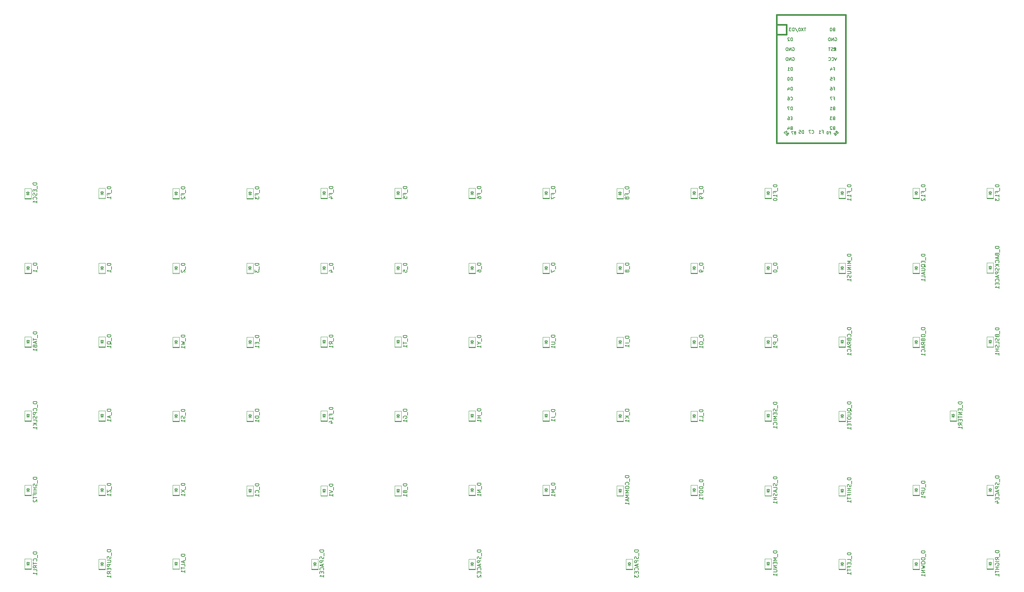
<source format=gbr>
G04 #@! TF.GenerationSoftware,KiCad,Pcbnew,5.1.9-73d0e3b20d~88~ubuntu18.04.1*
G04 #@! TF.CreationDate,2021-04-10T14:05:51-05:00*
G04 #@! TF.ProjectId,keyboard,6b657962-6f61-4726-942e-6b696361645f,rev?*
G04 #@! TF.SameCoordinates,Original*
G04 #@! TF.FileFunction,Legend,Bot*
G04 #@! TF.FilePolarity,Positive*
%FSLAX46Y46*%
G04 Gerber Fmt 4.6, Leading zero omitted, Abs format (unit mm)*
G04 Created by KiCad (PCBNEW 5.1.9-73d0e3b20d~88~ubuntu18.04.1) date 2021-04-10 14:05:51*
%MOMM*%
%LPD*%
G01*
G04 APERTURE LIST*
%ADD10C,0.200000*%
%ADD11C,0.120000*%
%ADD12C,0.381000*%
%ADD13C,0.150000*%
G04 APERTURE END LIST*
D10*
X47625000Y-92226750D02*
X47625000Y-92353750D01*
X47625000Y-91591750D02*
X47625000Y-91337750D01*
X48006000Y-92099750D02*
X47244000Y-92099750D01*
X47244000Y-91591750D02*
X48006000Y-91591750D01*
X47625000Y-92099750D02*
X47244000Y-91591750D01*
X48006000Y-91591750D02*
X47625000Y-92099750D01*
D11*
X48475000Y-90575750D02*
X46775000Y-90575750D01*
X48475000Y-93242750D02*
X46775000Y-93242750D01*
X48475000Y-93115750D02*
X46775000Y-93115750D01*
X48475000Y-93218750D02*
X48475000Y-90668750D01*
X46775000Y-93218750D02*
X46775000Y-90668750D01*
X48475000Y-93218750D02*
X46775000Y-93218750D01*
D10*
X66675000Y-149376750D02*
X66675000Y-149503750D01*
X66675000Y-148741750D02*
X66675000Y-148487750D01*
X67056000Y-149249750D02*
X66294000Y-149249750D01*
X66294000Y-148741750D02*
X67056000Y-148741750D01*
X66675000Y-149249750D02*
X66294000Y-148741750D01*
X67056000Y-148741750D02*
X66675000Y-149249750D01*
D11*
X67525000Y-147725750D02*
X65825000Y-147725750D01*
X67525000Y-150392750D02*
X65825000Y-150392750D01*
X67525000Y-150265750D02*
X65825000Y-150265750D01*
X67525000Y-150368750D02*
X67525000Y-147818750D01*
X65825000Y-150368750D02*
X65825000Y-147818750D01*
X67525000Y-150368750D02*
X65825000Y-150368750D01*
D10*
X161925000Y-111276750D02*
X161925000Y-111403750D01*
X161925000Y-110641750D02*
X161925000Y-110387750D01*
X162306000Y-111149750D02*
X161544000Y-111149750D01*
X161544000Y-110641750D02*
X162306000Y-110641750D01*
X161925000Y-111149750D02*
X161544000Y-110641750D01*
X162306000Y-110641750D02*
X161925000Y-111149750D01*
D11*
X162775000Y-109625750D02*
X161075000Y-109625750D01*
X162775000Y-112292750D02*
X161075000Y-112292750D01*
X162775000Y-112165750D02*
X161075000Y-112165750D01*
X162775000Y-112268750D02*
X162775000Y-109718750D01*
X161075000Y-112268750D02*
X161075000Y-109718750D01*
X162775000Y-112268750D02*
X161075000Y-112268750D01*
D10*
X85725000Y-149376750D02*
X85725000Y-149503750D01*
X85725000Y-148741750D02*
X85725000Y-148487750D01*
X86106000Y-149249750D02*
X85344000Y-149249750D01*
X85344000Y-148741750D02*
X86106000Y-148741750D01*
X85725000Y-149249750D02*
X85344000Y-148741750D01*
X86106000Y-148741750D02*
X85725000Y-149249750D01*
D11*
X86575000Y-147725750D02*
X84875000Y-147725750D01*
X86575000Y-150392750D02*
X84875000Y-150392750D01*
X86575000Y-150265750D02*
X84875000Y-150265750D01*
X86575000Y-150368750D02*
X86575000Y-147818750D01*
X84875000Y-150368750D02*
X84875000Y-147818750D01*
X86575000Y-150368750D02*
X84875000Y-150368750D01*
D10*
X85725000Y-111276750D02*
X85725000Y-111403750D01*
X85725000Y-110641750D02*
X85725000Y-110387750D01*
X86106000Y-111149750D02*
X85344000Y-111149750D01*
X85344000Y-110641750D02*
X86106000Y-110641750D01*
X85725000Y-111149750D02*
X85344000Y-110641750D01*
X86106000Y-110641750D02*
X85725000Y-111149750D01*
D11*
X86575000Y-109625750D02*
X84875000Y-109625750D01*
X86575000Y-112292750D02*
X84875000Y-112292750D01*
X86575000Y-112165750D02*
X84875000Y-112165750D01*
X86575000Y-112268750D02*
X86575000Y-109718750D01*
X84875000Y-112268750D02*
X84875000Y-109718750D01*
X86575000Y-112268750D02*
X84875000Y-112268750D01*
D10*
X123825000Y-149508000D02*
X123825000Y-149635000D01*
X123825000Y-148873000D02*
X123825000Y-148619000D01*
X124206000Y-149381000D02*
X123444000Y-149381000D01*
X123444000Y-148873000D02*
X124206000Y-148873000D01*
X123825000Y-149381000D02*
X123444000Y-148873000D01*
X124206000Y-148873000D02*
X123825000Y-149381000D01*
D11*
X124675000Y-147857000D02*
X122975000Y-147857000D01*
X124675000Y-150524000D02*
X122975000Y-150524000D01*
X124675000Y-150397000D02*
X122975000Y-150397000D01*
X124675000Y-150500000D02*
X124675000Y-147950000D01*
X122975000Y-150500000D02*
X122975000Y-147950000D01*
X124675000Y-150500000D02*
X122975000Y-150500000D01*
D10*
X276225000Y-149376750D02*
X276225000Y-149503750D01*
X276225000Y-148741750D02*
X276225000Y-148487750D01*
X276606000Y-149249750D02*
X275844000Y-149249750D01*
X275844000Y-148741750D02*
X276606000Y-148741750D01*
X276225000Y-149249750D02*
X275844000Y-148741750D01*
X276606000Y-148741750D02*
X276225000Y-149249750D01*
D11*
X277075000Y-147725750D02*
X275375000Y-147725750D01*
X277075000Y-150392750D02*
X275375000Y-150392750D01*
X277075000Y-150265750D02*
X275375000Y-150265750D01*
X277075000Y-150368750D02*
X277075000Y-147818750D01*
X275375000Y-150368750D02*
X275375000Y-147818750D01*
X277075000Y-150368750D02*
X275375000Y-150368750D01*
D10*
X180975000Y-111276750D02*
X180975000Y-111403750D01*
X180975000Y-110641750D02*
X180975000Y-110387750D01*
X181356000Y-111149750D02*
X180594000Y-111149750D01*
X180594000Y-110641750D02*
X181356000Y-110641750D01*
X180975000Y-111149750D02*
X180594000Y-110641750D01*
X181356000Y-110641750D02*
X180975000Y-111149750D01*
D11*
X181825000Y-109625750D02*
X180125000Y-109625750D01*
X181825000Y-112292750D02*
X180125000Y-112292750D01*
X181825000Y-112165750D02*
X180125000Y-112165750D01*
X181825000Y-112268750D02*
X181825000Y-109718750D01*
X180125000Y-112268750D02*
X180125000Y-109718750D01*
X181825000Y-112268750D02*
X180125000Y-112268750D01*
D10*
X47625000Y-111208000D02*
X47625000Y-111335000D01*
X47625000Y-110573000D02*
X47625000Y-110319000D01*
X48006000Y-111081000D02*
X47244000Y-111081000D01*
X47244000Y-110573000D02*
X48006000Y-110573000D01*
X47625000Y-111081000D02*
X47244000Y-110573000D01*
X48006000Y-110573000D02*
X47625000Y-111081000D01*
D11*
X48475000Y-109557000D02*
X46775000Y-109557000D01*
X48475000Y-112224000D02*
X46775000Y-112224000D01*
X48475000Y-112097000D02*
X46775000Y-112097000D01*
X48475000Y-112200000D02*
X48475000Y-109650000D01*
X46775000Y-112200000D02*
X46775000Y-109650000D01*
X48475000Y-112200000D02*
X46775000Y-112200000D01*
D10*
X142875000Y-111220500D02*
X142875000Y-111347500D01*
X142875000Y-110585500D02*
X142875000Y-110331500D01*
X143256000Y-111093500D02*
X142494000Y-111093500D01*
X142494000Y-110585500D02*
X143256000Y-110585500D01*
X142875000Y-111093500D02*
X142494000Y-110585500D01*
X143256000Y-110585500D02*
X142875000Y-111093500D01*
D11*
X143725000Y-109569500D02*
X142025000Y-109569500D01*
X143725000Y-112236500D02*
X142025000Y-112236500D01*
X143725000Y-112109500D02*
X142025000Y-112109500D01*
X143725000Y-112212500D02*
X143725000Y-109662500D01*
X142025000Y-112212500D02*
X142025000Y-109662500D01*
X143725000Y-112212500D02*
X142025000Y-112212500D01*
D10*
X66675000Y-168426750D02*
X66675000Y-168553750D01*
X66675000Y-167791750D02*
X66675000Y-167537750D01*
X67056000Y-168299750D02*
X66294000Y-168299750D01*
X66294000Y-167791750D02*
X67056000Y-167791750D01*
X66675000Y-168299750D02*
X66294000Y-167791750D01*
X67056000Y-167791750D02*
X66675000Y-168299750D01*
D11*
X67525000Y-166775750D02*
X65825000Y-166775750D01*
X67525000Y-169442750D02*
X65825000Y-169442750D01*
X67525000Y-169315750D02*
X65825000Y-169315750D01*
X67525000Y-169418750D02*
X67525000Y-166868750D01*
X65825000Y-169418750D02*
X65825000Y-166868750D01*
X67525000Y-169418750D02*
X65825000Y-169418750D01*
D10*
X295275000Y-149376750D02*
X295275000Y-149503750D01*
X295275000Y-148741750D02*
X295275000Y-148487750D01*
X295656000Y-149249750D02*
X294894000Y-149249750D01*
X294894000Y-148741750D02*
X295656000Y-148741750D01*
X295275000Y-149249750D02*
X294894000Y-148741750D01*
X295656000Y-148741750D02*
X295275000Y-149249750D01*
D11*
X296125000Y-147725750D02*
X294425000Y-147725750D01*
X296125000Y-150392750D02*
X294425000Y-150392750D01*
X296125000Y-150265750D02*
X294425000Y-150265750D01*
X296125000Y-150368750D02*
X296125000Y-147818750D01*
X294425000Y-150368750D02*
X294425000Y-147818750D01*
X296125000Y-150368750D02*
X294425000Y-150368750D01*
D10*
X202406250Y-168426750D02*
X202406250Y-168553750D01*
X202406250Y-167791750D02*
X202406250Y-167537750D01*
X202787250Y-168299750D02*
X202025250Y-168299750D01*
X202025250Y-167791750D02*
X202787250Y-167791750D01*
X202406250Y-168299750D02*
X202025250Y-167791750D01*
X202787250Y-167791750D02*
X202406250Y-168299750D01*
D11*
X203256250Y-166775750D02*
X201556250Y-166775750D01*
X203256250Y-169442750D02*
X201556250Y-169442750D01*
X203256250Y-169315750D02*
X201556250Y-169315750D01*
X203256250Y-169418750D02*
X203256250Y-166868750D01*
X201556250Y-169418750D02*
X201556250Y-166868750D01*
X203256250Y-169418750D02*
X201556250Y-169418750D01*
D10*
X161925000Y-168426750D02*
X161925000Y-168553750D01*
X161925000Y-167791750D02*
X161925000Y-167537750D01*
X162306000Y-168299750D02*
X161544000Y-168299750D01*
X161544000Y-167791750D02*
X162306000Y-167791750D01*
X161925000Y-168299750D02*
X161544000Y-167791750D01*
X162306000Y-167791750D02*
X161925000Y-168299750D01*
D11*
X162775000Y-166775750D02*
X161075000Y-166775750D01*
X162775000Y-169442750D02*
X161075000Y-169442750D01*
X162775000Y-169315750D02*
X161075000Y-169315750D01*
X162775000Y-169418750D02*
X162775000Y-166868750D01*
X161075000Y-169418750D02*
X161075000Y-166868750D01*
X162775000Y-169418750D02*
X161075000Y-169418750D01*
D10*
X121443750Y-168426750D02*
X121443750Y-168553750D01*
X121443750Y-167791750D02*
X121443750Y-167537750D01*
X121824750Y-168299750D02*
X121062750Y-168299750D01*
X121062750Y-167791750D02*
X121824750Y-167791750D01*
X121443750Y-168299750D02*
X121062750Y-167791750D01*
X121824750Y-167791750D02*
X121443750Y-168299750D01*
D11*
X122293750Y-166775750D02*
X120593750Y-166775750D01*
X122293750Y-169442750D02*
X120593750Y-169442750D01*
X122293750Y-169315750D02*
X120593750Y-169315750D01*
X122293750Y-169418750D02*
X122293750Y-166868750D01*
X120593750Y-169418750D02*
X120593750Y-166868750D01*
X122293750Y-169418750D02*
X120593750Y-169418750D01*
D10*
X238125000Y-149508000D02*
X238125000Y-149635000D01*
X238125000Y-148873000D02*
X238125000Y-148619000D01*
X238506000Y-149381000D02*
X237744000Y-149381000D01*
X237744000Y-148873000D02*
X238506000Y-148873000D01*
X238125000Y-149381000D02*
X237744000Y-148873000D01*
X238506000Y-148873000D02*
X238125000Y-149381000D01*
D11*
X238975000Y-147857000D02*
X237275000Y-147857000D01*
X238975000Y-150524000D02*
X237275000Y-150524000D01*
X238975000Y-150397000D02*
X237275000Y-150397000D01*
X238975000Y-150500000D02*
X238975000Y-147950000D01*
X237275000Y-150500000D02*
X237275000Y-147950000D01*
X238975000Y-150500000D02*
X237275000Y-150500000D01*
D10*
X47625000Y-149376750D02*
X47625000Y-149503750D01*
X47625000Y-148741750D02*
X47625000Y-148487750D01*
X48006000Y-149249750D02*
X47244000Y-149249750D01*
X47244000Y-148741750D02*
X48006000Y-148741750D01*
X47625000Y-149249750D02*
X47244000Y-148741750D01*
X48006000Y-148741750D02*
X47625000Y-149249750D01*
D11*
X48475000Y-147725750D02*
X46775000Y-147725750D01*
X48475000Y-150392750D02*
X46775000Y-150392750D01*
X48475000Y-150265750D02*
X46775000Y-150265750D01*
X48475000Y-150368750D02*
X48475000Y-147818750D01*
X46775000Y-150368750D02*
X46775000Y-147818750D01*
X48475000Y-150368750D02*
X46775000Y-150368750D01*
D10*
X257175000Y-149508000D02*
X257175000Y-149635000D01*
X257175000Y-148873000D02*
X257175000Y-148619000D01*
X257556000Y-149381000D02*
X256794000Y-149381000D01*
X256794000Y-148873000D02*
X257556000Y-148873000D01*
X257175000Y-149381000D02*
X256794000Y-148873000D01*
X257556000Y-148873000D02*
X257175000Y-149381000D01*
D11*
X258025000Y-147857000D02*
X256325000Y-147857000D01*
X258025000Y-150524000D02*
X256325000Y-150524000D01*
X258025000Y-150397000D02*
X256325000Y-150397000D01*
X258025000Y-150500000D02*
X258025000Y-147950000D01*
X256325000Y-150500000D02*
X256325000Y-147950000D01*
X258025000Y-150500000D02*
X256325000Y-150500000D01*
D10*
X238125000Y-130245500D02*
X238125000Y-130372500D01*
X238125000Y-129610500D02*
X238125000Y-129356500D01*
X238506000Y-130118500D02*
X237744000Y-130118500D01*
X237744000Y-129610500D02*
X238506000Y-129610500D01*
X238125000Y-130118500D02*
X237744000Y-129610500D01*
X238506000Y-129610500D02*
X238125000Y-130118500D01*
D11*
X238975000Y-128594500D02*
X237275000Y-128594500D01*
X238975000Y-131261500D02*
X237275000Y-131261500D01*
X238975000Y-131134500D02*
X237275000Y-131134500D01*
X238975000Y-131237500D02*
X238975000Y-128687500D01*
X237275000Y-131237500D02*
X237275000Y-128687500D01*
X238975000Y-131237500D02*
X237275000Y-131237500D01*
D10*
X85725000Y-130326750D02*
X85725000Y-130453750D01*
X85725000Y-129691750D02*
X85725000Y-129437750D01*
X86106000Y-130199750D02*
X85344000Y-130199750D01*
X85344000Y-129691750D02*
X86106000Y-129691750D01*
X85725000Y-130199750D02*
X85344000Y-129691750D01*
X86106000Y-129691750D02*
X85725000Y-130199750D01*
D11*
X86575000Y-128675750D02*
X84875000Y-128675750D01*
X86575000Y-131342750D02*
X84875000Y-131342750D01*
X86575000Y-131215750D02*
X84875000Y-131215750D01*
X86575000Y-131318750D02*
X86575000Y-128768750D01*
X84875000Y-131318750D02*
X84875000Y-128768750D01*
X86575000Y-131318750D02*
X84875000Y-131318750D01*
D10*
X295275000Y-168345500D02*
X295275000Y-168472500D01*
X295275000Y-167710500D02*
X295275000Y-167456500D01*
X295656000Y-168218500D02*
X294894000Y-168218500D01*
X294894000Y-167710500D02*
X295656000Y-167710500D01*
X295275000Y-168218500D02*
X294894000Y-167710500D01*
X295656000Y-167710500D02*
X295275000Y-168218500D01*
D11*
X296125000Y-166694500D02*
X294425000Y-166694500D01*
X296125000Y-169361500D02*
X294425000Y-169361500D01*
X296125000Y-169234500D02*
X294425000Y-169234500D01*
X296125000Y-169337500D02*
X296125000Y-166787500D01*
X294425000Y-169337500D02*
X294425000Y-166787500D01*
X296125000Y-169337500D02*
X294425000Y-169337500D01*
D10*
X123825000Y-111208000D02*
X123825000Y-111335000D01*
X123825000Y-110573000D02*
X123825000Y-110319000D01*
X124206000Y-111081000D02*
X123444000Y-111081000D01*
X123444000Y-110573000D02*
X124206000Y-110573000D01*
X123825000Y-111081000D02*
X123444000Y-110573000D01*
X124206000Y-110573000D02*
X123825000Y-111081000D01*
D11*
X124675000Y-109557000D02*
X122975000Y-109557000D01*
X124675000Y-112224000D02*
X122975000Y-112224000D01*
X124675000Y-112097000D02*
X122975000Y-112097000D01*
X124675000Y-112200000D02*
X124675000Y-109650000D01*
X122975000Y-112200000D02*
X122975000Y-109650000D01*
X124675000Y-112200000D02*
X122975000Y-112200000D01*
D10*
X257175000Y-130326750D02*
X257175000Y-130453750D01*
X257175000Y-129691750D02*
X257175000Y-129437750D01*
X257556000Y-130199750D02*
X256794000Y-130199750D01*
X256794000Y-129691750D02*
X257556000Y-129691750D01*
X257175000Y-130199750D02*
X256794000Y-129691750D01*
X257556000Y-129691750D02*
X257175000Y-130199750D01*
D11*
X258025000Y-128675750D02*
X256325000Y-128675750D01*
X258025000Y-131342750D02*
X256325000Y-131342750D01*
X258025000Y-131215750D02*
X256325000Y-131215750D01*
X258025000Y-131318750D02*
X258025000Y-128768750D01*
X256325000Y-131318750D02*
X256325000Y-128768750D01*
X258025000Y-131318750D02*
X256325000Y-131318750D01*
D10*
X66675000Y-111208000D02*
X66675000Y-111335000D01*
X66675000Y-110573000D02*
X66675000Y-110319000D01*
X67056000Y-111081000D02*
X66294000Y-111081000D01*
X66294000Y-110573000D02*
X67056000Y-110573000D01*
X66675000Y-111081000D02*
X66294000Y-110573000D01*
X67056000Y-110573000D02*
X66675000Y-111081000D01*
D11*
X67525000Y-109557000D02*
X65825000Y-109557000D01*
X67525000Y-112224000D02*
X65825000Y-112224000D01*
X67525000Y-112097000D02*
X65825000Y-112097000D01*
X67525000Y-112200000D02*
X67525000Y-109650000D01*
X65825000Y-112200000D02*
X65825000Y-109650000D01*
X67525000Y-112200000D02*
X65825000Y-112200000D01*
D10*
X238125000Y-111276750D02*
X238125000Y-111403750D01*
X238125000Y-110641750D02*
X238125000Y-110387750D01*
X238506000Y-111149750D02*
X237744000Y-111149750D01*
X237744000Y-110641750D02*
X238506000Y-110641750D01*
X238125000Y-111149750D02*
X237744000Y-110641750D01*
X238506000Y-110641750D02*
X238125000Y-111149750D01*
D11*
X238975000Y-109625750D02*
X237275000Y-109625750D01*
X238975000Y-112292750D02*
X237275000Y-112292750D01*
X238975000Y-112165750D02*
X237275000Y-112165750D01*
X238975000Y-112268750D02*
X238975000Y-109718750D01*
X237275000Y-112268750D02*
X237275000Y-109718750D01*
X238975000Y-112268750D02*
X237275000Y-112268750D01*
D10*
X276225000Y-111276750D02*
X276225000Y-111403750D01*
X276225000Y-110641750D02*
X276225000Y-110387750D01*
X276606000Y-111149750D02*
X275844000Y-111149750D01*
X275844000Y-110641750D02*
X276606000Y-110641750D01*
X276225000Y-111149750D02*
X275844000Y-110641750D01*
X276606000Y-110641750D02*
X276225000Y-111149750D01*
D11*
X277075000Y-109625750D02*
X275375000Y-109625750D01*
X277075000Y-112292750D02*
X275375000Y-112292750D01*
X277075000Y-112165750D02*
X275375000Y-112165750D01*
X277075000Y-112268750D02*
X277075000Y-109718750D01*
X275375000Y-112268750D02*
X275375000Y-109718750D01*
X277075000Y-112268750D02*
X275375000Y-112268750D01*
D10*
X219075000Y-111276750D02*
X219075000Y-111403750D01*
X219075000Y-110641750D02*
X219075000Y-110387750D01*
X219456000Y-111149750D02*
X218694000Y-111149750D01*
X218694000Y-110641750D02*
X219456000Y-110641750D01*
X219075000Y-111149750D02*
X218694000Y-110641750D01*
X219456000Y-110641750D02*
X219075000Y-111149750D01*
D11*
X219925000Y-109625750D02*
X218225000Y-109625750D01*
X219925000Y-112292750D02*
X218225000Y-112292750D01*
X219925000Y-112165750D02*
X218225000Y-112165750D01*
X219925000Y-112268750D02*
X219925000Y-109718750D01*
X218225000Y-112268750D02*
X218225000Y-109718750D01*
X219925000Y-112268750D02*
X218225000Y-112268750D01*
D10*
X161925000Y-149376750D02*
X161925000Y-149503750D01*
X161925000Y-148741750D02*
X161925000Y-148487750D01*
X162306000Y-149249750D02*
X161544000Y-149249750D01*
X161544000Y-148741750D02*
X162306000Y-148741750D01*
X161925000Y-149249750D02*
X161544000Y-148741750D01*
X162306000Y-148741750D02*
X161925000Y-149249750D01*
D11*
X162775000Y-147725750D02*
X161075000Y-147725750D01*
X162775000Y-150392750D02*
X161075000Y-150392750D01*
X162775000Y-150265750D02*
X161075000Y-150265750D01*
X162775000Y-150368750D02*
X162775000Y-147818750D01*
X161075000Y-150368750D02*
X161075000Y-147818750D01*
X162775000Y-150368750D02*
X161075000Y-150368750D01*
D10*
X257175000Y-92226750D02*
X257175000Y-92353750D01*
X257175000Y-91591750D02*
X257175000Y-91337750D01*
X257556000Y-92099750D02*
X256794000Y-92099750D01*
X256794000Y-91591750D02*
X257556000Y-91591750D01*
X257175000Y-92099750D02*
X256794000Y-91591750D01*
X257556000Y-91591750D02*
X257175000Y-92099750D01*
D11*
X258025000Y-90575750D02*
X256325000Y-90575750D01*
X258025000Y-93242750D02*
X256325000Y-93242750D01*
X258025000Y-93115750D02*
X256325000Y-93115750D01*
X258025000Y-93218750D02*
X258025000Y-90668750D01*
X256325000Y-93218750D02*
X256325000Y-90668750D01*
X258025000Y-93218750D02*
X256325000Y-93218750D01*
D10*
X238125000Y-168358000D02*
X238125000Y-168485000D01*
X238125000Y-167723000D02*
X238125000Y-167469000D01*
X238506000Y-168231000D02*
X237744000Y-168231000D01*
X237744000Y-167723000D02*
X238506000Y-167723000D01*
X238125000Y-168231000D02*
X237744000Y-167723000D01*
X238506000Y-167723000D02*
X238125000Y-168231000D01*
D11*
X238975000Y-166707000D02*
X237275000Y-166707000D01*
X238975000Y-169374000D02*
X237275000Y-169374000D01*
X238975000Y-169247000D02*
X237275000Y-169247000D01*
X238975000Y-169350000D02*
X238975000Y-166800000D01*
X237275000Y-169350000D02*
X237275000Y-166800000D01*
X238975000Y-169350000D02*
X237275000Y-169350000D01*
D10*
X180975000Y-149376750D02*
X180975000Y-149503750D01*
X180975000Y-148741750D02*
X180975000Y-148487750D01*
X181356000Y-149249750D02*
X180594000Y-149249750D01*
X180594000Y-148741750D02*
X181356000Y-148741750D01*
X180975000Y-149249750D02*
X180594000Y-148741750D01*
X181356000Y-148741750D02*
X180975000Y-149249750D01*
D11*
X181825000Y-147725750D02*
X180125000Y-147725750D01*
X181825000Y-150392750D02*
X180125000Y-150392750D01*
X181825000Y-150265750D02*
X180125000Y-150265750D01*
X181825000Y-150368750D02*
X181825000Y-147818750D01*
X180125000Y-150368750D02*
X180125000Y-147818750D01*
X181825000Y-150368750D02*
X180125000Y-150368750D01*
D10*
X257175000Y-168426750D02*
X257175000Y-168553750D01*
X257175000Y-167791750D02*
X257175000Y-167537750D01*
X257556000Y-168299750D02*
X256794000Y-168299750D01*
X256794000Y-167791750D02*
X257556000Y-167791750D01*
X257175000Y-168299750D02*
X256794000Y-167791750D01*
X257556000Y-167791750D02*
X257175000Y-168299750D01*
D11*
X258025000Y-166775750D02*
X256325000Y-166775750D01*
X258025000Y-169442750D02*
X256325000Y-169442750D01*
X258025000Y-169315750D02*
X256325000Y-169315750D01*
X258025000Y-169418750D02*
X258025000Y-166868750D01*
X256325000Y-169418750D02*
X256325000Y-166868750D01*
X258025000Y-169418750D02*
X256325000Y-169418750D01*
D10*
X219075000Y-130326750D02*
X219075000Y-130453750D01*
X219075000Y-129691750D02*
X219075000Y-129437750D01*
X219456000Y-130199750D02*
X218694000Y-130199750D01*
X218694000Y-129691750D02*
X219456000Y-129691750D01*
X219075000Y-130199750D02*
X218694000Y-129691750D01*
X219456000Y-129691750D02*
X219075000Y-130199750D01*
D11*
X219925000Y-128675750D02*
X218225000Y-128675750D01*
X219925000Y-131342750D02*
X218225000Y-131342750D01*
X219925000Y-131215750D02*
X218225000Y-131215750D01*
X219925000Y-131318750D02*
X219925000Y-128768750D01*
X218225000Y-131318750D02*
X218225000Y-128768750D01*
X219925000Y-131318750D02*
X218225000Y-131318750D01*
D10*
X200025000Y-130326750D02*
X200025000Y-130453750D01*
X200025000Y-129691750D02*
X200025000Y-129437750D01*
X200406000Y-130199750D02*
X199644000Y-130199750D01*
X199644000Y-129691750D02*
X200406000Y-129691750D01*
X200025000Y-130199750D02*
X199644000Y-129691750D01*
X200406000Y-129691750D02*
X200025000Y-130199750D01*
D11*
X200875000Y-128675750D02*
X199175000Y-128675750D01*
X200875000Y-131342750D02*
X199175000Y-131342750D01*
X200875000Y-131215750D02*
X199175000Y-131215750D01*
X200875000Y-131318750D02*
X200875000Y-128768750D01*
X199175000Y-131318750D02*
X199175000Y-128768750D01*
X200875000Y-131318750D02*
X199175000Y-131318750D01*
D10*
X180975000Y-130258000D02*
X180975000Y-130385000D01*
X180975000Y-129623000D02*
X180975000Y-129369000D01*
X181356000Y-130131000D02*
X180594000Y-130131000D01*
X180594000Y-129623000D02*
X181356000Y-129623000D01*
X180975000Y-130131000D02*
X180594000Y-129623000D01*
X181356000Y-129623000D02*
X180975000Y-130131000D01*
D11*
X181825000Y-128607000D02*
X180125000Y-128607000D01*
X181825000Y-131274000D02*
X180125000Y-131274000D01*
X181825000Y-131147000D02*
X180125000Y-131147000D01*
X181825000Y-131250000D02*
X181825000Y-128700000D01*
X180125000Y-131250000D02*
X180125000Y-128700000D01*
X181825000Y-131250000D02*
X180125000Y-131250000D01*
D10*
X200025000Y-111276750D02*
X200025000Y-111403750D01*
X200025000Y-110641750D02*
X200025000Y-110387750D01*
X200406000Y-111149750D02*
X199644000Y-111149750D01*
X199644000Y-110641750D02*
X200406000Y-110641750D01*
X200025000Y-111149750D02*
X199644000Y-110641750D01*
X200406000Y-110641750D02*
X200025000Y-111149750D01*
D11*
X200875000Y-109625750D02*
X199175000Y-109625750D01*
X200875000Y-112292750D02*
X199175000Y-112292750D01*
X200875000Y-112165750D02*
X199175000Y-112165750D01*
X200875000Y-112268750D02*
X200875000Y-109718750D01*
X199175000Y-112268750D02*
X199175000Y-109718750D01*
X200875000Y-112268750D02*
X199175000Y-112268750D01*
D10*
X161925000Y-130258000D02*
X161925000Y-130385000D01*
X161925000Y-129623000D02*
X161925000Y-129369000D01*
X162306000Y-130131000D02*
X161544000Y-130131000D01*
X161544000Y-129623000D02*
X162306000Y-129623000D01*
X161925000Y-130131000D02*
X161544000Y-129623000D01*
X162306000Y-129623000D02*
X161925000Y-130131000D01*
D11*
X162775000Y-128607000D02*
X161075000Y-128607000D01*
X162775000Y-131274000D02*
X161075000Y-131274000D01*
X162775000Y-131147000D02*
X161075000Y-131147000D01*
X162775000Y-131250000D02*
X162775000Y-128700000D01*
X161075000Y-131250000D02*
X161075000Y-128700000D01*
X162775000Y-131250000D02*
X161075000Y-131250000D01*
D10*
X142875000Y-130326750D02*
X142875000Y-130453750D01*
X142875000Y-129691750D02*
X142875000Y-129437750D01*
X143256000Y-130199750D02*
X142494000Y-130199750D01*
X142494000Y-129691750D02*
X143256000Y-129691750D01*
X142875000Y-130199750D02*
X142494000Y-129691750D01*
X143256000Y-129691750D02*
X142875000Y-130199750D01*
D11*
X143725000Y-128675750D02*
X142025000Y-128675750D01*
X143725000Y-131342750D02*
X142025000Y-131342750D01*
X143725000Y-131215750D02*
X142025000Y-131215750D01*
X143725000Y-131318750D02*
X143725000Y-128768750D01*
X142025000Y-131318750D02*
X142025000Y-128768750D01*
X143725000Y-131318750D02*
X142025000Y-131318750D01*
D10*
X123825000Y-130245500D02*
X123825000Y-130372500D01*
X123825000Y-129610500D02*
X123825000Y-129356500D01*
X124206000Y-130118500D02*
X123444000Y-130118500D01*
X123444000Y-129610500D02*
X124206000Y-129610500D01*
X123825000Y-130118500D02*
X123444000Y-129610500D01*
X124206000Y-129610500D02*
X123825000Y-130118500D01*
D11*
X124675000Y-128594500D02*
X122975000Y-128594500D01*
X124675000Y-131261500D02*
X122975000Y-131261500D01*
X124675000Y-131134500D02*
X122975000Y-131134500D01*
X124675000Y-131237500D02*
X124675000Y-128687500D01*
X122975000Y-131237500D02*
X122975000Y-128687500D01*
X124675000Y-131237500D02*
X122975000Y-131237500D01*
D10*
X295275000Y-72926750D02*
X295275000Y-73053750D01*
X295275000Y-72291750D02*
X295275000Y-72037750D01*
X295656000Y-72799750D02*
X294894000Y-72799750D01*
X294894000Y-72291750D02*
X295656000Y-72291750D01*
X295275000Y-72799750D02*
X294894000Y-72291750D01*
X295656000Y-72291750D02*
X295275000Y-72799750D01*
D11*
X296125000Y-71275750D02*
X294425000Y-71275750D01*
X296125000Y-73942750D02*
X294425000Y-73942750D01*
X296125000Y-73815750D02*
X294425000Y-73815750D01*
X296125000Y-73918750D02*
X296125000Y-71368750D01*
X294425000Y-73918750D02*
X294425000Y-71368750D01*
X296125000Y-73918750D02*
X294425000Y-73918750D01*
D10*
X276225000Y-72926750D02*
X276225000Y-73053750D01*
X276225000Y-72291750D02*
X276225000Y-72037750D01*
X276606000Y-72799750D02*
X275844000Y-72799750D01*
X275844000Y-72291750D02*
X276606000Y-72291750D01*
X276225000Y-72799750D02*
X275844000Y-72291750D01*
X276606000Y-72291750D02*
X276225000Y-72799750D01*
D11*
X277075000Y-71275750D02*
X275375000Y-71275750D01*
X277075000Y-73942750D02*
X275375000Y-73942750D01*
X277075000Y-73815750D02*
X275375000Y-73815750D01*
X277075000Y-73918750D02*
X277075000Y-71368750D01*
X275375000Y-73918750D02*
X275375000Y-71368750D01*
X277075000Y-73918750D02*
X275375000Y-73918750D01*
D10*
X257175000Y-72926750D02*
X257175000Y-73053750D01*
X257175000Y-72291750D02*
X257175000Y-72037750D01*
X257556000Y-72799750D02*
X256794000Y-72799750D01*
X256794000Y-72291750D02*
X257556000Y-72291750D01*
X257175000Y-72799750D02*
X256794000Y-72291750D01*
X257556000Y-72291750D02*
X257175000Y-72799750D01*
D11*
X258025000Y-71275750D02*
X256325000Y-71275750D01*
X258025000Y-73942750D02*
X256325000Y-73942750D01*
X258025000Y-73815750D02*
X256325000Y-73815750D01*
X258025000Y-73918750D02*
X258025000Y-71368750D01*
X256325000Y-73918750D02*
X256325000Y-71368750D01*
X258025000Y-73918750D02*
X256325000Y-73918750D01*
D10*
X238125000Y-72926750D02*
X238125000Y-73053750D01*
X238125000Y-72291750D02*
X238125000Y-72037750D01*
X238506000Y-72799750D02*
X237744000Y-72799750D01*
X237744000Y-72291750D02*
X238506000Y-72291750D01*
X238125000Y-72799750D02*
X237744000Y-72291750D01*
X238506000Y-72291750D02*
X238125000Y-72799750D01*
D11*
X238975000Y-71275750D02*
X237275000Y-71275750D01*
X238975000Y-73942750D02*
X237275000Y-73942750D01*
X238975000Y-73815750D02*
X237275000Y-73815750D01*
X238975000Y-73918750D02*
X238975000Y-71368750D01*
X237275000Y-73918750D02*
X237275000Y-71368750D01*
X238975000Y-73918750D02*
X237275000Y-73918750D01*
D10*
X219075000Y-72926750D02*
X219075000Y-73053750D01*
X219075000Y-72291750D02*
X219075000Y-72037750D01*
X219456000Y-72799750D02*
X218694000Y-72799750D01*
X218694000Y-72291750D02*
X219456000Y-72291750D01*
X219075000Y-72799750D02*
X218694000Y-72291750D01*
X219456000Y-72291750D02*
X219075000Y-72799750D01*
D11*
X219925000Y-71275750D02*
X218225000Y-71275750D01*
X219925000Y-73942750D02*
X218225000Y-73942750D01*
X219925000Y-73815750D02*
X218225000Y-73815750D01*
X219925000Y-73918750D02*
X219925000Y-71368750D01*
X218225000Y-73918750D02*
X218225000Y-71368750D01*
X219925000Y-73918750D02*
X218225000Y-73918750D01*
D10*
X200000000Y-73008000D02*
X200000000Y-73135000D01*
X200000000Y-72373000D02*
X200000000Y-72119000D01*
X200381000Y-72881000D02*
X199619000Y-72881000D01*
X199619000Y-72373000D02*
X200381000Y-72373000D01*
X200000000Y-72881000D02*
X199619000Y-72373000D01*
X200381000Y-72373000D02*
X200000000Y-72881000D01*
D11*
X200850000Y-71357000D02*
X199150000Y-71357000D01*
X200850000Y-74024000D02*
X199150000Y-74024000D01*
X200850000Y-73897000D02*
X199150000Y-73897000D01*
X200850000Y-74000000D02*
X200850000Y-71450000D01*
X199150000Y-74000000D02*
X199150000Y-71450000D01*
X200850000Y-74000000D02*
X199150000Y-74000000D01*
D10*
X180975000Y-72926750D02*
X180975000Y-73053750D01*
X180975000Y-72291750D02*
X180975000Y-72037750D01*
X181356000Y-72799750D02*
X180594000Y-72799750D01*
X180594000Y-72291750D02*
X181356000Y-72291750D01*
X180975000Y-72799750D02*
X180594000Y-72291750D01*
X181356000Y-72291750D02*
X180975000Y-72799750D01*
D11*
X181825000Y-71275750D02*
X180125000Y-71275750D01*
X181825000Y-73942750D02*
X180125000Y-73942750D01*
X181825000Y-73815750D02*
X180125000Y-73815750D01*
X181825000Y-73918750D02*
X181825000Y-71368750D01*
X180125000Y-73918750D02*
X180125000Y-71368750D01*
X181825000Y-73918750D02*
X180125000Y-73918750D01*
D10*
X161925000Y-72926750D02*
X161925000Y-73053750D01*
X161925000Y-72291750D02*
X161925000Y-72037750D01*
X162306000Y-72799750D02*
X161544000Y-72799750D01*
X161544000Y-72291750D02*
X162306000Y-72291750D01*
X161925000Y-72799750D02*
X161544000Y-72291750D01*
X162306000Y-72291750D02*
X161925000Y-72799750D01*
D11*
X162775000Y-71275750D02*
X161075000Y-71275750D01*
X162775000Y-73942750D02*
X161075000Y-73942750D01*
X162775000Y-73815750D02*
X161075000Y-73815750D01*
X162775000Y-73918750D02*
X162775000Y-71368750D01*
X161075000Y-73918750D02*
X161075000Y-71368750D01*
X162775000Y-73918750D02*
X161075000Y-73918750D01*
D10*
X142875000Y-72926750D02*
X142875000Y-73053750D01*
X142875000Y-72291750D02*
X142875000Y-72037750D01*
X143256000Y-72799750D02*
X142494000Y-72799750D01*
X142494000Y-72291750D02*
X143256000Y-72291750D01*
X142875000Y-72799750D02*
X142494000Y-72291750D01*
X143256000Y-72291750D02*
X142875000Y-72799750D01*
D11*
X143725000Y-71275750D02*
X142025000Y-71275750D01*
X143725000Y-73942750D02*
X142025000Y-73942750D01*
X143725000Y-73815750D02*
X142025000Y-73815750D01*
X143725000Y-73918750D02*
X143725000Y-71368750D01*
X142025000Y-73918750D02*
X142025000Y-71368750D01*
X143725000Y-73918750D02*
X142025000Y-73918750D01*
D10*
X123825000Y-72926750D02*
X123825000Y-73053750D01*
X123825000Y-72291750D02*
X123825000Y-72037750D01*
X124206000Y-72799750D02*
X123444000Y-72799750D01*
X123444000Y-72291750D02*
X124206000Y-72291750D01*
X123825000Y-72799750D02*
X123444000Y-72291750D01*
X124206000Y-72291750D02*
X123825000Y-72799750D01*
D11*
X124675000Y-71275750D02*
X122975000Y-71275750D01*
X124675000Y-73942750D02*
X122975000Y-73942750D01*
X124675000Y-73815750D02*
X122975000Y-73815750D01*
X124675000Y-73918750D02*
X124675000Y-71368750D01*
X122975000Y-73918750D02*
X122975000Y-71368750D01*
X124675000Y-73918750D02*
X122975000Y-73918750D01*
D10*
X104775000Y-73008000D02*
X104775000Y-73135000D01*
X104775000Y-72373000D02*
X104775000Y-72119000D01*
X105156000Y-72881000D02*
X104394000Y-72881000D01*
X104394000Y-72373000D02*
X105156000Y-72373000D01*
X104775000Y-72881000D02*
X104394000Y-72373000D01*
X105156000Y-72373000D02*
X104775000Y-72881000D01*
D11*
X105625000Y-71357000D02*
X103925000Y-71357000D01*
X105625000Y-74024000D02*
X103925000Y-74024000D01*
X105625000Y-73897000D02*
X103925000Y-73897000D01*
X105625000Y-74000000D02*
X105625000Y-71450000D01*
X103925000Y-74000000D02*
X103925000Y-71450000D01*
X105625000Y-74000000D02*
X103925000Y-74000000D01*
D10*
X85725000Y-73008000D02*
X85725000Y-73135000D01*
X85725000Y-72373000D02*
X85725000Y-72119000D01*
X86106000Y-72881000D02*
X85344000Y-72881000D01*
X85344000Y-72373000D02*
X86106000Y-72373000D01*
X85725000Y-72881000D02*
X85344000Y-72373000D01*
X86106000Y-72373000D02*
X85725000Y-72881000D01*
D11*
X86575000Y-71357000D02*
X84875000Y-71357000D01*
X86575000Y-74024000D02*
X84875000Y-74024000D01*
X86575000Y-73897000D02*
X84875000Y-73897000D01*
X86575000Y-74000000D02*
X86575000Y-71450000D01*
X84875000Y-74000000D02*
X84875000Y-71450000D01*
X86575000Y-74000000D02*
X84875000Y-74000000D01*
D10*
X66675000Y-72958000D02*
X66675000Y-73085000D01*
X66675000Y-72323000D02*
X66675000Y-72069000D01*
X67056000Y-72831000D02*
X66294000Y-72831000D01*
X66294000Y-72323000D02*
X67056000Y-72323000D01*
X66675000Y-72831000D02*
X66294000Y-72323000D01*
X67056000Y-72323000D02*
X66675000Y-72831000D01*
D11*
X67525000Y-71307000D02*
X65825000Y-71307000D01*
X67525000Y-73974000D02*
X65825000Y-73974000D01*
X67525000Y-73847000D02*
X65825000Y-73847000D01*
X67525000Y-73950000D02*
X67525000Y-71400000D01*
X65825000Y-73950000D02*
X65825000Y-71400000D01*
X67525000Y-73950000D02*
X65825000Y-73950000D01*
D10*
X47600000Y-73008000D02*
X47600000Y-73135000D01*
X47600000Y-72373000D02*
X47600000Y-72119000D01*
X47981000Y-72881000D02*
X47219000Y-72881000D01*
X47219000Y-72373000D02*
X47981000Y-72373000D01*
X47600000Y-72881000D02*
X47219000Y-72373000D01*
X47981000Y-72373000D02*
X47600000Y-72881000D01*
D11*
X48450000Y-71357000D02*
X46750000Y-71357000D01*
X48450000Y-74024000D02*
X46750000Y-74024000D01*
X48450000Y-73897000D02*
X46750000Y-73897000D01*
X48450000Y-74000000D02*
X48450000Y-71450000D01*
X46750000Y-74000000D02*
X46750000Y-71450000D01*
X48450000Y-74000000D02*
X46750000Y-74000000D01*
D10*
X276225000Y-92226750D02*
X276225000Y-92353750D01*
X276225000Y-91591750D02*
X276225000Y-91337750D01*
X276606000Y-92099750D02*
X275844000Y-92099750D01*
X275844000Y-91591750D02*
X276606000Y-91591750D01*
X276225000Y-92099750D02*
X275844000Y-91591750D01*
X276606000Y-91591750D02*
X276225000Y-92099750D01*
D11*
X277075000Y-90575750D02*
X275375000Y-90575750D01*
X277075000Y-93242750D02*
X275375000Y-93242750D01*
X277075000Y-93115750D02*
X275375000Y-93115750D01*
X277075000Y-93218750D02*
X277075000Y-90668750D01*
X275375000Y-93218750D02*
X275375000Y-90668750D01*
X277075000Y-93218750D02*
X275375000Y-93218750D01*
D10*
X285750000Y-130258000D02*
X285750000Y-130385000D01*
X285750000Y-129623000D02*
X285750000Y-129369000D01*
X286131000Y-130131000D02*
X285369000Y-130131000D01*
X285369000Y-129623000D02*
X286131000Y-129623000D01*
X285750000Y-130131000D02*
X285369000Y-129623000D01*
X286131000Y-129623000D02*
X285750000Y-130131000D01*
D11*
X286600000Y-128607000D02*
X284900000Y-128607000D01*
X286600000Y-131274000D02*
X284900000Y-131274000D01*
X286600000Y-131147000D02*
X284900000Y-131147000D01*
X286600000Y-131250000D02*
X286600000Y-128700000D01*
X284900000Y-131250000D02*
X284900000Y-128700000D01*
X286600000Y-131250000D02*
X284900000Y-131250000D01*
D10*
X104775000Y-111276750D02*
X104775000Y-111403750D01*
X104775000Y-110641750D02*
X104775000Y-110387750D01*
X105156000Y-111149750D02*
X104394000Y-111149750D01*
X104394000Y-110641750D02*
X105156000Y-110641750D01*
X104775000Y-111149750D02*
X104394000Y-110641750D01*
X105156000Y-110641750D02*
X104775000Y-111149750D01*
D11*
X105625000Y-109625750D02*
X103925000Y-109625750D01*
X105625000Y-112292750D02*
X103925000Y-112292750D01*
X105625000Y-112165750D02*
X103925000Y-112165750D01*
X105625000Y-112268750D02*
X105625000Y-109718750D01*
X103925000Y-112268750D02*
X103925000Y-109718750D01*
X105625000Y-112268750D02*
X103925000Y-112268750D01*
D10*
X276225000Y-168426750D02*
X276225000Y-168553750D01*
X276225000Y-167791750D02*
X276225000Y-167537750D01*
X276606000Y-168299750D02*
X275844000Y-168299750D01*
X275844000Y-167791750D02*
X276606000Y-167791750D01*
X276225000Y-168299750D02*
X275844000Y-167791750D01*
X276606000Y-167791750D02*
X276225000Y-168299750D01*
D11*
X277075000Y-166775750D02*
X275375000Y-166775750D01*
X277075000Y-169442750D02*
X275375000Y-169442750D01*
X277075000Y-169315750D02*
X275375000Y-169315750D01*
X277075000Y-169418750D02*
X277075000Y-166868750D01*
X275375000Y-169418750D02*
X275375000Y-166868750D01*
X277075000Y-169418750D02*
X275375000Y-169418750D01*
D10*
X219075000Y-149376750D02*
X219075000Y-149503750D01*
X219075000Y-148741750D02*
X219075000Y-148487750D01*
X219456000Y-149249750D02*
X218694000Y-149249750D01*
X218694000Y-148741750D02*
X219456000Y-148741750D01*
X219075000Y-149249750D02*
X218694000Y-148741750D01*
X219456000Y-148741750D02*
X219075000Y-149249750D01*
D11*
X219925000Y-147725750D02*
X218225000Y-147725750D01*
X219925000Y-150392750D02*
X218225000Y-150392750D01*
X219925000Y-150265750D02*
X218225000Y-150265750D01*
X219925000Y-150368750D02*
X219925000Y-147818750D01*
X218225000Y-150368750D02*
X218225000Y-147818750D01*
X219925000Y-150368750D02*
X218225000Y-150368750D01*
D10*
X104775000Y-130326750D02*
X104775000Y-130453750D01*
X104775000Y-129691750D02*
X104775000Y-129437750D01*
X105156000Y-130199750D02*
X104394000Y-130199750D01*
X104394000Y-129691750D02*
X105156000Y-129691750D01*
X104775000Y-130199750D02*
X104394000Y-129691750D01*
X105156000Y-129691750D02*
X104775000Y-130199750D01*
D11*
X105625000Y-128675750D02*
X103925000Y-128675750D01*
X105625000Y-131342750D02*
X103925000Y-131342750D01*
X105625000Y-131215750D02*
X103925000Y-131215750D01*
X105625000Y-131318750D02*
X105625000Y-128768750D01*
X103925000Y-131318750D02*
X103925000Y-128768750D01*
X105625000Y-131318750D02*
X103925000Y-131318750D01*
D10*
X47625000Y-168358000D02*
X47625000Y-168485000D01*
X47625000Y-167723000D02*
X47625000Y-167469000D01*
X48006000Y-168231000D02*
X47244000Y-168231000D01*
X47244000Y-167723000D02*
X48006000Y-167723000D01*
X47625000Y-168231000D02*
X47244000Y-167723000D01*
X48006000Y-167723000D02*
X47625000Y-168231000D01*
D11*
X48475000Y-166707000D02*
X46775000Y-166707000D01*
X48475000Y-169374000D02*
X46775000Y-169374000D01*
X48475000Y-169247000D02*
X46775000Y-169247000D01*
X48475000Y-169350000D02*
X48475000Y-166800000D01*
X46775000Y-169350000D02*
X46775000Y-166800000D01*
X48475000Y-169350000D02*
X46775000Y-169350000D01*
D10*
X47625000Y-130258000D02*
X47625000Y-130385000D01*
X47625000Y-129623000D02*
X47625000Y-129369000D01*
X48006000Y-130131000D02*
X47244000Y-130131000D01*
X47244000Y-129623000D02*
X48006000Y-129623000D01*
X47625000Y-130131000D02*
X47244000Y-129623000D01*
X48006000Y-129623000D02*
X47625000Y-130131000D01*
D11*
X48475000Y-128607000D02*
X46775000Y-128607000D01*
X48475000Y-131274000D02*
X46775000Y-131274000D01*
X48475000Y-131147000D02*
X46775000Y-131147000D01*
X48475000Y-131250000D02*
X48475000Y-128700000D01*
X46775000Y-131250000D02*
X46775000Y-128700000D01*
X48475000Y-131250000D02*
X46775000Y-131250000D01*
D10*
X200025000Y-149508000D02*
X200025000Y-149635000D01*
X200025000Y-148873000D02*
X200025000Y-148619000D01*
X200406000Y-149381000D02*
X199644000Y-149381000D01*
X199644000Y-148873000D02*
X200406000Y-148873000D01*
X200025000Y-149381000D02*
X199644000Y-148873000D01*
X200406000Y-148873000D02*
X200025000Y-149381000D01*
D11*
X200875000Y-147857000D02*
X199175000Y-147857000D01*
X200875000Y-150524000D02*
X199175000Y-150524000D01*
X200875000Y-150397000D02*
X199175000Y-150397000D01*
X200875000Y-150500000D02*
X200875000Y-147950000D01*
X199175000Y-150500000D02*
X199175000Y-147950000D01*
X200875000Y-150500000D02*
X199175000Y-150500000D01*
D10*
X257175000Y-111208000D02*
X257175000Y-111335000D01*
X257175000Y-110573000D02*
X257175000Y-110319000D01*
X257556000Y-111081000D02*
X256794000Y-111081000D01*
X256794000Y-110573000D02*
X257556000Y-110573000D01*
X257175000Y-111081000D02*
X256794000Y-110573000D01*
X257556000Y-110573000D02*
X257175000Y-111081000D01*
D11*
X258025000Y-109557000D02*
X256325000Y-109557000D01*
X258025000Y-112224000D02*
X256325000Y-112224000D01*
X258025000Y-112097000D02*
X256325000Y-112097000D01*
X258025000Y-112200000D02*
X258025000Y-109650000D01*
X256325000Y-112200000D02*
X256325000Y-109650000D01*
X258025000Y-112200000D02*
X256325000Y-112200000D01*
D10*
X104775000Y-149508000D02*
X104775000Y-149635000D01*
X104775000Y-148873000D02*
X104775000Y-148619000D01*
X105156000Y-149381000D02*
X104394000Y-149381000D01*
X104394000Y-148873000D02*
X105156000Y-148873000D01*
X104775000Y-149381000D02*
X104394000Y-148873000D01*
X105156000Y-148873000D02*
X104775000Y-149381000D01*
D11*
X105625000Y-147857000D02*
X103925000Y-147857000D01*
X105625000Y-150524000D02*
X103925000Y-150524000D01*
X105625000Y-150397000D02*
X103925000Y-150397000D01*
X105625000Y-150500000D02*
X105625000Y-147950000D01*
X103925000Y-150500000D02*
X103925000Y-147950000D01*
X105625000Y-150500000D02*
X103925000Y-150500000D01*
D10*
X295275000Y-111220500D02*
X295275000Y-111347500D01*
X295275000Y-110585500D02*
X295275000Y-110331500D01*
X295656000Y-111093500D02*
X294894000Y-111093500D01*
X294894000Y-110585500D02*
X295656000Y-110585500D01*
X295275000Y-111093500D02*
X294894000Y-110585500D01*
X295656000Y-110585500D02*
X295275000Y-111093500D01*
D11*
X296125000Y-109569500D02*
X294425000Y-109569500D01*
X296125000Y-112236500D02*
X294425000Y-112236500D01*
X296125000Y-112109500D02*
X294425000Y-112109500D01*
X296125000Y-112212500D02*
X296125000Y-109662500D01*
X294425000Y-112212500D02*
X294425000Y-109662500D01*
X296125000Y-112212500D02*
X294425000Y-112212500D01*
D10*
X295275000Y-92170500D02*
X295275000Y-92297500D01*
X295275000Y-91535500D02*
X295275000Y-91281500D01*
X295656000Y-92043500D02*
X294894000Y-92043500D01*
X294894000Y-91535500D02*
X295656000Y-91535500D01*
X295275000Y-92043500D02*
X294894000Y-91535500D01*
X295656000Y-91535500D02*
X295275000Y-92043500D01*
D11*
X296125000Y-90519500D02*
X294425000Y-90519500D01*
X296125000Y-93186500D02*
X294425000Y-93186500D01*
X296125000Y-93059500D02*
X294425000Y-93059500D01*
X296125000Y-93162500D02*
X296125000Y-90612500D01*
X294425000Y-93162500D02*
X294425000Y-90612500D01*
X296125000Y-93162500D02*
X294425000Y-93162500D01*
D10*
X142875000Y-149508000D02*
X142875000Y-149635000D01*
X142875000Y-148873000D02*
X142875000Y-148619000D01*
X143256000Y-149381000D02*
X142494000Y-149381000D01*
X142494000Y-148873000D02*
X143256000Y-148873000D01*
X142875000Y-149381000D02*
X142494000Y-148873000D01*
X143256000Y-148873000D02*
X142875000Y-149381000D01*
D11*
X143725000Y-147857000D02*
X142025000Y-147857000D01*
X143725000Y-150524000D02*
X142025000Y-150524000D01*
X143725000Y-150397000D02*
X142025000Y-150397000D01*
X143725000Y-150500000D02*
X143725000Y-147950000D01*
X142025000Y-150500000D02*
X142025000Y-147950000D01*
X143725000Y-150500000D02*
X142025000Y-150500000D01*
D10*
X85725000Y-168370500D02*
X85725000Y-168497500D01*
X85725000Y-167735500D02*
X85725000Y-167481500D01*
X86106000Y-168243500D02*
X85344000Y-168243500D01*
X85344000Y-167735500D02*
X86106000Y-167735500D01*
X85725000Y-168243500D02*
X85344000Y-167735500D01*
X86106000Y-167735500D02*
X85725000Y-168243500D01*
D11*
X86575000Y-166719500D02*
X84875000Y-166719500D01*
X86575000Y-169386500D02*
X84875000Y-169386500D01*
X86575000Y-169259500D02*
X84875000Y-169259500D01*
X86575000Y-169362500D02*
X86575000Y-166812500D01*
X84875000Y-169362500D02*
X84875000Y-166812500D01*
X86575000Y-169362500D02*
X84875000Y-169362500D01*
D10*
X66675000Y-130258000D02*
X66675000Y-130385000D01*
X66675000Y-129623000D02*
X66675000Y-129369000D01*
X67056000Y-130131000D02*
X66294000Y-130131000D01*
X66294000Y-129623000D02*
X67056000Y-129623000D01*
X66675000Y-130131000D02*
X66294000Y-129623000D01*
X67056000Y-129623000D02*
X66675000Y-130131000D01*
D11*
X67525000Y-128607000D02*
X65825000Y-128607000D01*
X67525000Y-131274000D02*
X65825000Y-131274000D01*
X67525000Y-131147000D02*
X65825000Y-131147000D01*
X67525000Y-131250000D02*
X67525000Y-128700000D01*
X65825000Y-131250000D02*
X65825000Y-128700000D01*
X67525000Y-131250000D02*
X65825000Y-131250000D01*
D10*
X219075000Y-92226750D02*
X219075000Y-92353750D01*
X219075000Y-91591750D02*
X219075000Y-91337750D01*
X219456000Y-92099750D02*
X218694000Y-92099750D01*
X218694000Y-91591750D02*
X219456000Y-91591750D01*
X219075000Y-92099750D02*
X218694000Y-91591750D01*
X219456000Y-91591750D02*
X219075000Y-92099750D01*
D11*
X219925000Y-90575750D02*
X218225000Y-90575750D01*
X219925000Y-93242750D02*
X218225000Y-93242750D01*
X219925000Y-93115750D02*
X218225000Y-93115750D01*
X219925000Y-93218750D02*
X219925000Y-90668750D01*
X218225000Y-93218750D02*
X218225000Y-90668750D01*
X219925000Y-93218750D02*
X218225000Y-93218750D01*
D10*
X200025000Y-92226750D02*
X200025000Y-92353750D01*
X200025000Y-91591750D02*
X200025000Y-91337750D01*
X200406000Y-92099750D02*
X199644000Y-92099750D01*
X199644000Y-91591750D02*
X200406000Y-91591750D01*
X200025000Y-92099750D02*
X199644000Y-91591750D01*
X200406000Y-91591750D02*
X200025000Y-92099750D01*
D11*
X200875000Y-90575750D02*
X199175000Y-90575750D01*
X200875000Y-93242750D02*
X199175000Y-93242750D01*
X200875000Y-93115750D02*
X199175000Y-93115750D01*
X200875000Y-93218750D02*
X200875000Y-90668750D01*
X199175000Y-93218750D02*
X199175000Y-90668750D01*
X200875000Y-93218750D02*
X199175000Y-93218750D01*
D10*
X180975000Y-92226750D02*
X180975000Y-92353750D01*
X180975000Y-91591750D02*
X180975000Y-91337750D01*
X181356000Y-92099750D02*
X180594000Y-92099750D01*
X180594000Y-91591750D02*
X181356000Y-91591750D01*
X180975000Y-92099750D02*
X180594000Y-91591750D01*
X181356000Y-91591750D02*
X180975000Y-92099750D01*
D11*
X181825000Y-90575750D02*
X180125000Y-90575750D01*
X181825000Y-93242750D02*
X180125000Y-93242750D01*
X181825000Y-93115750D02*
X180125000Y-93115750D01*
X181825000Y-93218750D02*
X181825000Y-90668750D01*
X180125000Y-93218750D02*
X180125000Y-90668750D01*
X181825000Y-93218750D02*
X180125000Y-93218750D01*
D10*
X161925000Y-92226750D02*
X161925000Y-92353750D01*
X161925000Y-91591750D02*
X161925000Y-91337750D01*
X162306000Y-92099750D02*
X161544000Y-92099750D01*
X161544000Y-91591750D02*
X162306000Y-91591750D01*
X161925000Y-92099750D02*
X161544000Y-91591750D01*
X162306000Y-91591750D02*
X161925000Y-92099750D01*
D11*
X162775000Y-90575750D02*
X161075000Y-90575750D01*
X162775000Y-93242750D02*
X161075000Y-93242750D01*
X162775000Y-93115750D02*
X161075000Y-93115750D01*
X162775000Y-93218750D02*
X162775000Y-90668750D01*
X161075000Y-93218750D02*
X161075000Y-90668750D01*
X162775000Y-93218750D02*
X161075000Y-93218750D01*
D10*
X142875000Y-92258000D02*
X142875000Y-92385000D01*
X142875000Y-91623000D02*
X142875000Y-91369000D01*
X143256000Y-92131000D02*
X142494000Y-92131000D01*
X142494000Y-91623000D02*
X143256000Y-91623000D01*
X142875000Y-92131000D02*
X142494000Y-91623000D01*
X143256000Y-91623000D02*
X142875000Y-92131000D01*
D11*
X143725000Y-90607000D02*
X142025000Y-90607000D01*
X143725000Y-93274000D02*
X142025000Y-93274000D01*
X143725000Y-93147000D02*
X142025000Y-93147000D01*
X143725000Y-93250000D02*
X143725000Y-90700000D01*
X142025000Y-93250000D02*
X142025000Y-90700000D01*
X143725000Y-93250000D02*
X142025000Y-93250000D01*
D10*
X123825000Y-92258000D02*
X123825000Y-92385000D01*
X123825000Y-91623000D02*
X123825000Y-91369000D01*
X124206000Y-92131000D02*
X123444000Y-92131000D01*
X123444000Y-91623000D02*
X124206000Y-91623000D01*
X123825000Y-92131000D02*
X123444000Y-91623000D01*
X124206000Y-91623000D02*
X123825000Y-92131000D01*
D11*
X124675000Y-90607000D02*
X122975000Y-90607000D01*
X124675000Y-93274000D02*
X122975000Y-93274000D01*
X124675000Y-93147000D02*
X122975000Y-93147000D01*
X124675000Y-93250000D02*
X124675000Y-90700000D01*
X122975000Y-93250000D02*
X122975000Y-90700000D01*
X124675000Y-93250000D02*
X122975000Y-93250000D01*
D10*
X104750000Y-92258000D02*
X104750000Y-92385000D01*
X104750000Y-91623000D02*
X104750000Y-91369000D01*
X105131000Y-92131000D02*
X104369000Y-92131000D01*
X104369000Y-91623000D02*
X105131000Y-91623000D01*
X104750000Y-92131000D02*
X104369000Y-91623000D01*
X105131000Y-91623000D02*
X104750000Y-92131000D01*
D11*
X105600000Y-90607000D02*
X103900000Y-90607000D01*
X105600000Y-93274000D02*
X103900000Y-93274000D01*
X105600000Y-93147000D02*
X103900000Y-93147000D01*
X105600000Y-93250000D02*
X105600000Y-90700000D01*
X103900000Y-93250000D02*
X103900000Y-90700000D01*
X105600000Y-93250000D02*
X103900000Y-93250000D01*
D10*
X85725000Y-92258000D02*
X85725000Y-92385000D01*
X85725000Y-91623000D02*
X85725000Y-91369000D01*
X86106000Y-92131000D02*
X85344000Y-92131000D01*
X85344000Y-91623000D02*
X86106000Y-91623000D01*
X85725000Y-92131000D02*
X85344000Y-91623000D01*
X86106000Y-91623000D02*
X85725000Y-92131000D01*
D11*
X86575000Y-90607000D02*
X84875000Y-90607000D01*
X86575000Y-93274000D02*
X84875000Y-93274000D01*
X86575000Y-93147000D02*
X84875000Y-93147000D01*
X86575000Y-93250000D02*
X86575000Y-90700000D01*
X84875000Y-93250000D02*
X84875000Y-90700000D01*
X86575000Y-93250000D02*
X84875000Y-93250000D01*
D10*
X66675000Y-92258000D02*
X66675000Y-92385000D01*
X66675000Y-91623000D02*
X66675000Y-91369000D01*
X67056000Y-92131000D02*
X66294000Y-92131000D01*
X66294000Y-91623000D02*
X67056000Y-91623000D01*
X66675000Y-92131000D02*
X66294000Y-91623000D01*
X67056000Y-91623000D02*
X66675000Y-92131000D01*
D11*
X67525000Y-90607000D02*
X65825000Y-90607000D01*
X67525000Y-93274000D02*
X65825000Y-93274000D01*
X67525000Y-93147000D02*
X65825000Y-93147000D01*
X67525000Y-93250000D02*
X67525000Y-90700000D01*
X65825000Y-93250000D02*
X65825000Y-90700000D01*
X67525000Y-93250000D02*
X65825000Y-93250000D01*
D10*
X238125000Y-92226750D02*
X238125000Y-92353750D01*
X238125000Y-91591750D02*
X238125000Y-91337750D01*
X238506000Y-92099750D02*
X237744000Y-92099750D01*
X237744000Y-91591750D02*
X238506000Y-91591750D01*
X238125000Y-92099750D02*
X237744000Y-91591750D01*
X238506000Y-91591750D02*
X238125000Y-92099750D01*
D11*
X238975000Y-90575750D02*
X237275000Y-90575750D01*
X238975000Y-93242750D02*
X237275000Y-93242750D01*
X238975000Y-93115750D02*
X237275000Y-93115750D01*
X238975000Y-93218750D02*
X238975000Y-90668750D01*
X237275000Y-93218750D02*
X237275000Y-90668750D01*
X238975000Y-93218750D02*
X237275000Y-93218750D01*
D12*
X242887500Y-31750000D02*
X240347500Y-31750000D01*
X242887500Y-29210000D02*
X242887500Y-31750000D01*
D13*
G36*
X255282135Y-35499030D02*
G01*
X255282135Y-35599030D01*
X255382135Y-35599030D01*
X255382135Y-35499030D01*
X255282135Y-35499030D01*
G37*
X255282135Y-35499030D02*
X255282135Y-35599030D01*
X255382135Y-35599030D01*
X255382135Y-35499030D01*
X255282135Y-35499030D01*
G36*
X255482135Y-35099030D02*
G01*
X255482135Y-35899030D01*
X255582135Y-35899030D01*
X255582135Y-35099030D01*
X255482135Y-35099030D01*
G37*
X255482135Y-35099030D02*
X255482135Y-35899030D01*
X255582135Y-35899030D01*
X255582135Y-35099030D01*
X255482135Y-35099030D01*
G36*
X255082135Y-35699030D02*
G01*
X255082135Y-35899030D01*
X255182135Y-35899030D01*
X255182135Y-35699030D01*
X255082135Y-35699030D01*
G37*
X255082135Y-35699030D02*
X255082135Y-35899030D01*
X255182135Y-35899030D01*
X255182135Y-35699030D01*
X255082135Y-35699030D01*
G36*
X255082135Y-35099030D02*
G01*
X255082135Y-35399030D01*
X255182135Y-35399030D01*
X255182135Y-35099030D01*
X255082135Y-35099030D01*
G37*
X255082135Y-35099030D02*
X255082135Y-35399030D01*
X255182135Y-35399030D01*
X255182135Y-35099030D01*
X255082135Y-35099030D01*
G36*
X255082135Y-35099030D02*
G01*
X255082135Y-35199030D01*
X255582135Y-35199030D01*
X255582135Y-35099030D01*
X255082135Y-35099030D01*
G37*
X255082135Y-35099030D02*
X255082135Y-35199030D01*
X255582135Y-35199030D01*
X255582135Y-35099030D01*
X255082135Y-35099030D01*
D12*
X258127500Y-59690000D02*
X258127500Y-26670000D01*
X240347500Y-59690000D02*
X258127500Y-59690000D01*
X240347500Y-26670000D02*
X240347500Y-59690000D01*
X258127500Y-26670000D02*
X240347500Y-26670000D01*
X242887500Y-29210000D02*
X240347500Y-29210000D01*
D13*
X49927380Y-90599702D02*
X48927380Y-90599702D01*
X48927380Y-90837797D01*
X48975000Y-90980654D01*
X49070238Y-91075892D01*
X49165476Y-91123511D01*
X49355952Y-91171130D01*
X49498809Y-91171130D01*
X49689285Y-91123511D01*
X49784523Y-91075892D01*
X49879761Y-90980654D01*
X49927380Y-90837797D01*
X49927380Y-90599702D01*
X50022619Y-91361607D02*
X50022619Y-92123511D01*
X48560000Y-92123511D02*
X48560000Y-93075892D01*
X49927380Y-92885416D02*
X49927380Y-92313988D01*
X49927380Y-92599702D02*
X48927380Y-92599702D01*
X49070238Y-92504464D01*
X49165476Y-92409226D01*
X49213095Y-92313988D01*
X68977380Y-147273511D02*
X67977380Y-147273511D01*
X67977380Y-147511607D01*
X68025000Y-147654464D01*
X68120238Y-147749702D01*
X68215476Y-147797321D01*
X68405952Y-147844940D01*
X68548809Y-147844940D01*
X68739285Y-147797321D01*
X68834523Y-147749702D01*
X68929761Y-147654464D01*
X68977380Y-147511607D01*
X68977380Y-147273511D01*
X69072619Y-148035416D02*
X69072619Y-148797321D01*
X67977380Y-148940178D02*
X67977380Y-149606845D01*
X68977380Y-148940178D01*
X68977380Y-149606845D01*
X68977380Y-150511607D02*
X68977380Y-149940178D01*
X68977380Y-150225892D02*
X67977380Y-150225892D01*
X68120238Y-150130654D01*
X68215476Y-150035416D01*
X68263095Y-149940178D01*
X164227380Y-109221130D02*
X163227380Y-109221130D01*
X163227380Y-109459226D01*
X163275000Y-109602083D01*
X163370238Y-109697321D01*
X163465476Y-109744940D01*
X163655952Y-109792559D01*
X163798809Y-109792559D01*
X163989285Y-109744940D01*
X164084523Y-109697321D01*
X164179761Y-109602083D01*
X164227380Y-109459226D01*
X164227380Y-109221130D01*
X164322619Y-109983035D02*
X164322619Y-110744940D01*
X163751190Y-111173511D02*
X164227380Y-111173511D01*
X163227380Y-110840178D02*
X163751190Y-111173511D01*
X163227380Y-111506845D01*
X164227380Y-112363988D02*
X164227380Y-111792559D01*
X164227380Y-112078273D02*
X163227380Y-112078273D01*
X163370238Y-111983035D01*
X163465476Y-111887797D01*
X163513095Y-111792559D01*
X88027380Y-147273511D02*
X87027380Y-147273511D01*
X87027380Y-147511607D01*
X87075000Y-147654464D01*
X87170238Y-147749702D01*
X87265476Y-147797321D01*
X87455952Y-147844940D01*
X87598809Y-147844940D01*
X87789285Y-147797321D01*
X87884523Y-147749702D01*
X87979761Y-147654464D01*
X88027380Y-147511607D01*
X88027380Y-147273511D01*
X88122619Y-148035416D02*
X88122619Y-148797321D01*
X87027380Y-148940178D02*
X88027380Y-149606845D01*
X87027380Y-149606845D02*
X88027380Y-148940178D01*
X88027380Y-150511607D02*
X88027380Y-149940178D01*
X88027380Y-150225892D02*
X87027380Y-150225892D01*
X87170238Y-150130654D01*
X87265476Y-150035416D01*
X87313095Y-149940178D01*
X88027380Y-109078273D02*
X87027380Y-109078273D01*
X87027380Y-109316369D01*
X87075000Y-109459226D01*
X87170238Y-109554464D01*
X87265476Y-109602083D01*
X87455952Y-109649702D01*
X87598809Y-109649702D01*
X87789285Y-109602083D01*
X87884523Y-109554464D01*
X87979761Y-109459226D01*
X88027380Y-109316369D01*
X88027380Y-109078273D01*
X88122619Y-109840178D02*
X88122619Y-110602083D01*
X87027380Y-110744940D02*
X88027380Y-110983035D01*
X87313095Y-111173511D01*
X88027380Y-111363988D01*
X87027380Y-111602083D01*
X88027380Y-112506845D02*
X88027380Y-111935416D01*
X88027380Y-112221130D02*
X87027380Y-112221130D01*
X87170238Y-112125892D01*
X87265476Y-112030654D01*
X87313095Y-111935416D01*
X126127380Y-147452380D02*
X125127380Y-147452380D01*
X125127380Y-147690476D01*
X125175000Y-147833333D01*
X125270238Y-147928571D01*
X125365476Y-147976190D01*
X125555952Y-148023809D01*
X125698809Y-148023809D01*
X125889285Y-147976190D01*
X125984523Y-147928571D01*
X126079761Y-147833333D01*
X126127380Y-147690476D01*
X126127380Y-147452380D01*
X126222619Y-148214285D02*
X126222619Y-148976190D01*
X125127380Y-149071428D02*
X126127380Y-149404761D01*
X125127380Y-149738095D01*
X126127380Y-150595238D02*
X126127380Y-150023809D01*
X126127380Y-150309523D02*
X125127380Y-150309523D01*
X125270238Y-150214285D01*
X125365476Y-150119047D01*
X125413095Y-150023809D01*
X278527380Y-146725892D02*
X277527380Y-146725892D01*
X277527380Y-146963988D01*
X277575000Y-147106845D01*
X277670238Y-147202083D01*
X277765476Y-147249702D01*
X277955952Y-147297321D01*
X278098809Y-147297321D01*
X278289285Y-147249702D01*
X278384523Y-147202083D01*
X278479761Y-147106845D01*
X278527380Y-146963988D01*
X278527380Y-146725892D01*
X278622619Y-147487797D02*
X278622619Y-148249702D01*
X277527380Y-148487797D02*
X278336904Y-148487797D01*
X278432142Y-148535416D01*
X278479761Y-148583035D01*
X278527380Y-148678273D01*
X278527380Y-148868750D01*
X278479761Y-148963988D01*
X278432142Y-149011607D01*
X278336904Y-149059226D01*
X277527380Y-149059226D01*
X278527380Y-149535416D02*
X277527380Y-149535416D01*
X277527380Y-149916369D01*
X277575000Y-150011607D01*
X277622619Y-150059226D01*
X277717857Y-150106845D01*
X277860714Y-150106845D01*
X277955952Y-150059226D01*
X278003571Y-150011607D01*
X278051190Y-149916369D01*
X278051190Y-149535416D01*
X278527380Y-151059226D02*
X278527380Y-150487797D01*
X278527380Y-150773511D02*
X277527380Y-150773511D01*
X277670238Y-150678273D01*
X277765476Y-150583035D01*
X277813095Y-150487797D01*
X183277380Y-109125892D02*
X182277380Y-109125892D01*
X182277380Y-109363988D01*
X182325000Y-109506845D01*
X182420238Y-109602083D01*
X182515476Y-109649702D01*
X182705952Y-109697321D01*
X182848809Y-109697321D01*
X183039285Y-109649702D01*
X183134523Y-109602083D01*
X183229761Y-109506845D01*
X183277380Y-109363988D01*
X183277380Y-109125892D01*
X183372619Y-109887797D02*
X183372619Y-110649702D01*
X182277380Y-110887797D02*
X183086904Y-110887797D01*
X183182142Y-110935416D01*
X183229761Y-110983035D01*
X183277380Y-111078273D01*
X183277380Y-111268750D01*
X183229761Y-111363988D01*
X183182142Y-111411607D01*
X183086904Y-111459226D01*
X182277380Y-111459226D01*
X183277380Y-112459226D02*
X183277380Y-111887797D01*
X183277380Y-112173511D02*
X182277380Y-112173511D01*
X182420238Y-112078273D01*
X182515476Y-111983035D01*
X182563095Y-111887797D01*
X49927380Y-108271428D02*
X48927380Y-108271428D01*
X48927380Y-108509523D01*
X48975000Y-108652380D01*
X49070238Y-108747619D01*
X49165476Y-108795238D01*
X49355952Y-108842857D01*
X49498809Y-108842857D01*
X49689285Y-108795238D01*
X49784523Y-108747619D01*
X49879761Y-108652380D01*
X49927380Y-108509523D01*
X49927380Y-108271428D01*
X50022619Y-109033333D02*
X50022619Y-109795238D01*
X48927380Y-109890476D02*
X48927380Y-110461904D01*
X49927380Y-110176190D02*
X48927380Y-110176190D01*
X49641666Y-110747619D02*
X49641666Y-111223809D01*
X49927380Y-110652380D02*
X48927380Y-110985714D01*
X49927380Y-111319047D01*
X49403571Y-111985714D02*
X49451190Y-112128571D01*
X49498809Y-112176190D01*
X49594047Y-112223809D01*
X49736904Y-112223809D01*
X49832142Y-112176190D01*
X49879761Y-112128571D01*
X49927380Y-112033333D01*
X49927380Y-111652380D01*
X48927380Y-111652380D01*
X48927380Y-111985714D01*
X48975000Y-112080952D01*
X49022619Y-112128571D01*
X49117857Y-112176190D01*
X49213095Y-112176190D01*
X49308333Y-112128571D01*
X49355952Y-112080952D01*
X49403571Y-111985714D01*
X49403571Y-111652380D01*
X49927380Y-113176190D02*
X49927380Y-112604761D01*
X49927380Y-112890476D02*
X48927380Y-112890476D01*
X49070238Y-112795238D01*
X49165476Y-112700000D01*
X49213095Y-112604761D01*
X145177380Y-109212500D02*
X144177380Y-109212500D01*
X144177380Y-109450595D01*
X144225000Y-109593452D01*
X144320238Y-109688690D01*
X144415476Y-109736309D01*
X144605952Y-109783928D01*
X144748809Y-109783928D01*
X144939285Y-109736309D01*
X145034523Y-109688690D01*
X145129761Y-109593452D01*
X145177380Y-109450595D01*
X145177380Y-109212500D01*
X145272619Y-109974404D02*
X145272619Y-110736309D01*
X144177380Y-110831547D02*
X144177380Y-111402976D01*
X145177380Y-111117261D02*
X144177380Y-111117261D01*
X145177380Y-112260119D02*
X145177380Y-111688690D01*
X145177380Y-111974404D02*
X144177380Y-111974404D01*
X144320238Y-111879166D01*
X144415476Y-111783928D01*
X144463095Y-111688690D01*
X68977380Y-164347321D02*
X67977380Y-164347321D01*
X67977380Y-164585416D01*
X68025000Y-164728273D01*
X68120238Y-164823511D01*
X68215476Y-164871130D01*
X68405952Y-164918750D01*
X68548809Y-164918750D01*
X68739285Y-164871130D01*
X68834523Y-164823511D01*
X68929761Y-164728273D01*
X68977380Y-164585416D01*
X68977380Y-164347321D01*
X69072619Y-165109226D02*
X69072619Y-165871130D01*
X68929761Y-166061607D02*
X68977380Y-166204464D01*
X68977380Y-166442559D01*
X68929761Y-166537797D01*
X68882142Y-166585416D01*
X68786904Y-166633035D01*
X68691666Y-166633035D01*
X68596428Y-166585416D01*
X68548809Y-166537797D01*
X68501190Y-166442559D01*
X68453571Y-166252083D01*
X68405952Y-166156845D01*
X68358333Y-166109226D01*
X68263095Y-166061607D01*
X68167857Y-166061607D01*
X68072619Y-166109226D01*
X68025000Y-166156845D01*
X67977380Y-166252083D01*
X67977380Y-166490178D01*
X68025000Y-166633035D01*
X67977380Y-167061607D02*
X68786904Y-167061607D01*
X68882142Y-167109226D01*
X68929761Y-167156845D01*
X68977380Y-167252083D01*
X68977380Y-167442559D01*
X68929761Y-167537797D01*
X68882142Y-167585416D01*
X68786904Y-167633035D01*
X67977380Y-167633035D01*
X68977380Y-168109226D02*
X67977380Y-168109226D01*
X67977380Y-168490178D01*
X68025000Y-168585416D01*
X68072619Y-168633035D01*
X68167857Y-168680654D01*
X68310714Y-168680654D01*
X68405952Y-168633035D01*
X68453571Y-168585416D01*
X68501190Y-168490178D01*
X68501190Y-168109226D01*
X68453571Y-169109226D02*
X68453571Y-169442559D01*
X68977380Y-169585416D02*
X68977380Y-169109226D01*
X67977380Y-169109226D01*
X67977380Y-169585416D01*
X68977380Y-170585416D02*
X68501190Y-170252083D01*
X68977380Y-170013988D02*
X67977380Y-170013988D01*
X67977380Y-170394940D01*
X68025000Y-170490178D01*
X68072619Y-170537797D01*
X68167857Y-170585416D01*
X68310714Y-170585416D01*
X68405952Y-170537797D01*
X68453571Y-170490178D01*
X68501190Y-170394940D01*
X68501190Y-170013988D01*
X68977380Y-171537797D02*
X68977380Y-170966369D01*
X68977380Y-171252083D02*
X67977380Y-171252083D01*
X68120238Y-171156845D01*
X68215476Y-171061607D01*
X68263095Y-170966369D01*
X297577380Y-145392559D02*
X296577380Y-145392559D01*
X296577380Y-145630654D01*
X296625000Y-145773511D01*
X296720238Y-145868750D01*
X296815476Y-145916369D01*
X297005952Y-145963988D01*
X297148809Y-145963988D01*
X297339285Y-145916369D01*
X297434523Y-145868750D01*
X297529761Y-145773511D01*
X297577380Y-145630654D01*
X297577380Y-145392559D01*
X297672619Y-146154464D02*
X297672619Y-146916369D01*
X297529761Y-147106845D02*
X297577380Y-147249702D01*
X297577380Y-147487797D01*
X297529761Y-147583035D01*
X297482142Y-147630654D01*
X297386904Y-147678273D01*
X297291666Y-147678273D01*
X297196428Y-147630654D01*
X297148809Y-147583035D01*
X297101190Y-147487797D01*
X297053571Y-147297321D01*
X297005952Y-147202083D01*
X296958333Y-147154464D01*
X296863095Y-147106845D01*
X296767857Y-147106845D01*
X296672619Y-147154464D01*
X296625000Y-147202083D01*
X296577380Y-147297321D01*
X296577380Y-147535416D01*
X296625000Y-147678273D01*
X297577380Y-148106845D02*
X296577380Y-148106845D01*
X296577380Y-148487797D01*
X296625000Y-148583035D01*
X296672619Y-148630654D01*
X296767857Y-148678273D01*
X296910714Y-148678273D01*
X297005952Y-148630654D01*
X297053571Y-148583035D01*
X297101190Y-148487797D01*
X297101190Y-148106845D01*
X297291666Y-149059226D02*
X297291666Y-149535416D01*
X297577380Y-148963988D02*
X296577380Y-149297321D01*
X297577380Y-149630654D01*
X297482142Y-150535416D02*
X297529761Y-150487797D01*
X297577380Y-150344940D01*
X297577380Y-150249702D01*
X297529761Y-150106845D01*
X297434523Y-150011607D01*
X297339285Y-149963988D01*
X297148809Y-149916369D01*
X297005952Y-149916369D01*
X296815476Y-149963988D01*
X296720238Y-150011607D01*
X296625000Y-150106845D01*
X296577380Y-150249702D01*
X296577380Y-150344940D01*
X296625000Y-150487797D01*
X296672619Y-150535416D01*
X297053571Y-150963988D02*
X297053571Y-151297321D01*
X297577380Y-151440178D02*
X297577380Y-150963988D01*
X296577380Y-150963988D01*
X296577380Y-151440178D01*
X296910714Y-152297321D02*
X297577380Y-152297321D01*
X296529761Y-152059226D02*
X297244047Y-151821130D01*
X297244047Y-152440178D01*
X204708630Y-164442559D02*
X203708630Y-164442559D01*
X203708630Y-164680654D01*
X203756250Y-164823511D01*
X203851488Y-164918750D01*
X203946726Y-164966369D01*
X204137202Y-165013988D01*
X204280059Y-165013988D01*
X204470535Y-164966369D01*
X204565773Y-164918750D01*
X204661011Y-164823511D01*
X204708630Y-164680654D01*
X204708630Y-164442559D01*
X204803869Y-165204464D02*
X204803869Y-165966369D01*
X204661011Y-166156845D02*
X204708630Y-166299702D01*
X204708630Y-166537797D01*
X204661011Y-166633035D01*
X204613392Y-166680654D01*
X204518154Y-166728273D01*
X204422916Y-166728273D01*
X204327678Y-166680654D01*
X204280059Y-166633035D01*
X204232440Y-166537797D01*
X204184821Y-166347321D01*
X204137202Y-166252083D01*
X204089583Y-166204464D01*
X203994345Y-166156845D01*
X203899107Y-166156845D01*
X203803869Y-166204464D01*
X203756250Y-166252083D01*
X203708630Y-166347321D01*
X203708630Y-166585416D01*
X203756250Y-166728273D01*
X204708630Y-167156845D02*
X203708630Y-167156845D01*
X203708630Y-167537797D01*
X203756250Y-167633035D01*
X203803869Y-167680654D01*
X203899107Y-167728273D01*
X204041964Y-167728273D01*
X204137202Y-167680654D01*
X204184821Y-167633035D01*
X204232440Y-167537797D01*
X204232440Y-167156845D01*
X204422916Y-168109226D02*
X204422916Y-168585416D01*
X204708630Y-168013988D02*
X203708630Y-168347321D01*
X204708630Y-168680654D01*
X204613392Y-169585416D02*
X204661011Y-169537797D01*
X204708630Y-169394940D01*
X204708630Y-169299702D01*
X204661011Y-169156845D01*
X204565773Y-169061607D01*
X204470535Y-169013988D01*
X204280059Y-168966369D01*
X204137202Y-168966369D01*
X203946726Y-169013988D01*
X203851488Y-169061607D01*
X203756250Y-169156845D01*
X203708630Y-169299702D01*
X203708630Y-169394940D01*
X203756250Y-169537797D01*
X203803869Y-169585416D01*
X204184821Y-170013988D02*
X204184821Y-170347321D01*
X204708630Y-170490178D02*
X204708630Y-170013988D01*
X203708630Y-170013988D01*
X203708630Y-170490178D01*
X203708630Y-170823511D02*
X203708630Y-171442559D01*
X204089583Y-171109226D01*
X204089583Y-171252083D01*
X204137202Y-171347321D01*
X204184821Y-171394940D01*
X204280059Y-171442559D01*
X204518154Y-171442559D01*
X204613392Y-171394940D01*
X204661011Y-171347321D01*
X204708630Y-171252083D01*
X204708630Y-170966369D01*
X204661011Y-170871130D01*
X204613392Y-170823511D01*
X164227380Y-164442559D02*
X163227380Y-164442559D01*
X163227380Y-164680654D01*
X163275000Y-164823511D01*
X163370238Y-164918750D01*
X163465476Y-164966369D01*
X163655952Y-165013988D01*
X163798809Y-165013988D01*
X163989285Y-164966369D01*
X164084523Y-164918750D01*
X164179761Y-164823511D01*
X164227380Y-164680654D01*
X164227380Y-164442559D01*
X164322619Y-165204464D02*
X164322619Y-165966369D01*
X164179761Y-166156845D02*
X164227380Y-166299702D01*
X164227380Y-166537797D01*
X164179761Y-166633035D01*
X164132142Y-166680654D01*
X164036904Y-166728273D01*
X163941666Y-166728273D01*
X163846428Y-166680654D01*
X163798809Y-166633035D01*
X163751190Y-166537797D01*
X163703571Y-166347321D01*
X163655952Y-166252083D01*
X163608333Y-166204464D01*
X163513095Y-166156845D01*
X163417857Y-166156845D01*
X163322619Y-166204464D01*
X163275000Y-166252083D01*
X163227380Y-166347321D01*
X163227380Y-166585416D01*
X163275000Y-166728273D01*
X164227380Y-167156845D02*
X163227380Y-167156845D01*
X163227380Y-167537797D01*
X163275000Y-167633035D01*
X163322619Y-167680654D01*
X163417857Y-167728273D01*
X163560714Y-167728273D01*
X163655952Y-167680654D01*
X163703571Y-167633035D01*
X163751190Y-167537797D01*
X163751190Y-167156845D01*
X163941666Y-168109226D02*
X163941666Y-168585416D01*
X164227380Y-168013988D02*
X163227380Y-168347321D01*
X164227380Y-168680654D01*
X164132142Y-169585416D02*
X164179761Y-169537797D01*
X164227380Y-169394940D01*
X164227380Y-169299702D01*
X164179761Y-169156845D01*
X164084523Y-169061607D01*
X163989285Y-169013988D01*
X163798809Y-168966369D01*
X163655952Y-168966369D01*
X163465476Y-169013988D01*
X163370238Y-169061607D01*
X163275000Y-169156845D01*
X163227380Y-169299702D01*
X163227380Y-169394940D01*
X163275000Y-169537797D01*
X163322619Y-169585416D01*
X163703571Y-170013988D02*
X163703571Y-170347321D01*
X164227380Y-170490178D02*
X164227380Y-170013988D01*
X163227380Y-170013988D01*
X163227380Y-170490178D01*
X163322619Y-170871130D02*
X163275000Y-170918750D01*
X163227380Y-171013988D01*
X163227380Y-171252083D01*
X163275000Y-171347321D01*
X163322619Y-171394940D01*
X163417857Y-171442559D01*
X163513095Y-171442559D01*
X163655952Y-171394940D01*
X164227380Y-170823511D01*
X164227380Y-171442559D01*
X123746130Y-164442559D02*
X122746130Y-164442559D01*
X122746130Y-164680654D01*
X122793750Y-164823511D01*
X122888988Y-164918750D01*
X122984226Y-164966369D01*
X123174702Y-165013988D01*
X123317559Y-165013988D01*
X123508035Y-164966369D01*
X123603273Y-164918750D01*
X123698511Y-164823511D01*
X123746130Y-164680654D01*
X123746130Y-164442559D01*
X123841369Y-165204464D02*
X123841369Y-165966369D01*
X123698511Y-166156845D02*
X123746130Y-166299702D01*
X123746130Y-166537797D01*
X123698511Y-166633035D01*
X123650892Y-166680654D01*
X123555654Y-166728273D01*
X123460416Y-166728273D01*
X123365178Y-166680654D01*
X123317559Y-166633035D01*
X123269940Y-166537797D01*
X123222321Y-166347321D01*
X123174702Y-166252083D01*
X123127083Y-166204464D01*
X123031845Y-166156845D01*
X122936607Y-166156845D01*
X122841369Y-166204464D01*
X122793750Y-166252083D01*
X122746130Y-166347321D01*
X122746130Y-166585416D01*
X122793750Y-166728273D01*
X123746130Y-167156845D02*
X122746130Y-167156845D01*
X122746130Y-167537797D01*
X122793750Y-167633035D01*
X122841369Y-167680654D01*
X122936607Y-167728273D01*
X123079464Y-167728273D01*
X123174702Y-167680654D01*
X123222321Y-167633035D01*
X123269940Y-167537797D01*
X123269940Y-167156845D01*
X123460416Y-168109226D02*
X123460416Y-168585416D01*
X123746130Y-168013988D02*
X122746130Y-168347321D01*
X123746130Y-168680654D01*
X123650892Y-169585416D02*
X123698511Y-169537797D01*
X123746130Y-169394940D01*
X123746130Y-169299702D01*
X123698511Y-169156845D01*
X123603273Y-169061607D01*
X123508035Y-169013988D01*
X123317559Y-168966369D01*
X123174702Y-168966369D01*
X122984226Y-169013988D01*
X122888988Y-169061607D01*
X122793750Y-169156845D01*
X122746130Y-169299702D01*
X122746130Y-169394940D01*
X122793750Y-169537797D01*
X122841369Y-169585416D01*
X123222321Y-170013988D02*
X123222321Y-170347321D01*
X123746130Y-170490178D02*
X123746130Y-170013988D01*
X122746130Y-170013988D01*
X122746130Y-170490178D01*
X123746130Y-171442559D02*
X123746130Y-170871130D01*
X123746130Y-171156845D02*
X122746130Y-171156845D01*
X122888988Y-171061607D01*
X122984226Y-170966369D01*
X123031845Y-170871130D01*
X240427380Y-145571428D02*
X239427380Y-145571428D01*
X239427380Y-145809523D01*
X239475000Y-145952380D01*
X239570238Y-146047619D01*
X239665476Y-146095238D01*
X239855952Y-146142857D01*
X239998809Y-146142857D01*
X240189285Y-146095238D01*
X240284523Y-146047619D01*
X240379761Y-145952380D01*
X240427380Y-145809523D01*
X240427380Y-145571428D01*
X240522619Y-146333333D02*
X240522619Y-147095238D01*
X240379761Y-147285714D02*
X240427380Y-147428571D01*
X240427380Y-147666666D01*
X240379761Y-147761904D01*
X240332142Y-147809523D01*
X240236904Y-147857142D01*
X240141666Y-147857142D01*
X240046428Y-147809523D01*
X239998809Y-147761904D01*
X239951190Y-147666666D01*
X239903571Y-147476190D01*
X239855952Y-147380952D01*
X239808333Y-147333333D01*
X239713095Y-147285714D01*
X239617857Y-147285714D01*
X239522619Y-147333333D01*
X239475000Y-147380952D01*
X239427380Y-147476190D01*
X239427380Y-147714285D01*
X239475000Y-147857142D01*
X240427380Y-148761904D02*
X240427380Y-148285714D01*
X239427380Y-148285714D01*
X240141666Y-149047619D02*
X240141666Y-149523809D01*
X240427380Y-148952380D02*
X239427380Y-149285714D01*
X240427380Y-149619047D01*
X240379761Y-149904761D02*
X240427380Y-150047619D01*
X240427380Y-150285714D01*
X240379761Y-150380952D01*
X240332142Y-150428571D01*
X240236904Y-150476190D01*
X240141666Y-150476190D01*
X240046428Y-150428571D01*
X239998809Y-150380952D01*
X239951190Y-150285714D01*
X239903571Y-150095238D01*
X239855952Y-150000000D01*
X239808333Y-149952380D01*
X239713095Y-149904761D01*
X239617857Y-149904761D01*
X239522619Y-149952380D01*
X239475000Y-150000000D01*
X239427380Y-150095238D01*
X239427380Y-150333333D01*
X239475000Y-150476190D01*
X240427380Y-150904761D02*
X239427380Y-150904761D01*
X239903571Y-150904761D02*
X239903571Y-151476190D01*
X240427380Y-151476190D02*
X239427380Y-151476190D01*
X240427380Y-152476190D02*
X240427380Y-151904761D01*
X240427380Y-152190476D02*
X239427380Y-152190476D01*
X239570238Y-152095238D01*
X239665476Y-152000000D01*
X239713095Y-151904761D01*
X49927380Y-145702083D02*
X48927380Y-145702083D01*
X48927380Y-145940178D01*
X48975000Y-146083035D01*
X49070238Y-146178273D01*
X49165476Y-146225892D01*
X49355952Y-146273511D01*
X49498809Y-146273511D01*
X49689285Y-146225892D01*
X49784523Y-146178273D01*
X49879761Y-146083035D01*
X49927380Y-145940178D01*
X49927380Y-145702083D01*
X50022619Y-146463988D02*
X50022619Y-147225892D01*
X49879761Y-147416369D02*
X49927380Y-147559226D01*
X49927380Y-147797321D01*
X49879761Y-147892559D01*
X49832142Y-147940178D01*
X49736904Y-147987797D01*
X49641666Y-147987797D01*
X49546428Y-147940178D01*
X49498809Y-147892559D01*
X49451190Y-147797321D01*
X49403571Y-147606845D01*
X49355952Y-147511607D01*
X49308333Y-147463988D01*
X49213095Y-147416369D01*
X49117857Y-147416369D01*
X49022619Y-147463988D01*
X48975000Y-147511607D01*
X48927380Y-147606845D01*
X48927380Y-147844940D01*
X48975000Y-147987797D01*
X49927380Y-148416369D02*
X48927380Y-148416369D01*
X49403571Y-148416369D02*
X49403571Y-148987797D01*
X49927380Y-148987797D02*
X48927380Y-148987797D01*
X49927380Y-149463988D02*
X48927380Y-149463988D01*
X49403571Y-150273511D02*
X49403571Y-149940178D01*
X49927380Y-149940178D02*
X48927380Y-149940178D01*
X48927380Y-150416369D01*
X48927380Y-150654464D02*
X48927380Y-151225892D01*
X49927380Y-150940178D02*
X48927380Y-150940178D01*
X49022619Y-151511607D02*
X48975000Y-151559226D01*
X48927380Y-151654464D01*
X48927380Y-151892559D01*
X48975000Y-151987797D01*
X49022619Y-152035416D01*
X49117857Y-152083035D01*
X49213095Y-152083035D01*
X49355952Y-152035416D01*
X49927380Y-151463988D01*
X49927380Y-152083035D01*
X259477380Y-145833333D02*
X258477380Y-145833333D01*
X258477380Y-146071428D01*
X258525000Y-146214285D01*
X258620238Y-146309523D01*
X258715476Y-146357142D01*
X258905952Y-146404761D01*
X259048809Y-146404761D01*
X259239285Y-146357142D01*
X259334523Y-146309523D01*
X259429761Y-146214285D01*
X259477380Y-146071428D01*
X259477380Y-145833333D01*
X259572619Y-146595238D02*
X259572619Y-147357142D01*
X259429761Y-147547619D02*
X259477380Y-147690476D01*
X259477380Y-147928571D01*
X259429761Y-148023809D01*
X259382142Y-148071428D01*
X259286904Y-148119047D01*
X259191666Y-148119047D01*
X259096428Y-148071428D01*
X259048809Y-148023809D01*
X259001190Y-147928571D01*
X258953571Y-147738095D01*
X258905952Y-147642857D01*
X258858333Y-147595238D01*
X258763095Y-147547619D01*
X258667857Y-147547619D01*
X258572619Y-147595238D01*
X258525000Y-147642857D01*
X258477380Y-147738095D01*
X258477380Y-147976190D01*
X258525000Y-148119047D01*
X259477380Y-148547619D02*
X258477380Y-148547619D01*
X258953571Y-148547619D02*
X258953571Y-149119047D01*
X259477380Y-149119047D02*
X258477380Y-149119047D01*
X259477380Y-149595238D02*
X258477380Y-149595238D01*
X258953571Y-150404761D02*
X258953571Y-150071428D01*
X259477380Y-150071428D02*
X258477380Y-150071428D01*
X258477380Y-150547619D01*
X258477380Y-150785714D02*
X258477380Y-151357142D01*
X259477380Y-151071428D02*
X258477380Y-151071428D01*
X259477380Y-152214285D02*
X259477380Y-151642857D01*
X259477380Y-151928571D02*
X258477380Y-151928571D01*
X258620238Y-151833333D01*
X258715476Y-151738095D01*
X258763095Y-151642857D01*
X240427380Y-126380357D02*
X239427380Y-126380357D01*
X239427380Y-126618452D01*
X239475000Y-126761309D01*
X239570238Y-126856547D01*
X239665476Y-126904166D01*
X239855952Y-126951785D01*
X239998809Y-126951785D01*
X240189285Y-126904166D01*
X240284523Y-126856547D01*
X240379761Y-126761309D01*
X240427380Y-126618452D01*
X240427380Y-126380357D01*
X240522619Y-127142261D02*
X240522619Y-127904166D01*
X240379761Y-128094642D02*
X240427380Y-128237500D01*
X240427380Y-128475595D01*
X240379761Y-128570833D01*
X240332142Y-128618452D01*
X240236904Y-128666071D01*
X240141666Y-128666071D01*
X240046428Y-128618452D01*
X239998809Y-128570833D01*
X239951190Y-128475595D01*
X239903571Y-128285119D01*
X239855952Y-128189880D01*
X239808333Y-128142261D01*
X239713095Y-128094642D01*
X239617857Y-128094642D01*
X239522619Y-128142261D01*
X239475000Y-128189880D01*
X239427380Y-128285119D01*
X239427380Y-128523214D01*
X239475000Y-128666071D01*
X239903571Y-129094642D02*
X239903571Y-129427976D01*
X240427380Y-129570833D02*
X240427380Y-129094642D01*
X239427380Y-129094642D01*
X239427380Y-129570833D01*
X240427380Y-129999404D02*
X239427380Y-129999404D01*
X240141666Y-130332738D01*
X239427380Y-130666071D01*
X240427380Y-130666071D01*
X240427380Y-131142261D02*
X239427380Y-131142261D01*
X240332142Y-132189880D02*
X240379761Y-132142261D01*
X240427380Y-131999404D01*
X240427380Y-131904166D01*
X240379761Y-131761309D01*
X240284523Y-131666071D01*
X240189285Y-131618452D01*
X239998809Y-131570833D01*
X239855952Y-131570833D01*
X239665476Y-131618452D01*
X239570238Y-131666071D01*
X239475000Y-131761309D01*
X239427380Y-131904166D01*
X239427380Y-131999404D01*
X239475000Y-132142261D01*
X239522619Y-132189880D01*
X240427380Y-133142261D02*
X240427380Y-132570833D01*
X240427380Y-132856547D02*
X239427380Y-132856547D01*
X239570238Y-132761309D01*
X239665476Y-132666071D01*
X239713095Y-132570833D01*
X88027380Y-128223511D02*
X87027380Y-128223511D01*
X87027380Y-128461607D01*
X87075000Y-128604464D01*
X87170238Y-128699702D01*
X87265476Y-128747321D01*
X87455952Y-128794940D01*
X87598809Y-128794940D01*
X87789285Y-128747321D01*
X87884523Y-128699702D01*
X87979761Y-128604464D01*
X88027380Y-128461607D01*
X88027380Y-128223511D01*
X88122619Y-128985416D02*
X88122619Y-129747321D01*
X87979761Y-129937797D02*
X88027380Y-130080654D01*
X88027380Y-130318750D01*
X87979761Y-130413988D01*
X87932142Y-130461607D01*
X87836904Y-130509226D01*
X87741666Y-130509226D01*
X87646428Y-130461607D01*
X87598809Y-130413988D01*
X87551190Y-130318750D01*
X87503571Y-130128273D01*
X87455952Y-130033035D01*
X87408333Y-129985416D01*
X87313095Y-129937797D01*
X87217857Y-129937797D01*
X87122619Y-129985416D01*
X87075000Y-130033035D01*
X87027380Y-130128273D01*
X87027380Y-130366369D01*
X87075000Y-130509226D01*
X88027380Y-131461607D02*
X88027380Y-130890178D01*
X88027380Y-131175892D02*
X87027380Y-131175892D01*
X87170238Y-131080654D01*
X87265476Y-130985416D01*
X87313095Y-130890178D01*
X297577380Y-164575595D02*
X296577380Y-164575595D01*
X296577380Y-164813690D01*
X296625000Y-164956547D01*
X296720238Y-165051785D01*
X296815476Y-165099404D01*
X297005952Y-165147023D01*
X297148809Y-165147023D01*
X297339285Y-165099404D01*
X297434523Y-165051785D01*
X297529761Y-164956547D01*
X297577380Y-164813690D01*
X297577380Y-164575595D01*
X297672619Y-165337500D02*
X297672619Y-166099404D01*
X297577380Y-166908928D02*
X297101190Y-166575595D01*
X297577380Y-166337500D02*
X296577380Y-166337500D01*
X296577380Y-166718452D01*
X296625000Y-166813690D01*
X296672619Y-166861309D01*
X296767857Y-166908928D01*
X296910714Y-166908928D01*
X297005952Y-166861309D01*
X297053571Y-166813690D01*
X297101190Y-166718452D01*
X297101190Y-166337500D01*
X297577380Y-167337500D02*
X296577380Y-167337500D01*
X296625000Y-168337500D02*
X296577380Y-168242261D01*
X296577380Y-168099404D01*
X296625000Y-167956547D01*
X296720238Y-167861309D01*
X296815476Y-167813690D01*
X297005952Y-167766071D01*
X297148809Y-167766071D01*
X297339285Y-167813690D01*
X297434523Y-167861309D01*
X297529761Y-167956547D01*
X297577380Y-168099404D01*
X297577380Y-168194642D01*
X297529761Y-168337500D01*
X297482142Y-168385119D01*
X297148809Y-168385119D01*
X297148809Y-168194642D01*
X297577380Y-168813690D02*
X296577380Y-168813690D01*
X297053571Y-168813690D02*
X297053571Y-169385119D01*
X297577380Y-169385119D02*
X296577380Y-169385119D01*
X296577380Y-169718452D02*
X296577380Y-170289880D01*
X297577380Y-170004166D02*
X296577380Y-170004166D01*
X297577380Y-171147023D02*
X297577380Y-170575595D01*
X297577380Y-170861309D02*
X296577380Y-170861309D01*
X296720238Y-170766071D01*
X296815476Y-170670833D01*
X296863095Y-170575595D01*
X126127380Y-109080952D02*
X125127380Y-109080952D01*
X125127380Y-109319047D01*
X125175000Y-109461904D01*
X125270238Y-109557142D01*
X125365476Y-109604761D01*
X125555952Y-109652380D01*
X125698809Y-109652380D01*
X125889285Y-109604761D01*
X125984523Y-109557142D01*
X126079761Y-109461904D01*
X126127380Y-109319047D01*
X126127380Y-109080952D01*
X126222619Y-109842857D02*
X126222619Y-110604761D01*
X126127380Y-111414285D02*
X125651190Y-111080952D01*
X126127380Y-110842857D02*
X125127380Y-110842857D01*
X125127380Y-111223809D01*
X125175000Y-111319047D01*
X125222619Y-111366666D01*
X125317857Y-111414285D01*
X125460714Y-111414285D01*
X125555952Y-111366666D01*
X125603571Y-111319047D01*
X125651190Y-111223809D01*
X125651190Y-110842857D01*
X126127380Y-112366666D02*
X126127380Y-111795238D01*
X126127380Y-112080952D02*
X125127380Y-112080952D01*
X125270238Y-111985714D01*
X125365476Y-111890476D01*
X125413095Y-111795238D01*
X259477380Y-126294940D02*
X258477380Y-126294940D01*
X258477380Y-126533035D01*
X258525000Y-126675892D01*
X258620238Y-126771130D01*
X258715476Y-126818750D01*
X258905952Y-126866369D01*
X259048809Y-126866369D01*
X259239285Y-126818750D01*
X259334523Y-126771130D01*
X259429761Y-126675892D01*
X259477380Y-126533035D01*
X259477380Y-126294940D01*
X259572619Y-127056845D02*
X259572619Y-127818750D01*
X259572619Y-128723511D02*
X259525000Y-128628273D01*
X259429761Y-128533035D01*
X259286904Y-128390178D01*
X259239285Y-128294940D01*
X259239285Y-128199702D01*
X259477380Y-128247321D02*
X259429761Y-128152083D01*
X259334523Y-128056845D01*
X259144047Y-128009226D01*
X258810714Y-128009226D01*
X258620238Y-128056845D01*
X258525000Y-128152083D01*
X258477380Y-128247321D01*
X258477380Y-128437797D01*
X258525000Y-128533035D01*
X258620238Y-128628273D01*
X258810714Y-128675892D01*
X259144047Y-128675892D01*
X259334523Y-128628273D01*
X259429761Y-128533035D01*
X259477380Y-128437797D01*
X259477380Y-128247321D01*
X258477380Y-129104464D02*
X259286904Y-129104464D01*
X259382142Y-129152083D01*
X259429761Y-129199702D01*
X259477380Y-129294940D01*
X259477380Y-129485416D01*
X259429761Y-129580654D01*
X259382142Y-129628273D01*
X259286904Y-129675892D01*
X258477380Y-129675892D01*
X258477380Y-130342559D02*
X258477380Y-130533035D01*
X258525000Y-130628273D01*
X258620238Y-130723511D01*
X258810714Y-130771130D01*
X259144047Y-130771130D01*
X259334523Y-130723511D01*
X259429761Y-130628273D01*
X259477380Y-130533035D01*
X259477380Y-130342559D01*
X259429761Y-130247321D01*
X259334523Y-130152083D01*
X259144047Y-130104464D01*
X258810714Y-130104464D01*
X258620238Y-130152083D01*
X258525000Y-130247321D01*
X258477380Y-130342559D01*
X258477380Y-131056845D02*
X258477380Y-131628273D01*
X259477380Y-131342559D02*
X258477380Y-131342559D01*
X258953571Y-131961607D02*
X258953571Y-132294940D01*
X259477380Y-132437797D02*
X259477380Y-131961607D01*
X258477380Y-131961607D01*
X258477380Y-132437797D01*
X259477380Y-133390178D02*
X259477380Y-132818750D01*
X259477380Y-133104464D02*
X258477380Y-133104464D01*
X258620238Y-133009226D01*
X258715476Y-132913988D01*
X258763095Y-132818750D01*
X68977380Y-109057142D02*
X67977380Y-109057142D01*
X67977380Y-109295238D01*
X68025000Y-109438095D01*
X68120238Y-109533333D01*
X68215476Y-109580952D01*
X68405952Y-109628571D01*
X68548809Y-109628571D01*
X68739285Y-109580952D01*
X68834523Y-109533333D01*
X68929761Y-109438095D01*
X68977380Y-109295238D01*
X68977380Y-109057142D01*
X69072619Y-109819047D02*
X69072619Y-110580952D01*
X69072619Y-111485714D02*
X69025000Y-111390476D01*
X68929761Y-111295238D01*
X68786904Y-111152380D01*
X68739285Y-111057142D01*
X68739285Y-110961904D01*
X68977380Y-111009523D02*
X68929761Y-110914285D01*
X68834523Y-110819047D01*
X68644047Y-110771428D01*
X68310714Y-110771428D01*
X68120238Y-110819047D01*
X68025000Y-110914285D01*
X67977380Y-111009523D01*
X67977380Y-111200000D01*
X68025000Y-111295238D01*
X68120238Y-111390476D01*
X68310714Y-111438095D01*
X68644047Y-111438095D01*
X68834523Y-111390476D01*
X68929761Y-111295238D01*
X68977380Y-111200000D01*
X68977380Y-111009523D01*
X68977380Y-112390476D02*
X68977380Y-111819047D01*
X68977380Y-112104761D02*
X67977380Y-112104761D01*
X68120238Y-112009523D01*
X68215476Y-111914285D01*
X68263095Y-111819047D01*
X240427380Y-109149702D02*
X239427380Y-109149702D01*
X239427380Y-109387797D01*
X239475000Y-109530654D01*
X239570238Y-109625892D01*
X239665476Y-109673511D01*
X239855952Y-109721130D01*
X239998809Y-109721130D01*
X240189285Y-109673511D01*
X240284523Y-109625892D01*
X240379761Y-109530654D01*
X240427380Y-109387797D01*
X240427380Y-109149702D01*
X240522619Y-109911607D02*
X240522619Y-110673511D01*
X240427380Y-110911607D02*
X239427380Y-110911607D01*
X239427380Y-111292559D01*
X239475000Y-111387797D01*
X239522619Y-111435416D01*
X239617857Y-111483035D01*
X239760714Y-111483035D01*
X239855952Y-111435416D01*
X239903571Y-111387797D01*
X239951190Y-111292559D01*
X239951190Y-110911607D01*
X240427380Y-112435416D02*
X240427380Y-111863988D01*
X240427380Y-112149702D02*
X239427380Y-112149702D01*
X239570238Y-112054464D01*
X239665476Y-111959226D01*
X239713095Y-111863988D01*
X278527380Y-107197321D02*
X277527380Y-107197321D01*
X277527380Y-107435416D01*
X277575000Y-107578273D01*
X277670238Y-107673511D01*
X277765476Y-107721130D01*
X277955952Y-107768750D01*
X278098809Y-107768750D01*
X278289285Y-107721130D01*
X278384523Y-107673511D01*
X278479761Y-107578273D01*
X278527380Y-107435416D01*
X278527380Y-107197321D01*
X278622619Y-107959226D02*
X278622619Y-108721130D01*
X277527380Y-109149702D02*
X277527380Y-109340178D01*
X277575000Y-109435416D01*
X277670238Y-109530654D01*
X277860714Y-109578273D01*
X278194047Y-109578273D01*
X278384523Y-109530654D01*
X278479761Y-109435416D01*
X278527380Y-109340178D01*
X278527380Y-109149702D01*
X278479761Y-109054464D01*
X278384523Y-108959226D01*
X278194047Y-108911607D01*
X277860714Y-108911607D01*
X277670238Y-108959226D01*
X277575000Y-109054464D01*
X277527380Y-109149702D01*
X278003571Y-110340178D02*
X278051190Y-110483035D01*
X278098809Y-110530654D01*
X278194047Y-110578273D01*
X278336904Y-110578273D01*
X278432142Y-110530654D01*
X278479761Y-110483035D01*
X278527380Y-110387797D01*
X278527380Y-110006845D01*
X277527380Y-110006845D01*
X277527380Y-110340178D01*
X277575000Y-110435416D01*
X277622619Y-110483035D01*
X277717857Y-110530654D01*
X277813095Y-110530654D01*
X277908333Y-110483035D01*
X277955952Y-110435416D01*
X278003571Y-110340178D01*
X278003571Y-110006845D01*
X278527380Y-111578273D02*
X278051190Y-111244940D01*
X278527380Y-111006845D02*
X277527380Y-111006845D01*
X277527380Y-111387797D01*
X277575000Y-111483035D01*
X277622619Y-111530654D01*
X277717857Y-111578273D01*
X277860714Y-111578273D01*
X277955952Y-111530654D01*
X278003571Y-111483035D01*
X278051190Y-111387797D01*
X278051190Y-111006845D01*
X278241666Y-111959226D02*
X278241666Y-112435416D01*
X278527380Y-111863988D02*
X277527380Y-112197321D01*
X278527380Y-112530654D01*
X278432142Y-113435416D02*
X278479761Y-113387797D01*
X278527380Y-113244940D01*
X278527380Y-113149702D01*
X278479761Y-113006845D01*
X278384523Y-112911607D01*
X278289285Y-112863988D01*
X278098809Y-112816369D01*
X277955952Y-112816369D01*
X277765476Y-112863988D01*
X277670238Y-112911607D01*
X277575000Y-113006845D01*
X277527380Y-113149702D01*
X277527380Y-113244940D01*
X277575000Y-113387797D01*
X277622619Y-113435416D01*
X278527380Y-114387797D02*
X278527380Y-113816369D01*
X278527380Y-114102083D02*
X277527380Y-114102083D01*
X277670238Y-114006845D01*
X277765476Y-113911607D01*
X277813095Y-113816369D01*
X221377380Y-109125892D02*
X220377380Y-109125892D01*
X220377380Y-109363988D01*
X220425000Y-109506845D01*
X220520238Y-109602083D01*
X220615476Y-109649702D01*
X220805952Y-109697321D01*
X220948809Y-109697321D01*
X221139285Y-109649702D01*
X221234523Y-109602083D01*
X221329761Y-109506845D01*
X221377380Y-109363988D01*
X221377380Y-109125892D01*
X221472619Y-109887797D02*
X221472619Y-110649702D01*
X220377380Y-111078273D02*
X220377380Y-111268750D01*
X220425000Y-111363988D01*
X220520238Y-111459226D01*
X220710714Y-111506845D01*
X221044047Y-111506845D01*
X221234523Y-111459226D01*
X221329761Y-111363988D01*
X221377380Y-111268750D01*
X221377380Y-111078273D01*
X221329761Y-110983035D01*
X221234523Y-110887797D01*
X221044047Y-110840178D01*
X220710714Y-110840178D01*
X220520238Y-110887797D01*
X220425000Y-110983035D01*
X220377380Y-111078273D01*
X221377380Y-112459226D02*
X221377380Y-111887797D01*
X221377380Y-112173511D02*
X220377380Y-112173511D01*
X220520238Y-112078273D01*
X220615476Y-111983035D01*
X220663095Y-111887797D01*
X164227380Y-147225892D02*
X163227380Y-147225892D01*
X163227380Y-147463988D01*
X163275000Y-147606845D01*
X163370238Y-147702083D01*
X163465476Y-147749702D01*
X163655952Y-147797321D01*
X163798809Y-147797321D01*
X163989285Y-147749702D01*
X164084523Y-147702083D01*
X164179761Y-147606845D01*
X164227380Y-147463988D01*
X164227380Y-147225892D01*
X164322619Y-147987797D02*
X164322619Y-148749702D01*
X164227380Y-148987797D02*
X163227380Y-148987797D01*
X164227380Y-149559226D01*
X163227380Y-149559226D01*
X164227380Y-150559226D02*
X164227380Y-149987797D01*
X164227380Y-150273511D02*
X163227380Y-150273511D01*
X163370238Y-150178273D01*
X163465476Y-150083035D01*
X163513095Y-149987797D01*
X259477380Y-88266369D02*
X258477380Y-88266369D01*
X258477380Y-88504464D01*
X258525000Y-88647321D01*
X258620238Y-88742559D01*
X258715476Y-88790178D01*
X258905952Y-88837797D01*
X259048809Y-88837797D01*
X259239285Y-88790178D01*
X259334523Y-88742559D01*
X259429761Y-88647321D01*
X259477380Y-88504464D01*
X259477380Y-88266369D01*
X259572619Y-89028273D02*
X259572619Y-89790178D01*
X259477380Y-90028273D02*
X258477380Y-90028273D01*
X259191666Y-90361607D01*
X258477380Y-90694940D01*
X259477380Y-90694940D01*
X259477380Y-91171130D02*
X258477380Y-91171130D01*
X259477380Y-91647321D02*
X258477380Y-91647321D01*
X259477380Y-92218750D01*
X258477380Y-92218750D01*
X258477380Y-92694940D02*
X259286904Y-92694940D01*
X259382142Y-92742559D01*
X259429761Y-92790178D01*
X259477380Y-92885416D01*
X259477380Y-93075892D01*
X259429761Y-93171130D01*
X259382142Y-93218750D01*
X259286904Y-93266369D01*
X258477380Y-93266369D01*
X259429761Y-93694940D02*
X259477380Y-93837797D01*
X259477380Y-94075892D01*
X259429761Y-94171130D01*
X259382142Y-94218750D01*
X259286904Y-94266369D01*
X259191666Y-94266369D01*
X259096428Y-94218750D01*
X259048809Y-94171130D01*
X259001190Y-94075892D01*
X258953571Y-93885416D01*
X258905952Y-93790178D01*
X258858333Y-93742559D01*
X258763095Y-93694940D01*
X258667857Y-93694940D01*
X258572619Y-93742559D01*
X258525000Y-93790178D01*
X258477380Y-93885416D01*
X258477380Y-94123511D01*
X258525000Y-94266369D01*
X259477380Y-95218750D02*
X259477380Y-94647321D01*
X259477380Y-94933035D02*
X258477380Y-94933035D01*
X258620238Y-94837797D01*
X258715476Y-94742559D01*
X258763095Y-94647321D01*
X240427380Y-164659523D02*
X239427380Y-164659523D01*
X239427380Y-164897619D01*
X239475000Y-165040476D01*
X239570238Y-165135714D01*
X239665476Y-165183333D01*
X239855952Y-165230952D01*
X239998809Y-165230952D01*
X240189285Y-165183333D01*
X240284523Y-165135714D01*
X240379761Y-165040476D01*
X240427380Y-164897619D01*
X240427380Y-164659523D01*
X240522619Y-165421428D02*
X240522619Y-166183333D01*
X240427380Y-166421428D02*
X239427380Y-166421428D01*
X240141666Y-166754761D01*
X239427380Y-167088095D01*
X240427380Y-167088095D01*
X239903571Y-167564285D02*
X239903571Y-167897619D01*
X240427380Y-168040476D02*
X240427380Y-167564285D01*
X239427380Y-167564285D01*
X239427380Y-168040476D01*
X240427380Y-168469047D02*
X239427380Y-168469047D01*
X240427380Y-169040476D01*
X239427380Y-169040476D01*
X239427380Y-169516666D02*
X240236904Y-169516666D01*
X240332142Y-169564285D01*
X240379761Y-169611904D01*
X240427380Y-169707142D01*
X240427380Y-169897619D01*
X240379761Y-169992857D01*
X240332142Y-170040476D01*
X240236904Y-170088095D01*
X239427380Y-170088095D01*
X240427380Y-171088095D02*
X240427380Y-170516666D01*
X240427380Y-170802380D02*
X239427380Y-170802380D01*
X239570238Y-170707142D01*
X239665476Y-170611904D01*
X239713095Y-170516666D01*
X183277380Y-147178273D02*
X182277380Y-147178273D01*
X182277380Y-147416369D01*
X182325000Y-147559226D01*
X182420238Y-147654464D01*
X182515476Y-147702083D01*
X182705952Y-147749702D01*
X182848809Y-147749702D01*
X183039285Y-147702083D01*
X183134523Y-147654464D01*
X183229761Y-147559226D01*
X183277380Y-147416369D01*
X183277380Y-147178273D01*
X183372619Y-147940178D02*
X183372619Y-148702083D01*
X183277380Y-148940178D02*
X182277380Y-148940178D01*
X182991666Y-149273511D01*
X182277380Y-149606845D01*
X183277380Y-149606845D01*
X183277380Y-150606845D02*
X183277380Y-150035416D01*
X183277380Y-150321130D02*
X182277380Y-150321130D01*
X182420238Y-150225892D01*
X182515476Y-150130654D01*
X182563095Y-150035416D01*
X259477380Y-165133035D02*
X258477380Y-165133035D01*
X258477380Y-165371130D01*
X258525000Y-165513988D01*
X258620238Y-165609226D01*
X258715476Y-165656845D01*
X258905952Y-165704464D01*
X259048809Y-165704464D01*
X259239285Y-165656845D01*
X259334523Y-165609226D01*
X259429761Y-165513988D01*
X259477380Y-165371130D01*
X259477380Y-165133035D01*
X259572619Y-165894940D02*
X259572619Y-166656845D01*
X259477380Y-167371130D02*
X259477380Y-166894940D01*
X258477380Y-166894940D01*
X258953571Y-167704464D02*
X258953571Y-168037797D01*
X259477380Y-168180654D02*
X259477380Y-167704464D01*
X258477380Y-167704464D01*
X258477380Y-168180654D01*
X258953571Y-168942559D02*
X258953571Y-168609226D01*
X259477380Y-168609226D02*
X258477380Y-168609226D01*
X258477380Y-169085416D01*
X258477380Y-169323511D02*
X258477380Y-169894940D01*
X259477380Y-169609226D02*
X258477380Y-169609226D01*
X259477380Y-170752083D02*
X259477380Y-170180654D01*
X259477380Y-170466369D02*
X258477380Y-170466369D01*
X258620238Y-170371130D01*
X258715476Y-170275892D01*
X258763095Y-170180654D01*
X221377380Y-128294940D02*
X220377380Y-128294940D01*
X220377380Y-128533035D01*
X220425000Y-128675892D01*
X220520238Y-128771130D01*
X220615476Y-128818750D01*
X220805952Y-128866369D01*
X220948809Y-128866369D01*
X221139285Y-128818750D01*
X221234523Y-128771130D01*
X221329761Y-128675892D01*
X221377380Y-128533035D01*
X221377380Y-128294940D01*
X221472619Y-129056845D02*
X221472619Y-129818750D01*
X221377380Y-130533035D02*
X221377380Y-130056845D01*
X220377380Y-130056845D01*
X221377380Y-131390178D02*
X221377380Y-130818750D01*
X221377380Y-131104464D02*
X220377380Y-131104464D01*
X220520238Y-131009226D01*
X220615476Y-130913988D01*
X220663095Y-130818750D01*
X202327380Y-128199702D02*
X201327380Y-128199702D01*
X201327380Y-128437797D01*
X201375000Y-128580654D01*
X201470238Y-128675892D01*
X201565476Y-128723511D01*
X201755952Y-128771130D01*
X201898809Y-128771130D01*
X202089285Y-128723511D01*
X202184523Y-128675892D01*
X202279761Y-128580654D01*
X202327380Y-128437797D01*
X202327380Y-128199702D01*
X202422619Y-128961607D02*
X202422619Y-129723511D01*
X202327380Y-129961607D02*
X201327380Y-129961607D01*
X202327380Y-130533035D02*
X201755952Y-130104464D01*
X201327380Y-130533035D02*
X201898809Y-129961607D01*
X202327380Y-131485416D02*
X202327380Y-130913988D01*
X202327380Y-131199702D02*
X201327380Y-131199702D01*
X201470238Y-131104464D01*
X201565476Y-131009226D01*
X201613095Y-130913988D01*
X183277380Y-128250000D02*
X182277380Y-128250000D01*
X182277380Y-128488095D01*
X182325000Y-128630952D01*
X182420238Y-128726190D01*
X182515476Y-128773809D01*
X182705952Y-128821428D01*
X182848809Y-128821428D01*
X183039285Y-128773809D01*
X183134523Y-128726190D01*
X183229761Y-128630952D01*
X183277380Y-128488095D01*
X183277380Y-128250000D01*
X183372619Y-129011904D02*
X183372619Y-129773809D01*
X182277380Y-130297619D02*
X182991666Y-130297619D01*
X183134523Y-130250000D01*
X183229761Y-130154761D01*
X183277380Y-130011904D01*
X183277380Y-129916666D01*
X183277380Y-131297619D02*
X183277380Y-130726190D01*
X183277380Y-131011904D02*
X182277380Y-131011904D01*
X182420238Y-130916666D01*
X182515476Y-130821428D01*
X182563095Y-130726190D01*
X202327380Y-109411607D02*
X201327380Y-109411607D01*
X201327380Y-109649702D01*
X201375000Y-109792559D01*
X201470238Y-109887797D01*
X201565476Y-109935416D01*
X201755952Y-109983035D01*
X201898809Y-109983035D01*
X202089285Y-109935416D01*
X202184523Y-109887797D01*
X202279761Y-109792559D01*
X202327380Y-109649702D01*
X202327380Y-109411607D01*
X202422619Y-110173511D02*
X202422619Y-110935416D01*
X202327380Y-111173511D02*
X201327380Y-111173511D01*
X202327380Y-112173511D02*
X202327380Y-111602083D01*
X202327380Y-111887797D02*
X201327380Y-111887797D01*
X201470238Y-111792559D01*
X201565476Y-111697321D01*
X201613095Y-111602083D01*
X164227380Y-128107142D02*
X163227380Y-128107142D01*
X163227380Y-128345238D01*
X163275000Y-128488095D01*
X163370238Y-128583333D01*
X163465476Y-128630952D01*
X163655952Y-128678571D01*
X163798809Y-128678571D01*
X163989285Y-128630952D01*
X164084523Y-128583333D01*
X164179761Y-128488095D01*
X164227380Y-128345238D01*
X164227380Y-128107142D01*
X164322619Y-128869047D02*
X164322619Y-129630952D01*
X164227380Y-129869047D02*
X163227380Y-129869047D01*
X163703571Y-129869047D02*
X163703571Y-130440476D01*
X164227380Y-130440476D02*
X163227380Y-130440476D01*
X164227380Y-131440476D02*
X164227380Y-130869047D01*
X164227380Y-131154761D02*
X163227380Y-131154761D01*
X163370238Y-131059523D01*
X163465476Y-130964285D01*
X163513095Y-130869047D01*
X145177380Y-128199702D02*
X144177380Y-128199702D01*
X144177380Y-128437797D01*
X144225000Y-128580654D01*
X144320238Y-128675892D01*
X144415476Y-128723511D01*
X144605952Y-128771130D01*
X144748809Y-128771130D01*
X144939285Y-128723511D01*
X145034523Y-128675892D01*
X145129761Y-128580654D01*
X145177380Y-128437797D01*
X145177380Y-128199702D01*
X145272619Y-128961607D02*
X145272619Y-129723511D01*
X144225000Y-130485416D02*
X144177380Y-130390178D01*
X144177380Y-130247321D01*
X144225000Y-130104464D01*
X144320238Y-130009226D01*
X144415476Y-129961607D01*
X144605952Y-129913988D01*
X144748809Y-129913988D01*
X144939285Y-129961607D01*
X145034523Y-130009226D01*
X145129761Y-130104464D01*
X145177380Y-130247321D01*
X145177380Y-130342559D01*
X145129761Y-130485416D01*
X145082142Y-130533035D01*
X144748809Y-130533035D01*
X144748809Y-130342559D01*
X145177380Y-131485416D02*
X145177380Y-130913988D01*
X145177380Y-131199702D02*
X144177380Y-131199702D01*
X144320238Y-131104464D01*
X144415476Y-131009226D01*
X144463095Y-130913988D01*
X126127380Y-127713690D02*
X125127380Y-127713690D01*
X125127380Y-127951785D01*
X125175000Y-128094642D01*
X125270238Y-128189880D01*
X125365476Y-128237500D01*
X125555952Y-128285119D01*
X125698809Y-128285119D01*
X125889285Y-128237500D01*
X125984523Y-128189880D01*
X126079761Y-128094642D01*
X126127380Y-127951785D01*
X126127380Y-127713690D01*
X126222619Y-128475595D02*
X126222619Y-129237500D01*
X125603571Y-129808928D02*
X125603571Y-129475595D01*
X126127380Y-129475595D02*
X125127380Y-129475595D01*
X125127380Y-129951785D01*
X126127380Y-130856547D02*
X126127380Y-130285119D01*
X126127380Y-130570833D02*
X125127380Y-130570833D01*
X125270238Y-130475595D01*
X125365476Y-130380357D01*
X125413095Y-130285119D01*
X125460714Y-131713690D02*
X126127380Y-131713690D01*
X125079761Y-131475595D02*
X125794047Y-131237500D01*
X125794047Y-131856547D01*
X297577380Y-70394940D02*
X296577380Y-70394940D01*
X296577380Y-70633035D01*
X296625000Y-70775892D01*
X296720238Y-70871130D01*
X296815476Y-70918750D01*
X297005952Y-70966369D01*
X297148809Y-70966369D01*
X297339285Y-70918750D01*
X297434523Y-70871130D01*
X297529761Y-70775892D01*
X297577380Y-70633035D01*
X297577380Y-70394940D01*
X297672619Y-71156845D02*
X297672619Y-71918750D01*
X297053571Y-72490178D02*
X297053571Y-72156845D01*
X297577380Y-72156845D02*
X296577380Y-72156845D01*
X296577380Y-72633035D01*
X297577380Y-73537797D02*
X297577380Y-72966369D01*
X297577380Y-73252083D02*
X296577380Y-73252083D01*
X296720238Y-73156845D01*
X296815476Y-73061607D01*
X296863095Y-72966369D01*
X296577380Y-73871130D02*
X296577380Y-74490178D01*
X296958333Y-74156845D01*
X296958333Y-74299702D01*
X297005952Y-74394940D01*
X297053571Y-74442559D01*
X297148809Y-74490178D01*
X297386904Y-74490178D01*
X297482142Y-74442559D01*
X297529761Y-74394940D01*
X297577380Y-74299702D01*
X297577380Y-74013988D01*
X297529761Y-73918750D01*
X297482142Y-73871130D01*
X278527380Y-70394940D02*
X277527380Y-70394940D01*
X277527380Y-70633035D01*
X277575000Y-70775892D01*
X277670238Y-70871130D01*
X277765476Y-70918750D01*
X277955952Y-70966369D01*
X278098809Y-70966369D01*
X278289285Y-70918750D01*
X278384523Y-70871130D01*
X278479761Y-70775892D01*
X278527380Y-70633035D01*
X278527380Y-70394940D01*
X278622619Y-71156845D02*
X278622619Y-71918750D01*
X278003571Y-72490178D02*
X278003571Y-72156845D01*
X278527380Y-72156845D02*
X277527380Y-72156845D01*
X277527380Y-72633035D01*
X278527380Y-73537797D02*
X278527380Y-72966369D01*
X278527380Y-73252083D02*
X277527380Y-73252083D01*
X277670238Y-73156845D01*
X277765476Y-73061607D01*
X277813095Y-72966369D01*
X277622619Y-73918750D02*
X277575000Y-73966369D01*
X277527380Y-74061607D01*
X277527380Y-74299702D01*
X277575000Y-74394940D01*
X277622619Y-74442559D01*
X277717857Y-74490178D01*
X277813095Y-74490178D01*
X277955952Y-74442559D01*
X278527380Y-73871130D01*
X278527380Y-74490178D01*
X259477380Y-70394940D02*
X258477380Y-70394940D01*
X258477380Y-70633035D01*
X258525000Y-70775892D01*
X258620238Y-70871130D01*
X258715476Y-70918750D01*
X258905952Y-70966369D01*
X259048809Y-70966369D01*
X259239285Y-70918750D01*
X259334523Y-70871130D01*
X259429761Y-70775892D01*
X259477380Y-70633035D01*
X259477380Y-70394940D01*
X259572619Y-71156845D02*
X259572619Y-71918750D01*
X258953571Y-72490178D02*
X258953571Y-72156845D01*
X259477380Y-72156845D02*
X258477380Y-72156845D01*
X258477380Y-72633035D01*
X259477380Y-73537797D02*
X259477380Y-72966369D01*
X259477380Y-73252083D02*
X258477380Y-73252083D01*
X258620238Y-73156845D01*
X258715476Y-73061607D01*
X258763095Y-72966369D01*
X259477380Y-74490178D02*
X259477380Y-73918750D01*
X259477380Y-74204464D02*
X258477380Y-74204464D01*
X258620238Y-74109226D01*
X258715476Y-74013988D01*
X258763095Y-73918750D01*
X240427380Y-70394940D02*
X239427380Y-70394940D01*
X239427380Y-70633035D01*
X239475000Y-70775892D01*
X239570238Y-70871130D01*
X239665476Y-70918750D01*
X239855952Y-70966369D01*
X239998809Y-70966369D01*
X240189285Y-70918750D01*
X240284523Y-70871130D01*
X240379761Y-70775892D01*
X240427380Y-70633035D01*
X240427380Y-70394940D01*
X240522619Y-71156845D02*
X240522619Y-71918750D01*
X239903571Y-72490178D02*
X239903571Y-72156845D01*
X240427380Y-72156845D02*
X239427380Y-72156845D01*
X239427380Y-72633035D01*
X240427380Y-73537797D02*
X240427380Y-72966369D01*
X240427380Y-73252083D02*
X239427380Y-73252083D01*
X239570238Y-73156845D01*
X239665476Y-73061607D01*
X239713095Y-72966369D01*
X239427380Y-74156845D02*
X239427380Y-74252083D01*
X239475000Y-74347321D01*
X239522619Y-74394940D01*
X239617857Y-74442559D01*
X239808333Y-74490178D01*
X240046428Y-74490178D01*
X240236904Y-74442559D01*
X240332142Y-74394940D01*
X240379761Y-74347321D01*
X240427380Y-74252083D01*
X240427380Y-74156845D01*
X240379761Y-74061607D01*
X240332142Y-74013988D01*
X240236904Y-73966369D01*
X240046428Y-73918750D01*
X239808333Y-73918750D01*
X239617857Y-73966369D01*
X239522619Y-74013988D01*
X239475000Y-74061607D01*
X239427380Y-74156845D01*
X221377380Y-70871130D02*
X220377380Y-70871130D01*
X220377380Y-71109226D01*
X220425000Y-71252083D01*
X220520238Y-71347321D01*
X220615476Y-71394940D01*
X220805952Y-71442559D01*
X220948809Y-71442559D01*
X221139285Y-71394940D01*
X221234523Y-71347321D01*
X221329761Y-71252083D01*
X221377380Y-71109226D01*
X221377380Y-70871130D01*
X221472619Y-71633035D02*
X221472619Y-72394940D01*
X220853571Y-72966369D02*
X220853571Y-72633035D01*
X221377380Y-72633035D02*
X220377380Y-72633035D01*
X220377380Y-73109226D01*
X221377380Y-73537797D02*
X221377380Y-73728273D01*
X221329761Y-73823511D01*
X221282142Y-73871130D01*
X221139285Y-73966369D01*
X220948809Y-74013988D01*
X220567857Y-74013988D01*
X220472619Y-73966369D01*
X220425000Y-73918750D01*
X220377380Y-73823511D01*
X220377380Y-73633035D01*
X220425000Y-73537797D01*
X220472619Y-73490178D01*
X220567857Y-73442559D01*
X220805952Y-73442559D01*
X220901190Y-73490178D01*
X220948809Y-73537797D01*
X220996428Y-73633035D01*
X220996428Y-73823511D01*
X220948809Y-73918750D01*
X220901190Y-73966369D01*
X220805952Y-74013988D01*
X202302380Y-70952380D02*
X201302380Y-70952380D01*
X201302380Y-71190476D01*
X201350000Y-71333333D01*
X201445238Y-71428571D01*
X201540476Y-71476190D01*
X201730952Y-71523809D01*
X201873809Y-71523809D01*
X202064285Y-71476190D01*
X202159523Y-71428571D01*
X202254761Y-71333333D01*
X202302380Y-71190476D01*
X202302380Y-70952380D01*
X202397619Y-71714285D02*
X202397619Y-72476190D01*
X201778571Y-73047619D02*
X201778571Y-72714285D01*
X202302380Y-72714285D02*
X201302380Y-72714285D01*
X201302380Y-73190476D01*
X201730952Y-73714285D02*
X201683333Y-73619047D01*
X201635714Y-73571428D01*
X201540476Y-73523809D01*
X201492857Y-73523809D01*
X201397619Y-73571428D01*
X201350000Y-73619047D01*
X201302380Y-73714285D01*
X201302380Y-73904761D01*
X201350000Y-74000000D01*
X201397619Y-74047619D01*
X201492857Y-74095238D01*
X201540476Y-74095238D01*
X201635714Y-74047619D01*
X201683333Y-74000000D01*
X201730952Y-73904761D01*
X201730952Y-73714285D01*
X201778571Y-73619047D01*
X201826190Y-73571428D01*
X201921428Y-73523809D01*
X202111904Y-73523809D01*
X202207142Y-73571428D01*
X202254761Y-73619047D01*
X202302380Y-73714285D01*
X202302380Y-73904761D01*
X202254761Y-74000000D01*
X202207142Y-74047619D01*
X202111904Y-74095238D01*
X201921428Y-74095238D01*
X201826190Y-74047619D01*
X201778571Y-74000000D01*
X201730952Y-73904761D01*
X183277380Y-70871130D02*
X182277380Y-70871130D01*
X182277380Y-71109226D01*
X182325000Y-71252083D01*
X182420238Y-71347321D01*
X182515476Y-71394940D01*
X182705952Y-71442559D01*
X182848809Y-71442559D01*
X183039285Y-71394940D01*
X183134523Y-71347321D01*
X183229761Y-71252083D01*
X183277380Y-71109226D01*
X183277380Y-70871130D01*
X183372619Y-71633035D02*
X183372619Y-72394940D01*
X182753571Y-72966369D02*
X182753571Y-72633035D01*
X183277380Y-72633035D02*
X182277380Y-72633035D01*
X182277380Y-73109226D01*
X182277380Y-73394940D02*
X182277380Y-74061607D01*
X183277380Y-73633035D01*
X164227380Y-70871130D02*
X163227380Y-70871130D01*
X163227380Y-71109226D01*
X163275000Y-71252083D01*
X163370238Y-71347321D01*
X163465476Y-71394940D01*
X163655952Y-71442559D01*
X163798809Y-71442559D01*
X163989285Y-71394940D01*
X164084523Y-71347321D01*
X164179761Y-71252083D01*
X164227380Y-71109226D01*
X164227380Y-70871130D01*
X164322619Y-71633035D02*
X164322619Y-72394940D01*
X163703571Y-72966369D02*
X163703571Y-72633035D01*
X164227380Y-72633035D02*
X163227380Y-72633035D01*
X163227380Y-73109226D01*
X163227380Y-73918750D02*
X163227380Y-73728273D01*
X163275000Y-73633035D01*
X163322619Y-73585416D01*
X163465476Y-73490178D01*
X163655952Y-73442559D01*
X164036904Y-73442559D01*
X164132142Y-73490178D01*
X164179761Y-73537797D01*
X164227380Y-73633035D01*
X164227380Y-73823511D01*
X164179761Y-73918750D01*
X164132142Y-73966369D01*
X164036904Y-74013988D01*
X163798809Y-74013988D01*
X163703571Y-73966369D01*
X163655952Y-73918750D01*
X163608333Y-73823511D01*
X163608333Y-73633035D01*
X163655952Y-73537797D01*
X163703571Y-73490178D01*
X163798809Y-73442559D01*
X145177380Y-70871130D02*
X144177380Y-70871130D01*
X144177380Y-71109226D01*
X144225000Y-71252083D01*
X144320238Y-71347321D01*
X144415476Y-71394940D01*
X144605952Y-71442559D01*
X144748809Y-71442559D01*
X144939285Y-71394940D01*
X145034523Y-71347321D01*
X145129761Y-71252083D01*
X145177380Y-71109226D01*
X145177380Y-70871130D01*
X145272619Y-71633035D02*
X145272619Y-72394940D01*
X144653571Y-72966369D02*
X144653571Y-72633035D01*
X145177380Y-72633035D02*
X144177380Y-72633035D01*
X144177380Y-73109226D01*
X144177380Y-73966369D02*
X144177380Y-73490178D01*
X144653571Y-73442559D01*
X144605952Y-73490178D01*
X144558333Y-73585416D01*
X144558333Y-73823511D01*
X144605952Y-73918750D01*
X144653571Y-73966369D01*
X144748809Y-74013988D01*
X144986904Y-74013988D01*
X145082142Y-73966369D01*
X145129761Y-73918750D01*
X145177380Y-73823511D01*
X145177380Y-73585416D01*
X145129761Y-73490178D01*
X145082142Y-73442559D01*
X126127380Y-70871130D02*
X125127380Y-70871130D01*
X125127380Y-71109226D01*
X125175000Y-71252083D01*
X125270238Y-71347321D01*
X125365476Y-71394940D01*
X125555952Y-71442559D01*
X125698809Y-71442559D01*
X125889285Y-71394940D01*
X125984523Y-71347321D01*
X126079761Y-71252083D01*
X126127380Y-71109226D01*
X126127380Y-70871130D01*
X126222619Y-71633035D02*
X126222619Y-72394940D01*
X125603571Y-72966369D02*
X125603571Y-72633035D01*
X126127380Y-72633035D02*
X125127380Y-72633035D01*
X125127380Y-73109226D01*
X125460714Y-73918750D02*
X126127380Y-73918750D01*
X125079761Y-73680654D02*
X125794047Y-73442559D01*
X125794047Y-74061607D01*
X107077380Y-70952380D02*
X106077380Y-70952380D01*
X106077380Y-71190476D01*
X106125000Y-71333333D01*
X106220238Y-71428571D01*
X106315476Y-71476190D01*
X106505952Y-71523809D01*
X106648809Y-71523809D01*
X106839285Y-71476190D01*
X106934523Y-71428571D01*
X107029761Y-71333333D01*
X107077380Y-71190476D01*
X107077380Y-70952380D01*
X107172619Y-71714285D02*
X107172619Y-72476190D01*
X106553571Y-73047619D02*
X106553571Y-72714285D01*
X107077380Y-72714285D02*
X106077380Y-72714285D01*
X106077380Y-73190476D01*
X106077380Y-73476190D02*
X106077380Y-74095238D01*
X106458333Y-73761904D01*
X106458333Y-73904761D01*
X106505952Y-74000000D01*
X106553571Y-74047619D01*
X106648809Y-74095238D01*
X106886904Y-74095238D01*
X106982142Y-74047619D01*
X107029761Y-74000000D01*
X107077380Y-73904761D01*
X107077380Y-73619047D01*
X107029761Y-73523809D01*
X106982142Y-73476190D01*
X88027380Y-70952380D02*
X87027380Y-70952380D01*
X87027380Y-71190476D01*
X87075000Y-71333333D01*
X87170238Y-71428571D01*
X87265476Y-71476190D01*
X87455952Y-71523809D01*
X87598809Y-71523809D01*
X87789285Y-71476190D01*
X87884523Y-71428571D01*
X87979761Y-71333333D01*
X88027380Y-71190476D01*
X88027380Y-70952380D01*
X88122619Y-71714285D02*
X88122619Y-72476190D01*
X87503571Y-73047619D02*
X87503571Y-72714285D01*
X88027380Y-72714285D02*
X87027380Y-72714285D01*
X87027380Y-73190476D01*
X87122619Y-73523809D02*
X87075000Y-73571428D01*
X87027380Y-73666666D01*
X87027380Y-73904761D01*
X87075000Y-74000000D01*
X87122619Y-74047619D01*
X87217857Y-74095238D01*
X87313095Y-74095238D01*
X87455952Y-74047619D01*
X88027380Y-73476190D01*
X88027380Y-74095238D01*
X68977380Y-70902380D02*
X67977380Y-70902380D01*
X67977380Y-71140476D01*
X68025000Y-71283333D01*
X68120238Y-71378571D01*
X68215476Y-71426190D01*
X68405952Y-71473809D01*
X68548809Y-71473809D01*
X68739285Y-71426190D01*
X68834523Y-71378571D01*
X68929761Y-71283333D01*
X68977380Y-71140476D01*
X68977380Y-70902380D01*
X69072619Y-71664285D02*
X69072619Y-72426190D01*
X68453571Y-72997619D02*
X68453571Y-72664285D01*
X68977380Y-72664285D02*
X67977380Y-72664285D01*
X67977380Y-73140476D01*
X68977380Y-74045238D02*
X68977380Y-73473809D01*
X68977380Y-73759523D02*
X67977380Y-73759523D01*
X68120238Y-73664285D01*
X68215476Y-73569047D01*
X68263095Y-73473809D01*
X49902380Y-69952380D02*
X48902380Y-69952380D01*
X48902380Y-70190476D01*
X48950000Y-70333333D01*
X49045238Y-70428571D01*
X49140476Y-70476190D01*
X49330952Y-70523809D01*
X49473809Y-70523809D01*
X49664285Y-70476190D01*
X49759523Y-70428571D01*
X49854761Y-70333333D01*
X49902380Y-70190476D01*
X49902380Y-69952380D01*
X49997619Y-70714285D02*
X49997619Y-71476190D01*
X49378571Y-71714285D02*
X49378571Y-72047619D01*
X49902380Y-72190476D02*
X49902380Y-71714285D01*
X48902380Y-71714285D01*
X48902380Y-72190476D01*
X49854761Y-72571428D02*
X49902380Y-72714285D01*
X49902380Y-72952380D01*
X49854761Y-73047619D01*
X49807142Y-73095238D01*
X49711904Y-73142857D01*
X49616666Y-73142857D01*
X49521428Y-73095238D01*
X49473809Y-73047619D01*
X49426190Y-72952380D01*
X49378571Y-72761904D01*
X49330952Y-72666666D01*
X49283333Y-72619047D01*
X49188095Y-72571428D01*
X49092857Y-72571428D01*
X48997619Y-72619047D01*
X48950000Y-72666666D01*
X48902380Y-72761904D01*
X48902380Y-73000000D01*
X48950000Y-73142857D01*
X49807142Y-74142857D02*
X49854761Y-74095238D01*
X49902380Y-73952380D01*
X49902380Y-73857142D01*
X49854761Y-73714285D01*
X49759523Y-73619047D01*
X49664285Y-73571428D01*
X49473809Y-73523809D01*
X49330952Y-73523809D01*
X49140476Y-73571428D01*
X49045238Y-73619047D01*
X48950000Y-73714285D01*
X48902380Y-73857142D01*
X48902380Y-73952380D01*
X48950000Y-74095238D01*
X48997619Y-74142857D01*
X49902380Y-75095238D02*
X49902380Y-74523809D01*
X49902380Y-74809523D02*
X48902380Y-74809523D01*
X49045238Y-74714285D01*
X49140476Y-74619047D01*
X49188095Y-74523809D01*
X278527380Y-88266369D02*
X277527380Y-88266369D01*
X277527380Y-88504464D01*
X277575000Y-88647321D01*
X277670238Y-88742559D01*
X277765476Y-88790178D01*
X277955952Y-88837797D01*
X278098809Y-88837797D01*
X278289285Y-88790178D01*
X278384523Y-88742559D01*
X278479761Y-88647321D01*
X278527380Y-88504464D01*
X278527380Y-88266369D01*
X278622619Y-89028273D02*
X278622619Y-89790178D01*
X278003571Y-90028273D02*
X278003571Y-90361607D01*
X278527380Y-90504464D02*
X278527380Y-90028273D01*
X277527380Y-90028273D01*
X277527380Y-90504464D01*
X278622619Y-91599702D02*
X278575000Y-91504464D01*
X278479761Y-91409226D01*
X278336904Y-91266369D01*
X278289285Y-91171130D01*
X278289285Y-91075892D01*
X278527380Y-91123511D02*
X278479761Y-91028273D01*
X278384523Y-90933035D01*
X278194047Y-90885416D01*
X277860714Y-90885416D01*
X277670238Y-90933035D01*
X277575000Y-91028273D01*
X277527380Y-91123511D01*
X277527380Y-91313988D01*
X277575000Y-91409226D01*
X277670238Y-91504464D01*
X277860714Y-91552083D01*
X278194047Y-91552083D01*
X278384523Y-91504464D01*
X278479761Y-91409226D01*
X278527380Y-91313988D01*
X278527380Y-91123511D01*
X277527380Y-91980654D02*
X278336904Y-91980654D01*
X278432142Y-92028273D01*
X278479761Y-92075892D01*
X278527380Y-92171130D01*
X278527380Y-92361607D01*
X278479761Y-92456845D01*
X278432142Y-92504464D01*
X278336904Y-92552083D01*
X277527380Y-92552083D01*
X278241666Y-92980654D02*
X278241666Y-93456845D01*
X278527380Y-92885416D02*
X277527380Y-93218750D01*
X278527380Y-93552083D01*
X278527380Y-94361607D02*
X278527380Y-93885416D01*
X277527380Y-93885416D01*
X278527380Y-95218750D02*
X278527380Y-94647321D01*
X278527380Y-94933035D02*
X277527380Y-94933035D01*
X277670238Y-94837797D01*
X277765476Y-94742559D01*
X277813095Y-94647321D01*
X288052380Y-126321428D02*
X287052380Y-126321428D01*
X287052380Y-126559523D01*
X287100000Y-126702380D01*
X287195238Y-126797619D01*
X287290476Y-126845238D01*
X287480952Y-126892857D01*
X287623809Y-126892857D01*
X287814285Y-126845238D01*
X287909523Y-126797619D01*
X288004761Y-126702380D01*
X288052380Y-126559523D01*
X288052380Y-126321428D01*
X288147619Y-127083333D02*
X288147619Y-127845238D01*
X287528571Y-128083333D02*
X287528571Y-128416666D01*
X288052380Y-128559523D02*
X288052380Y-128083333D01*
X287052380Y-128083333D01*
X287052380Y-128559523D01*
X288052380Y-128988095D02*
X287052380Y-128988095D01*
X288052380Y-129559523D01*
X287052380Y-129559523D01*
X287052380Y-129892857D02*
X287052380Y-130464285D01*
X288052380Y-130178571D02*
X287052380Y-130178571D01*
X287528571Y-130797619D02*
X287528571Y-131130952D01*
X288052380Y-131273809D02*
X288052380Y-130797619D01*
X287052380Y-130797619D01*
X287052380Y-131273809D01*
X288052380Y-132273809D02*
X287576190Y-131940476D01*
X288052380Y-131702380D02*
X287052380Y-131702380D01*
X287052380Y-132083333D01*
X287100000Y-132178571D01*
X287147619Y-132226190D01*
X287242857Y-132273809D01*
X287385714Y-132273809D01*
X287480952Y-132226190D01*
X287528571Y-132178571D01*
X287576190Y-132083333D01*
X287576190Y-131702380D01*
X288052380Y-133226190D02*
X288052380Y-132654761D01*
X288052380Y-132940476D02*
X287052380Y-132940476D01*
X287195238Y-132845238D01*
X287290476Y-132750000D01*
X287338095Y-132654761D01*
X107077380Y-109197321D02*
X106077380Y-109197321D01*
X106077380Y-109435416D01*
X106125000Y-109578273D01*
X106220238Y-109673511D01*
X106315476Y-109721130D01*
X106505952Y-109768750D01*
X106648809Y-109768750D01*
X106839285Y-109721130D01*
X106934523Y-109673511D01*
X107029761Y-109578273D01*
X107077380Y-109435416D01*
X107077380Y-109197321D01*
X107172619Y-109959226D02*
X107172619Y-110721130D01*
X106553571Y-110959226D02*
X106553571Y-111292559D01*
X107077380Y-111435416D02*
X107077380Y-110959226D01*
X106077380Y-110959226D01*
X106077380Y-111435416D01*
X107077380Y-112387797D02*
X107077380Y-111816369D01*
X107077380Y-112102083D02*
X106077380Y-112102083D01*
X106220238Y-112006845D01*
X106315476Y-111911607D01*
X106363095Y-111816369D01*
X278527380Y-164680654D02*
X277527380Y-164680654D01*
X277527380Y-164918750D01*
X277575000Y-165061607D01*
X277670238Y-165156845D01*
X277765476Y-165204464D01*
X277955952Y-165252083D01*
X278098809Y-165252083D01*
X278289285Y-165204464D01*
X278384523Y-165156845D01*
X278479761Y-165061607D01*
X278527380Y-164918750D01*
X278527380Y-164680654D01*
X278622619Y-165442559D02*
X278622619Y-166204464D01*
X278527380Y-166442559D02*
X277527380Y-166442559D01*
X277527380Y-166680654D01*
X277575000Y-166823511D01*
X277670238Y-166918750D01*
X277765476Y-166966369D01*
X277955952Y-167013988D01*
X278098809Y-167013988D01*
X278289285Y-166966369D01*
X278384523Y-166918750D01*
X278479761Y-166823511D01*
X278527380Y-166680654D01*
X278527380Y-166442559D01*
X277527380Y-167633035D02*
X277527380Y-167823511D01*
X277575000Y-167918750D01*
X277670238Y-168013988D01*
X277860714Y-168061607D01*
X278194047Y-168061607D01*
X278384523Y-168013988D01*
X278479761Y-167918750D01*
X278527380Y-167823511D01*
X278527380Y-167633035D01*
X278479761Y-167537797D01*
X278384523Y-167442559D01*
X278194047Y-167394940D01*
X277860714Y-167394940D01*
X277670238Y-167442559D01*
X277575000Y-167537797D01*
X277527380Y-167633035D01*
X277527380Y-168394940D02*
X278527380Y-168633035D01*
X277813095Y-168823511D01*
X278527380Y-169013988D01*
X277527380Y-169252083D01*
X278527380Y-169633035D02*
X277527380Y-169633035D01*
X278527380Y-170204464D01*
X277527380Y-170204464D01*
X278527380Y-171204464D02*
X278527380Y-170633035D01*
X278527380Y-170918750D02*
X277527380Y-170918750D01*
X277670238Y-170823511D01*
X277765476Y-170728273D01*
X277813095Y-170633035D01*
X221377380Y-146344940D02*
X220377380Y-146344940D01*
X220377380Y-146583035D01*
X220425000Y-146725892D01*
X220520238Y-146821130D01*
X220615476Y-146868750D01*
X220805952Y-146916369D01*
X220948809Y-146916369D01*
X221139285Y-146868750D01*
X221234523Y-146821130D01*
X221329761Y-146725892D01*
X221377380Y-146583035D01*
X221377380Y-146344940D01*
X221472619Y-147106845D02*
X221472619Y-147868750D01*
X221377380Y-148106845D02*
X220377380Y-148106845D01*
X220377380Y-148344940D01*
X220425000Y-148487797D01*
X220520238Y-148583035D01*
X220615476Y-148630654D01*
X220805952Y-148678273D01*
X220948809Y-148678273D01*
X221139285Y-148630654D01*
X221234523Y-148583035D01*
X221329761Y-148487797D01*
X221377380Y-148344940D01*
X221377380Y-148106845D01*
X220377380Y-149297321D02*
X220377380Y-149487797D01*
X220425000Y-149583035D01*
X220520238Y-149678273D01*
X220710714Y-149725892D01*
X221044047Y-149725892D01*
X221234523Y-149678273D01*
X221329761Y-149583035D01*
X221377380Y-149487797D01*
X221377380Y-149297321D01*
X221329761Y-149202083D01*
X221234523Y-149106845D01*
X221044047Y-149059226D01*
X220710714Y-149059226D01*
X220520238Y-149106845D01*
X220425000Y-149202083D01*
X220377380Y-149297321D01*
X220377380Y-150011607D02*
X220377380Y-150583035D01*
X221377380Y-150297321D02*
X220377380Y-150297321D01*
X221377380Y-151440178D02*
X221377380Y-150868750D01*
X221377380Y-151154464D02*
X220377380Y-151154464D01*
X220520238Y-151059226D01*
X220615476Y-150963988D01*
X220663095Y-150868750D01*
X107077380Y-128199702D02*
X106077380Y-128199702D01*
X106077380Y-128437797D01*
X106125000Y-128580654D01*
X106220238Y-128675892D01*
X106315476Y-128723511D01*
X106505952Y-128771130D01*
X106648809Y-128771130D01*
X106839285Y-128723511D01*
X106934523Y-128675892D01*
X107029761Y-128580654D01*
X107077380Y-128437797D01*
X107077380Y-128199702D01*
X107172619Y-128961607D02*
X107172619Y-129723511D01*
X107077380Y-129961607D02*
X106077380Y-129961607D01*
X106077380Y-130199702D01*
X106125000Y-130342559D01*
X106220238Y-130437797D01*
X106315476Y-130485416D01*
X106505952Y-130533035D01*
X106648809Y-130533035D01*
X106839285Y-130485416D01*
X106934523Y-130437797D01*
X107029761Y-130342559D01*
X107077380Y-130199702D01*
X107077380Y-129961607D01*
X107077380Y-131485416D02*
X107077380Y-130913988D01*
X107077380Y-131199702D02*
X106077380Y-131199702D01*
X106220238Y-131104464D01*
X106315476Y-131009226D01*
X106363095Y-130913988D01*
X49927380Y-164945238D02*
X48927380Y-164945238D01*
X48927380Y-165183333D01*
X48975000Y-165326190D01*
X49070238Y-165421428D01*
X49165476Y-165469047D01*
X49355952Y-165516666D01*
X49498809Y-165516666D01*
X49689285Y-165469047D01*
X49784523Y-165421428D01*
X49879761Y-165326190D01*
X49927380Y-165183333D01*
X49927380Y-164945238D01*
X50022619Y-165707142D02*
X50022619Y-166469047D01*
X49832142Y-167278571D02*
X49879761Y-167230952D01*
X49927380Y-167088095D01*
X49927380Y-166992857D01*
X49879761Y-166850000D01*
X49784523Y-166754761D01*
X49689285Y-166707142D01*
X49498809Y-166659523D01*
X49355952Y-166659523D01*
X49165476Y-166707142D01*
X49070238Y-166754761D01*
X48975000Y-166850000D01*
X48927380Y-166992857D01*
X48927380Y-167088095D01*
X48975000Y-167230952D01*
X49022619Y-167278571D01*
X48927380Y-167564285D02*
X48927380Y-168135714D01*
X49927380Y-167850000D02*
X48927380Y-167850000D01*
X49927380Y-169040476D02*
X49451190Y-168707142D01*
X49927380Y-168469047D02*
X48927380Y-168469047D01*
X48927380Y-168850000D01*
X48975000Y-168945238D01*
X49022619Y-168992857D01*
X49117857Y-169040476D01*
X49260714Y-169040476D01*
X49355952Y-168992857D01*
X49403571Y-168945238D01*
X49451190Y-168850000D01*
X49451190Y-168469047D01*
X49927380Y-169945238D02*
X49927380Y-169469047D01*
X48927380Y-169469047D01*
X49927380Y-170802380D02*
X49927380Y-170230952D01*
X49927380Y-170516666D02*
X48927380Y-170516666D01*
X49070238Y-170421428D01*
X49165476Y-170326190D01*
X49213095Y-170230952D01*
X49927380Y-126250000D02*
X48927380Y-126250000D01*
X48927380Y-126488095D01*
X48975000Y-126630952D01*
X49070238Y-126726190D01*
X49165476Y-126773809D01*
X49355952Y-126821428D01*
X49498809Y-126821428D01*
X49689285Y-126773809D01*
X49784523Y-126726190D01*
X49879761Y-126630952D01*
X49927380Y-126488095D01*
X49927380Y-126250000D01*
X50022619Y-127011904D02*
X50022619Y-127773809D01*
X49832142Y-128583333D02*
X49879761Y-128535714D01*
X49927380Y-128392857D01*
X49927380Y-128297619D01*
X49879761Y-128154761D01*
X49784523Y-128059523D01*
X49689285Y-128011904D01*
X49498809Y-127964285D01*
X49355952Y-127964285D01*
X49165476Y-128011904D01*
X49070238Y-128059523D01*
X48975000Y-128154761D01*
X48927380Y-128297619D01*
X48927380Y-128392857D01*
X48975000Y-128535714D01*
X49022619Y-128583333D01*
X49927380Y-129011904D02*
X48927380Y-129011904D01*
X48927380Y-129392857D01*
X48975000Y-129488095D01*
X49022619Y-129535714D01*
X49117857Y-129583333D01*
X49260714Y-129583333D01*
X49355952Y-129535714D01*
X49403571Y-129488095D01*
X49451190Y-129392857D01*
X49451190Y-129011904D01*
X49879761Y-129964285D02*
X49927380Y-130107142D01*
X49927380Y-130345238D01*
X49879761Y-130440476D01*
X49832142Y-130488095D01*
X49736904Y-130535714D01*
X49641666Y-130535714D01*
X49546428Y-130488095D01*
X49498809Y-130440476D01*
X49451190Y-130345238D01*
X49403571Y-130154761D01*
X49355952Y-130059523D01*
X49308333Y-130011904D01*
X49213095Y-129964285D01*
X49117857Y-129964285D01*
X49022619Y-130011904D01*
X48975000Y-130059523D01*
X48927380Y-130154761D01*
X48927380Y-130392857D01*
X48975000Y-130535714D01*
X49927380Y-131440476D02*
X49927380Y-130964285D01*
X48927380Y-130964285D01*
X49927380Y-131773809D02*
X48927380Y-131773809D01*
X49927380Y-132345238D02*
X49355952Y-131916666D01*
X48927380Y-132345238D02*
X49498809Y-131773809D01*
X49927380Y-133297619D02*
X49927380Y-132726190D01*
X49927380Y-133011904D02*
X48927380Y-133011904D01*
X49070238Y-132916666D01*
X49165476Y-132821428D01*
X49213095Y-132726190D01*
X202327380Y-145285714D02*
X201327380Y-145285714D01*
X201327380Y-145523809D01*
X201375000Y-145666666D01*
X201470238Y-145761904D01*
X201565476Y-145809523D01*
X201755952Y-145857142D01*
X201898809Y-145857142D01*
X202089285Y-145809523D01*
X202184523Y-145761904D01*
X202279761Y-145666666D01*
X202327380Y-145523809D01*
X202327380Y-145285714D01*
X202422619Y-146047619D02*
X202422619Y-146809523D01*
X202232142Y-147619047D02*
X202279761Y-147571428D01*
X202327380Y-147428571D01*
X202327380Y-147333333D01*
X202279761Y-147190476D01*
X202184523Y-147095238D01*
X202089285Y-147047619D01*
X201898809Y-147000000D01*
X201755952Y-147000000D01*
X201565476Y-147047619D01*
X201470238Y-147095238D01*
X201375000Y-147190476D01*
X201327380Y-147333333D01*
X201327380Y-147428571D01*
X201375000Y-147571428D01*
X201422619Y-147619047D01*
X201327380Y-148238095D02*
X201327380Y-148428571D01*
X201375000Y-148523809D01*
X201470238Y-148619047D01*
X201660714Y-148666666D01*
X201994047Y-148666666D01*
X202184523Y-148619047D01*
X202279761Y-148523809D01*
X202327380Y-148428571D01*
X202327380Y-148238095D01*
X202279761Y-148142857D01*
X202184523Y-148047619D01*
X201994047Y-148000000D01*
X201660714Y-148000000D01*
X201470238Y-148047619D01*
X201375000Y-148142857D01*
X201327380Y-148238095D01*
X202327380Y-149095238D02*
X201327380Y-149095238D01*
X202041666Y-149428571D01*
X201327380Y-149761904D01*
X202327380Y-149761904D01*
X202327380Y-150238095D02*
X201327380Y-150238095D01*
X202041666Y-150571428D01*
X201327380Y-150904761D01*
X202327380Y-150904761D01*
X202041666Y-151333333D02*
X202041666Y-151809523D01*
X202327380Y-151238095D02*
X201327380Y-151571428D01*
X202327380Y-151904761D01*
X202327380Y-152761904D02*
X202327380Y-152190476D01*
X202327380Y-152476190D02*
X201327380Y-152476190D01*
X201470238Y-152380952D01*
X201565476Y-152285714D01*
X201613095Y-152190476D01*
X259477380Y-107152380D02*
X258477380Y-107152380D01*
X258477380Y-107390476D01*
X258525000Y-107533333D01*
X258620238Y-107628571D01*
X258715476Y-107676190D01*
X258905952Y-107723809D01*
X259048809Y-107723809D01*
X259239285Y-107676190D01*
X259334523Y-107628571D01*
X259429761Y-107533333D01*
X259477380Y-107390476D01*
X259477380Y-107152380D01*
X259572619Y-107914285D02*
X259572619Y-108676190D01*
X259382142Y-109485714D02*
X259429761Y-109438095D01*
X259477380Y-109295238D01*
X259477380Y-109200000D01*
X259429761Y-109057142D01*
X259334523Y-108961904D01*
X259239285Y-108914285D01*
X259048809Y-108866666D01*
X258905952Y-108866666D01*
X258715476Y-108914285D01*
X258620238Y-108961904D01*
X258525000Y-109057142D01*
X258477380Y-109200000D01*
X258477380Y-109295238D01*
X258525000Y-109438095D01*
X258572619Y-109485714D01*
X258953571Y-110247619D02*
X259001190Y-110390476D01*
X259048809Y-110438095D01*
X259144047Y-110485714D01*
X259286904Y-110485714D01*
X259382142Y-110438095D01*
X259429761Y-110390476D01*
X259477380Y-110295238D01*
X259477380Y-109914285D01*
X258477380Y-109914285D01*
X258477380Y-110247619D01*
X258525000Y-110342857D01*
X258572619Y-110390476D01*
X258667857Y-110438095D01*
X258763095Y-110438095D01*
X258858333Y-110390476D01*
X258905952Y-110342857D01*
X258953571Y-110247619D01*
X258953571Y-109914285D01*
X259477380Y-111485714D02*
X259001190Y-111152380D01*
X259477380Y-110914285D02*
X258477380Y-110914285D01*
X258477380Y-111295238D01*
X258525000Y-111390476D01*
X258572619Y-111438095D01*
X258667857Y-111485714D01*
X258810714Y-111485714D01*
X258905952Y-111438095D01*
X258953571Y-111390476D01*
X259001190Y-111295238D01*
X259001190Y-110914285D01*
X259191666Y-111866666D02*
X259191666Y-112342857D01*
X259477380Y-111771428D02*
X258477380Y-112104761D01*
X259477380Y-112438095D01*
X259382142Y-113342857D02*
X259429761Y-113295238D01*
X259477380Y-113152380D01*
X259477380Y-113057142D01*
X259429761Y-112914285D01*
X259334523Y-112819047D01*
X259239285Y-112771428D01*
X259048809Y-112723809D01*
X258905952Y-112723809D01*
X258715476Y-112771428D01*
X258620238Y-112819047D01*
X258525000Y-112914285D01*
X258477380Y-113057142D01*
X258477380Y-113152380D01*
X258525000Y-113295238D01*
X258572619Y-113342857D01*
X259477380Y-114295238D02*
X259477380Y-113723809D01*
X259477380Y-114009523D02*
X258477380Y-114009523D01*
X258620238Y-113914285D01*
X258715476Y-113819047D01*
X258763095Y-113723809D01*
X107077380Y-147380952D02*
X106077380Y-147380952D01*
X106077380Y-147619047D01*
X106125000Y-147761904D01*
X106220238Y-147857142D01*
X106315476Y-147904761D01*
X106505952Y-147952380D01*
X106648809Y-147952380D01*
X106839285Y-147904761D01*
X106934523Y-147857142D01*
X107029761Y-147761904D01*
X107077380Y-147619047D01*
X107077380Y-147380952D01*
X107172619Y-148142857D02*
X107172619Y-148904761D01*
X106982142Y-149714285D02*
X107029761Y-149666666D01*
X107077380Y-149523809D01*
X107077380Y-149428571D01*
X107029761Y-149285714D01*
X106934523Y-149190476D01*
X106839285Y-149142857D01*
X106648809Y-149095238D01*
X106505952Y-149095238D01*
X106315476Y-149142857D01*
X106220238Y-149190476D01*
X106125000Y-149285714D01*
X106077380Y-149428571D01*
X106077380Y-149523809D01*
X106125000Y-149666666D01*
X106172619Y-149714285D01*
X107077380Y-150666666D02*
X107077380Y-150095238D01*
X107077380Y-150380952D02*
X106077380Y-150380952D01*
X106220238Y-150285714D01*
X106315476Y-150190476D01*
X106363095Y-150095238D01*
X297577380Y-107212500D02*
X296577380Y-107212500D01*
X296577380Y-107450595D01*
X296625000Y-107593452D01*
X296720238Y-107688690D01*
X296815476Y-107736309D01*
X297005952Y-107783928D01*
X297148809Y-107783928D01*
X297339285Y-107736309D01*
X297434523Y-107688690D01*
X297529761Y-107593452D01*
X297577380Y-107450595D01*
X297577380Y-107212500D01*
X297672619Y-107974404D02*
X297672619Y-108736309D01*
X297053571Y-109307738D02*
X297101190Y-109450595D01*
X297148809Y-109498214D01*
X297244047Y-109545833D01*
X297386904Y-109545833D01*
X297482142Y-109498214D01*
X297529761Y-109450595D01*
X297577380Y-109355357D01*
X297577380Y-108974404D01*
X296577380Y-108974404D01*
X296577380Y-109307738D01*
X296625000Y-109402976D01*
X296672619Y-109450595D01*
X296767857Y-109498214D01*
X296863095Y-109498214D01*
X296958333Y-109450595D01*
X297005952Y-109402976D01*
X297053571Y-109307738D01*
X297053571Y-108974404D01*
X297529761Y-109926785D02*
X297577380Y-110069642D01*
X297577380Y-110307738D01*
X297529761Y-110402976D01*
X297482142Y-110450595D01*
X297386904Y-110498214D01*
X297291666Y-110498214D01*
X297196428Y-110450595D01*
X297148809Y-110402976D01*
X297101190Y-110307738D01*
X297053571Y-110117261D01*
X297005952Y-110022023D01*
X296958333Y-109974404D01*
X296863095Y-109926785D01*
X296767857Y-109926785D01*
X296672619Y-109974404D01*
X296625000Y-110022023D01*
X296577380Y-110117261D01*
X296577380Y-110355357D01*
X296625000Y-110498214D01*
X297577380Y-111402976D02*
X297577380Y-110926785D01*
X296577380Y-110926785D01*
X297529761Y-111688690D02*
X297577380Y-111831547D01*
X297577380Y-112069642D01*
X297529761Y-112164880D01*
X297482142Y-112212500D01*
X297386904Y-112260119D01*
X297291666Y-112260119D01*
X297196428Y-112212500D01*
X297148809Y-112164880D01*
X297101190Y-112069642D01*
X297053571Y-111879166D01*
X297005952Y-111783928D01*
X296958333Y-111736309D01*
X296863095Y-111688690D01*
X296767857Y-111688690D01*
X296672619Y-111736309D01*
X296625000Y-111783928D01*
X296577380Y-111879166D01*
X296577380Y-112117261D01*
X296625000Y-112260119D01*
X297577380Y-112688690D02*
X296577380Y-112688690D01*
X297053571Y-112688690D02*
X297053571Y-113260119D01*
X297577380Y-113260119D02*
X296577380Y-113260119D01*
X297577380Y-114260119D02*
X297577380Y-113688690D01*
X297577380Y-113974404D02*
X296577380Y-113974404D01*
X296720238Y-113879166D01*
X296815476Y-113783928D01*
X296863095Y-113688690D01*
X297577380Y-86257738D02*
X296577380Y-86257738D01*
X296577380Y-86495833D01*
X296625000Y-86638690D01*
X296720238Y-86733928D01*
X296815476Y-86781547D01*
X297005952Y-86829166D01*
X297148809Y-86829166D01*
X297339285Y-86781547D01*
X297434523Y-86733928D01*
X297529761Y-86638690D01*
X297577380Y-86495833D01*
X297577380Y-86257738D01*
X297672619Y-87019642D02*
X297672619Y-87781547D01*
X297053571Y-88352976D02*
X297101190Y-88495833D01*
X297148809Y-88543452D01*
X297244047Y-88591071D01*
X297386904Y-88591071D01*
X297482142Y-88543452D01*
X297529761Y-88495833D01*
X297577380Y-88400595D01*
X297577380Y-88019642D01*
X296577380Y-88019642D01*
X296577380Y-88352976D01*
X296625000Y-88448214D01*
X296672619Y-88495833D01*
X296767857Y-88543452D01*
X296863095Y-88543452D01*
X296958333Y-88495833D01*
X297005952Y-88448214D01*
X297053571Y-88352976D01*
X297053571Y-88019642D01*
X297291666Y-88972023D02*
X297291666Y-89448214D01*
X297577380Y-88876785D02*
X296577380Y-89210119D01*
X297577380Y-89543452D01*
X297482142Y-90448214D02*
X297529761Y-90400595D01*
X297577380Y-90257738D01*
X297577380Y-90162500D01*
X297529761Y-90019642D01*
X297434523Y-89924404D01*
X297339285Y-89876785D01*
X297148809Y-89829166D01*
X297005952Y-89829166D01*
X296815476Y-89876785D01*
X296720238Y-89924404D01*
X296625000Y-90019642D01*
X296577380Y-90162500D01*
X296577380Y-90257738D01*
X296625000Y-90400595D01*
X296672619Y-90448214D01*
X297577380Y-90876785D02*
X296577380Y-90876785D01*
X297577380Y-91448214D02*
X297005952Y-91019642D01*
X296577380Y-91448214D02*
X297148809Y-90876785D01*
X297529761Y-91829166D02*
X297577380Y-91972023D01*
X297577380Y-92210119D01*
X297529761Y-92305357D01*
X297482142Y-92352976D01*
X297386904Y-92400595D01*
X297291666Y-92400595D01*
X297196428Y-92352976D01*
X297148809Y-92305357D01*
X297101190Y-92210119D01*
X297053571Y-92019642D01*
X297005952Y-91924404D01*
X296958333Y-91876785D01*
X296863095Y-91829166D01*
X296767857Y-91829166D01*
X296672619Y-91876785D01*
X296625000Y-91924404D01*
X296577380Y-92019642D01*
X296577380Y-92257738D01*
X296625000Y-92400595D01*
X297577380Y-92829166D02*
X296577380Y-92829166D01*
X296577380Y-93210119D01*
X296625000Y-93305357D01*
X296672619Y-93352976D01*
X296767857Y-93400595D01*
X296910714Y-93400595D01*
X297005952Y-93352976D01*
X297053571Y-93305357D01*
X297101190Y-93210119D01*
X297101190Y-92829166D01*
X297291666Y-93781547D02*
X297291666Y-94257738D01*
X297577380Y-93686309D02*
X296577380Y-94019642D01*
X297577380Y-94352976D01*
X297482142Y-95257738D02*
X297529761Y-95210119D01*
X297577380Y-95067261D01*
X297577380Y-94972023D01*
X297529761Y-94829166D01*
X297434523Y-94733928D01*
X297339285Y-94686309D01*
X297148809Y-94638690D01*
X297005952Y-94638690D01*
X296815476Y-94686309D01*
X296720238Y-94733928D01*
X296625000Y-94829166D01*
X296577380Y-94972023D01*
X296577380Y-95067261D01*
X296625000Y-95210119D01*
X296672619Y-95257738D01*
X297053571Y-95686309D02*
X297053571Y-96019642D01*
X297577380Y-96162500D02*
X297577380Y-95686309D01*
X296577380Y-95686309D01*
X296577380Y-96162500D01*
X297577380Y-97114880D02*
X297577380Y-96543452D01*
X297577380Y-96829166D02*
X296577380Y-96829166D01*
X296720238Y-96733928D01*
X296815476Y-96638690D01*
X296863095Y-96543452D01*
X145177380Y-147380952D02*
X144177380Y-147380952D01*
X144177380Y-147619047D01*
X144225000Y-147761904D01*
X144320238Y-147857142D01*
X144415476Y-147904761D01*
X144605952Y-147952380D01*
X144748809Y-147952380D01*
X144939285Y-147904761D01*
X145034523Y-147857142D01*
X145129761Y-147761904D01*
X145177380Y-147619047D01*
X145177380Y-147380952D01*
X145272619Y-148142857D02*
X145272619Y-148904761D01*
X144653571Y-149476190D02*
X144701190Y-149619047D01*
X144748809Y-149666666D01*
X144844047Y-149714285D01*
X144986904Y-149714285D01*
X145082142Y-149666666D01*
X145129761Y-149619047D01*
X145177380Y-149523809D01*
X145177380Y-149142857D01*
X144177380Y-149142857D01*
X144177380Y-149476190D01*
X144225000Y-149571428D01*
X144272619Y-149619047D01*
X144367857Y-149666666D01*
X144463095Y-149666666D01*
X144558333Y-149619047D01*
X144605952Y-149571428D01*
X144653571Y-149476190D01*
X144653571Y-149142857D01*
X145177380Y-150666666D02*
X145177380Y-150095238D01*
X145177380Y-150380952D02*
X144177380Y-150380952D01*
X144320238Y-150285714D01*
X144415476Y-150190476D01*
X144463095Y-150095238D01*
X88027380Y-165529166D02*
X87027380Y-165529166D01*
X87027380Y-165767261D01*
X87075000Y-165910119D01*
X87170238Y-166005357D01*
X87265476Y-166052976D01*
X87455952Y-166100595D01*
X87598809Y-166100595D01*
X87789285Y-166052976D01*
X87884523Y-166005357D01*
X87979761Y-165910119D01*
X88027380Y-165767261D01*
X88027380Y-165529166D01*
X88122619Y-166291071D02*
X88122619Y-167052976D01*
X87741666Y-167243452D02*
X87741666Y-167719642D01*
X88027380Y-167148214D02*
X87027380Y-167481547D01*
X88027380Y-167814880D01*
X88027380Y-168624404D02*
X88027380Y-168148214D01*
X87027380Y-168148214D01*
X87027380Y-168814880D02*
X87027380Y-169386309D01*
X88027380Y-169100595D02*
X87027380Y-169100595D01*
X88027380Y-170243452D02*
X88027380Y-169672023D01*
X88027380Y-169957738D02*
X87027380Y-169957738D01*
X87170238Y-169862500D01*
X87265476Y-169767261D01*
X87313095Y-169672023D01*
X68977380Y-128202380D02*
X67977380Y-128202380D01*
X67977380Y-128440476D01*
X68025000Y-128583333D01*
X68120238Y-128678571D01*
X68215476Y-128726190D01*
X68405952Y-128773809D01*
X68548809Y-128773809D01*
X68739285Y-128726190D01*
X68834523Y-128678571D01*
X68929761Y-128583333D01*
X68977380Y-128440476D01*
X68977380Y-128202380D01*
X69072619Y-128964285D02*
X69072619Y-129726190D01*
X68691666Y-129916666D02*
X68691666Y-130392857D01*
X68977380Y-129821428D02*
X67977380Y-130154761D01*
X68977380Y-130488095D01*
X68977380Y-131345238D02*
X68977380Y-130773809D01*
X68977380Y-131059523D02*
X67977380Y-131059523D01*
X68120238Y-130964285D01*
X68215476Y-130869047D01*
X68263095Y-130773809D01*
X221377380Y-90599702D02*
X220377380Y-90599702D01*
X220377380Y-90837797D01*
X220425000Y-90980654D01*
X220520238Y-91075892D01*
X220615476Y-91123511D01*
X220805952Y-91171130D01*
X220948809Y-91171130D01*
X221139285Y-91123511D01*
X221234523Y-91075892D01*
X221329761Y-90980654D01*
X221377380Y-90837797D01*
X221377380Y-90599702D01*
X221472619Y-91361607D02*
X221472619Y-92123511D01*
X221377380Y-92409226D02*
X221377380Y-92599702D01*
X221329761Y-92694940D01*
X221282142Y-92742559D01*
X221139285Y-92837797D01*
X220948809Y-92885416D01*
X220567857Y-92885416D01*
X220472619Y-92837797D01*
X220425000Y-92790178D01*
X220377380Y-92694940D01*
X220377380Y-92504464D01*
X220425000Y-92409226D01*
X220472619Y-92361607D01*
X220567857Y-92313988D01*
X220805952Y-92313988D01*
X220901190Y-92361607D01*
X220948809Y-92409226D01*
X220996428Y-92504464D01*
X220996428Y-92694940D01*
X220948809Y-92790178D01*
X220901190Y-92837797D01*
X220805952Y-92885416D01*
X202327380Y-90599702D02*
X201327380Y-90599702D01*
X201327380Y-90837797D01*
X201375000Y-90980654D01*
X201470238Y-91075892D01*
X201565476Y-91123511D01*
X201755952Y-91171130D01*
X201898809Y-91171130D01*
X202089285Y-91123511D01*
X202184523Y-91075892D01*
X202279761Y-90980654D01*
X202327380Y-90837797D01*
X202327380Y-90599702D01*
X202422619Y-91361607D02*
X202422619Y-92123511D01*
X201755952Y-92504464D02*
X201708333Y-92409226D01*
X201660714Y-92361607D01*
X201565476Y-92313988D01*
X201517857Y-92313988D01*
X201422619Y-92361607D01*
X201375000Y-92409226D01*
X201327380Y-92504464D01*
X201327380Y-92694940D01*
X201375000Y-92790178D01*
X201422619Y-92837797D01*
X201517857Y-92885416D01*
X201565476Y-92885416D01*
X201660714Y-92837797D01*
X201708333Y-92790178D01*
X201755952Y-92694940D01*
X201755952Y-92504464D01*
X201803571Y-92409226D01*
X201851190Y-92361607D01*
X201946428Y-92313988D01*
X202136904Y-92313988D01*
X202232142Y-92361607D01*
X202279761Y-92409226D01*
X202327380Y-92504464D01*
X202327380Y-92694940D01*
X202279761Y-92790178D01*
X202232142Y-92837797D01*
X202136904Y-92885416D01*
X201946428Y-92885416D01*
X201851190Y-92837797D01*
X201803571Y-92790178D01*
X201755952Y-92694940D01*
X183277380Y-90599702D02*
X182277380Y-90599702D01*
X182277380Y-90837797D01*
X182325000Y-90980654D01*
X182420238Y-91075892D01*
X182515476Y-91123511D01*
X182705952Y-91171130D01*
X182848809Y-91171130D01*
X183039285Y-91123511D01*
X183134523Y-91075892D01*
X183229761Y-90980654D01*
X183277380Y-90837797D01*
X183277380Y-90599702D01*
X183372619Y-91361607D02*
X183372619Y-92123511D01*
X182277380Y-92266369D02*
X182277380Y-92933035D01*
X183277380Y-92504464D01*
X164227380Y-90599702D02*
X163227380Y-90599702D01*
X163227380Y-90837797D01*
X163275000Y-90980654D01*
X163370238Y-91075892D01*
X163465476Y-91123511D01*
X163655952Y-91171130D01*
X163798809Y-91171130D01*
X163989285Y-91123511D01*
X164084523Y-91075892D01*
X164179761Y-90980654D01*
X164227380Y-90837797D01*
X164227380Y-90599702D01*
X164322619Y-91361607D02*
X164322619Y-92123511D01*
X163227380Y-92790178D02*
X163227380Y-92599702D01*
X163275000Y-92504464D01*
X163322619Y-92456845D01*
X163465476Y-92361607D01*
X163655952Y-92313988D01*
X164036904Y-92313988D01*
X164132142Y-92361607D01*
X164179761Y-92409226D01*
X164227380Y-92504464D01*
X164227380Y-92694940D01*
X164179761Y-92790178D01*
X164132142Y-92837797D01*
X164036904Y-92885416D01*
X163798809Y-92885416D01*
X163703571Y-92837797D01*
X163655952Y-92790178D01*
X163608333Y-92694940D01*
X163608333Y-92504464D01*
X163655952Y-92409226D01*
X163703571Y-92361607D01*
X163798809Y-92313988D01*
X145177380Y-90630952D02*
X144177380Y-90630952D01*
X144177380Y-90869047D01*
X144225000Y-91011904D01*
X144320238Y-91107142D01*
X144415476Y-91154761D01*
X144605952Y-91202380D01*
X144748809Y-91202380D01*
X144939285Y-91154761D01*
X145034523Y-91107142D01*
X145129761Y-91011904D01*
X145177380Y-90869047D01*
X145177380Y-90630952D01*
X145272619Y-91392857D02*
X145272619Y-92154761D01*
X144177380Y-92869047D02*
X144177380Y-92392857D01*
X144653571Y-92345238D01*
X144605952Y-92392857D01*
X144558333Y-92488095D01*
X144558333Y-92726190D01*
X144605952Y-92821428D01*
X144653571Y-92869047D01*
X144748809Y-92916666D01*
X144986904Y-92916666D01*
X145082142Y-92869047D01*
X145129761Y-92821428D01*
X145177380Y-92726190D01*
X145177380Y-92488095D01*
X145129761Y-92392857D01*
X145082142Y-92345238D01*
X126127380Y-90630952D02*
X125127380Y-90630952D01*
X125127380Y-90869047D01*
X125175000Y-91011904D01*
X125270238Y-91107142D01*
X125365476Y-91154761D01*
X125555952Y-91202380D01*
X125698809Y-91202380D01*
X125889285Y-91154761D01*
X125984523Y-91107142D01*
X126079761Y-91011904D01*
X126127380Y-90869047D01*
X126127380Y-90630952D01*
X126222619Y-91392857D02*
X126222619Y-92154761D01*
X125460714Y-92821428D02*
X126127380Y-92821428D01*
X125079761Y-92583333D02*
X125794047Y-92345238D01*
X125794047Y-92964285D01*
X107052380Y-90630952D02*
X106052380Y-90630952D01*
X106052380Y-90869047D01*
X106100000Y-91011904D01*
X106195238Y-91107142D01*
X106290476Y-91154761D01*
X106480952Y-91202380D01*
X106623809Y-91202380D01*
X106814285Y-91154761D01*
X106909523Y-91107142D01*
X107004761Y-91011904D01*
X107052380Y-90869047D01*
X107052380Y-90630952D01*
X107147619Y-91392857D02*
X107147619Y-92154761D01*
X106052380Y-92297619D02*
X106052380Y-92916666D01*
X106433333Y-92583333D01*
X106433333Y-92726190D01*
X106480952Y-92821428D01*
X106528571Y-92869047D01*
X106623809Y-92916666D01*
X106861904Y-92916666D01*
X106957142Y-92869047D01*
X107004761Y-92821428D01*
X107052380Y-92726190D01*
X107052380Y-92440476D01*
X107004761Y-92345238D01*
X106957142Y-92297619D01*
X88027380Y-90630952D02*
X87027380Y-90630952D01*
X87027380Y-90869047D01*
X87075000Y-91011904D01*
X87170238Y-91107142D01*
X87265476Y-91154761D01*
X87455952Y-91202380D01*
X87598809Y-91202380D01*
X87789285Y-91154761D01*
X87884523Y-91107142D01*
X87979761Y-91011904D01*
X88027380Y-90869047D01*
X88027380Y-90630952D01*
X88122619Y-91392857D02*
X88122619Y-92154761D01*
X87122619Y-92345238D02*
X87075000Y-92392857D01*
X87027380Y-92488095D01*
X87027380Y-92726190D01*
X87075000Y-92821428D01*
X87122619Y-92869047D01*
X87217857Y-92916666D01*
X87313095Y-92916666D01*
X87455952Y-92869047D01*
X88027380Y-92297619D01*
X88027380Y-92916666D01*
X68977380Y-90630952D02*
X67977380Y-90630952D01*
X67977380Y-90869047D01*
X68025000Y-91011904D01*
X68120238Y-91107142D01*
X68215476Y-91154761D01*
X68405952Y-91202380D01*
X68548809Y-91202380D01*
X68739285Y-91154761D01*
X68834523Y-91107142D01*
X68929761Y-91011904D01*
X68977380Y-90869047D01*
X68977380Y-90630952D01*
X69072619Y-91392857D02*
X69072619Y-92154761D01*
X68977380Y-92916666D02*
X68977380Y-92345238D01*
X68977380Y-92630952D02*
X67977380Y-92630952D01*
X68120238Y-92535714D01*
X68215476Y-92440476D01*
X68263095Y-92345238D01*
X240427380Y-90599702D02*
X239427380Y-90599702D01*
X239427380Y-90837797D01*
X239475000Y-90980654D01*
X239570238Y-91075892D01*
X239665476Y-91123511D01*
X239855952Y-91171130D01*
X239998809Y-91171130D01*
X240189285Y-91123511D01*
X240284523Y-91075892D01*
X240379761Y-90980654D01*
X240427380Y-90837797D01*
X240427380Y-90599702D01*
X240522619Y-91361607D02*
X240522619Y-92123511D01*
X239427380Y-92552083D02*
X239427380Y-92647321D01*
X239475000Y-92742559D01*
X239522619Y-92790178D01*
X239617857Y-92837797D01*
X239808333Y-92885416D01*
X240046428Y-92885416D01*
X240236904Y-92837797D01*
X240332142Y-92790178D01*
X240379761Y-92742559D01*
X240427380Y-92647321D01*
X240427380Y-92552083D01*
X240379761Y-92456845D01*
X240332142Y-92409226D01*
X240236904Y-92361607D01*
X240046428Y-92313988D01*
X239808333Y-92313988D01*
X239617857Y-92361607D01*
X239522619Y-92409226D01*
X239475000Y-92456845D01*
X239427380Y-92552083D01*
X247287976Y-57211904D02*
X247287976Y-56411904D01*
X247097500Y-56411904D01*
X246983214Y-56450000D01*
X246907023Y-56526190D01*
X246868928Y-56602380D01*
X246830833Y-56754761D01*
X246830833Y-56869047D01*
X246868928Y-57021428D01*
X246907023Y-57097619D01*
X246983214Y-57173809D01*
X247097500Y-57211904D01*
X247287976Y-57211904D01*
X246107023Y-56411904D02*
X246487976Y-56411904D01*
X246526071Y-56792857D01*
X246487976Y-56754761D01*
X246411785Y-56716666D01*
X246221309Y-56716666D01*
X246145119Y-56754761D01*
X246107023Y-56792857D01*
X246068928Y-56869047D01*
X246068928Y-57059523D01*
X246107023Y-57135714D01*
X246145119Y-57173809D01*
X246221309Y-57211904D01*
X246411785Y-57211904D01*
X246487976Y-57173809D01*
X246526071Y-57135714D01*
X252044166Y-56792857D02*
X252310833Y-56792857D01*
X252310833Y-57211904D02*
X252310833Y-56411904D01*
X251929880Y-56411904D01*
X251206071Y-57211904D02*
X251663214Y-57211904D01*
X251434642Y-57211904D02*
X251434642Y-56411904D01*
X251510833Y-56526190D01*
X251587023Y-56602380D01*
X251663214Y-56640476D01*
X249370833Y-57135714D02*
X249408928Y-57173809D01*
X249523214Y-57211904D01*
X249599404Y-57211904D01*
X249713690Y-57173809D01*
X249789880Y-57097619D01*
X249827976Y-57021428D01*
X249866071Y-56869047D01*
X249866071Y-56754761D01*
X249827976Y-56602380D01*
X249789880Y-56526190D01*
X249713690Y-56450000D01*
X249599404Y-56411904D01*
X249523214Y-56411904D01*
X249408928Y-56450000D01*
X249370833Y-56488095D01*
X249104166Y-56411904D02*
X248570833Y-56411904D01*
X248913690Y-57211904D01*
X255802491Y-56914297D02*
X255755351Y-57008578D01*
X255755351Y-57055719D01*
X255778921Y-57126429D01*
X255849632Y-57197140D01*
X255920342Y-57220710D01*
X255967483Y-57220710D01*
X256038193Y-57197140D01*
X256226755Y-57008578D01*
X255731780Y-56513603D01*
X255566789Y-56678595D01*
X255543219Y-56749306D01*
X255543219Y-56796446D01*
X255566789Y-56867157D01*
X255613929Y-56914297D01*
X255684640Y-56937867D01*
X255731780Y-56937867D01*
X255802491Y-56914297D01*
X255967483Y-56749306D01*
X255024674Y-57220710D02*
X255118955Y-57126429D01*
X255189665Y-57102859D01*
X255236806Y-57102859D01*
X255354657Y-57126429D01*
X255472508Y-57197140D01*
X255661070Y-57385702D01*
X255684640Y-57456412D01*
X255684640Y-57503553D01*
X255661070Y-57574264D01*
X255566789Y-57668544D01*
X255496078Y-57692115D01*
X255448938Y-57692115D01*
X255378227Y-57668544D01*
X255260376Y-57550693D01*
X255236806Y-57479983D01*
X255236806Y-57432842D01*
X255260376Y-57362132D01*
X255354657Y-57267851D01*
X255425367Y-57244280D01*
X255472508Y-57244280D01*
X255543219Y-57267851D01*
X253970833Y-57000000D02*
X254204166Y-57000000D01*
X254204166Y-57366666D02*
X254204166Y-56666666D01*
X253870833Y-56666666D01*
X253470833Y-56666666D02*
X253404166Y-56666666D01*
X253337500Y-56700000D01*
X253304166Y-56733333D01*
X253270833Y-56800000D01*
X253237500Y-56933333D01*
X253237500Y-57100000D01*
X253270833Y-57233333D01*
X253304166Y-57300000D01*
X253337500Y-57333333D01*
X253404166Y-57366666D01*
X253470833Y-57366666D01*
X253537500Y-57333333D01*
X253570833Y-57300000D01*
X253604166Y-57233333D01*
X253637500Y-57100000D01*
X253637500Y-56933333D01*
X253604166Y-56800000D01*
X253570833Y-56733333D01*
X253537500Y-56700000D01*
X253470833Y-56666666D01*
X245020833Y-57000000D02*
X244920833Y-57033333D01*
X244887500Y-57066666D01*
X244854166Y-57133333D01*
X244854166Y-57233333D01*
X244887500Y-57300000D01*
X244920833Y-57333333D01*
X244987500Y-57366666D01*
X245254166Y-57366666D01*
X245254166Y-56666666D01*
X245020833Y-56666666D01*
X244954166Y-56700000D01*
X244920833Y-56733333D01*
X244887500Y-56800000D01*
X244887500Y-56866666D01*
X244920833Y-56933333D01*
X244954166Y-56966666D01*
X245020833Y-57000000D01*
X245254166Y-57000000D01*
X244620833Y-56666666D02*
X244154166Y-56666666D01*
X244454166Y-57366666D01*
X254810833Y-35863809D02*
X254696547Y-35901904D01*
X254506071Y-35901904D01*
X254429880Y-35863809D01*
X254391785Y-35825714D01*
X254353690Y-35749523D01*
X254353690Y-35673333D01*
X254391785Y-35597142D01*
X254429880Y-35559047D01*
X254506071Y-35520952D01*
X254658452Y-35482857D01*
X254734642Y-35444761D01*
X254772738Y-35406666D01*
X254810833Y-35330476D01*
X254810833Y-35254285D01*
X254772738Y-35178095D01*
X254734642Y-35140000D01*
X254658452Y-35101904D01*
X254467976Y-35101904D01*
X254353690Y-35140000D01*
X254125119Y-35101904D02*
X253667976Y-35101904D01*
X253896547Y-35901904D02*
X253896547Y-35101904D01*
X247856104Y-30041904D02*
X247398961Y-30041904D01*
X247627532Y-30841904D02*
X247627532Y-30041904D01*
X247208485Y-30041904D02*
X246675151Y-30841904D01*
X246675151Y-30041904D02*
X247208485Y-30841904D01*
X246218008Y-30041904D02*
X246141818Y-30041904D01*
X246065628Y-30080000D01*
X246027532Y-30118095D01*
X245989437Y-30194285D01*
X245951342Y-30346666D01*
X245951342Y-30537142D01*
X245989437Y-30689523D01*
X246027532Y-30765714D01*
X246065628Y-30803809D01*
X246141818Y-30841904D01*
X246218008Y-30841904D01*
X246294199Y-30803809D01*
X246332294Y-30765714D01*
X246370389Y-30689523D01*
X246408485Y-30537142D01*
X246408485Y-30346666D01*
X246370389Y-30194285D01*
X246332294Y-30118095D01*
X246294199Y-30080000D01*
X246218008Y-30041904D01*
X245037056Y-30003809D02*
X245722770Y-31032380D01*
X244770389Y-30841904D02*
X244770389Y-30041904D01*
X244579913Y-30041904D01*
X244465628Y-30080000D01*
X244389437Y-30156190D01*
X244351342Y-30232380D01*
X244313247Y-30384761D01*
X244313247Y-30499047D01*
X244351342Y-30651428D01*
X244389437Y-30727619D01*
X244465628Y-30803809D01*
X244579913Y-30841904D01*
X244770389Y-30841904D01*
X244046580Y-30041904D02*
X243551342Y-30041904D01*
X243818008Y-30346666D01*
X243703723Y-30346666D01*
X243627532Y-30384761D01*
X243589437Y-30422857D01*
X243551342Y-30499047D01*
X243551342Y-30689523D01*
X243589437Y-30765714D01*
X243627532Y-30803809D01*
X243703723Y-30841904D01*
X243932294Y-30841904D01*
X244008485Y-30803809D01*
X244046580Y-30765714D01*
X255022309Y-55822857D02*
X254908023Y-55860952D01*
X254869928Y-55899047D01*
X254831833Y-55975238D01*
X254831833Y-56089523D01*
X254869928Y-56165714D01*
X254908023Y-56203809D01*
X254984214Y-56241904D01*
X255288976Y-56241904D01*
X255288976Y-55441904D01*
X255022309Y-55441904D01*
X254946119Y-55480000D01*
X254908023Y-55518095D01*
X254869928Y-55594285D01*
X254869928Y-55670476D01*
X254908023Y-55746666D01*
X254946119Y-55784761D01*
X255022309Y-55822857D01*
X255288976Y-55822857D01*
X254527071Y-55518095D02*
X254488976Y-55480000D01*
X254412785Y-55441904D01*
X254222309Y-55441904D01*
X254146119Y-55480000D01*
X254108023Y-55518095D01*
X254069928Y-55594285D01*
X254069928Y-55670476D01*
X254108023Y-55784761D01*
X254565166Y-56241904D01*
X254069928Y-56241904D01*
X254965166Y-48202857D02*
X255231833Y-48202857D01*
X255231833Y-48621904D02*
X255231833Y-47821904D01*
X254850880Y-47821904D01*
X254622309Y-47821904D02*
X254088976Y-47821904D01*
X254431833Y-48621904D01*
X254965166Y-45662857D02*
X255231833Y-45662857D01*
X255231833Y-46081904D02*
X255231833Y-45281904D01*
X254850880Y-45281904D01*
X254203261Y-45281904D02*
X254355642Y-45281904D01*
X254431833Y-45320000D01*
X254469928Y-45358095D01*
X254546119Y-45472380D01*
X254584214Y-45624761D01*
X254584214Y-45929523D01*
X254546119Y-46005714D01*
X254508023Y-46043809D01*
X254431833Y-46081904D01*
X254279452Y-46081904D01*
X254203261Y-46043809D01*
X254165166Y-46005714D01*
X254127071Y-45929523D01*
X254127071Y-45739047D01*
X254165166Y-45662857D01*
X254203261Y-45624761D01*
X254279452Y-45586666D01*
X254431833Y-45586666D01*
X254508023Y-45624761D01*
X254546119Y-45662857D01*
X254584214Y-45739047D01*
X254965166Y-43122857D02*
X255231833Y-43122857D01*
X255231833Y-43541904D02*
X255231833Y-42741904D01*
X254850880Y-42741904D01*
X254165166Y-42741904D02*
X254546119Y-42741904D01*
X254584214Y-43122857D01*
X254546119Y-43084761D01*
X254469928Y-43046666D01*
X254279452Y-43046666D01*
X254203261Y-43084761D01*
X254165166Y-43122857D01*
X254127071Y-43199047D01*
X254127071Y-43389523D01*
X254165166Y-43465714D01*
X254203261Y-43503809D01*
X254279452Y-43541904D01*
X254469928Y-43541904D01*
X254546119Y-43503809D01*
X254584214Y-43465714D01*
X255022309Y-30422857D02*
X254908023Y-30460952D01*
X254869928Y-30499047D01*
X254831833Y-30575238D01*
X254831833Y-30689523D01*
X254869928Y-30765714D01*
X254908023Y-30803809D01*
X254984214Y-30841904D01*
X255288976Y-30841904D01*
X255288976Y-30041904D01*
X255022309Y-30041904D01*
X254946119Y-30080000D01*
X254908023Y-30118095D01*
X254869928Y-30194285D01*
X254869928Y-30270476D01*
X254908023Y-30346666D01*
X254946119Y-30384761D01*
X255022309Y-30422857D01*
X255288976Y-30422857D01*
X254336595Y-30041904D02*
X254260404Y-30041904D01*
X254184214Y-30080000D01*
X254146119Y-30118095D01*
X254108023Y-30194285D01*
X254069928Y-30346666D01*
X254069928Y-30537142D01*
X254108023Y-30689523D01*
X254146119Y-30765714D01*
X254184214Y-30803809D01*
X254260404Y-30841904D01*
X254336595Y-30841904D01*
X254412785Y-30803809D01*
X254450880Y-30765714D01*
X254488976Y-30689523D01*
X254527071Y-30537142D01*
X254527071Y-30346666D01*
X254488976Y-30194285D01*
X254450880Y-30118095D01*
X254412785Y-30080000D01*
X254336595Y-30041904D01*
X255308023Y-32620000D02*
X255384214Y-32581904D01*
X255498500Y-32581904D01*
X255612785Y-32620000D01*
X255688976Y-32696190D01*
X255727071Y-32772380D01*
X255765166Y-32924761D01*
X255765166Y-33039047D01*
X255727071Y-33191428D01*
X255688976Y-33267619D01*
X255612785Y-33343809D01*
X255498500Y-33381904D01*
X255422309Y-33381904D01*
X255308023Y-33343809D01*
X255269928Y-33305714D01*
X255269928Y-33039047D01*
X255422309Y-33039047D01*
X254927071Y-33381904D02*
X254927071Y-32581904D01*
X254469928Y-33381904D01*
X254469928Y-32581904D01*
X254088976Y-33381904D02*
X254088976Y-32581904D01*
X253898500Y-32581904D01*
X253784214Y-32620000D01*
X253708023Y-32696190D01*
X253669928Y-32772380D01*
X253631833Y-32924761D01*
X253631833Y-33039047D01*
X253669928Y-33191428D01*
X253708023Y-33267619D01*
X253784214Y-33343809D01*
X253898500Y-33381904D01*
X254088976Y-33381904D01*
X255765166Y-37661904D02*
X255498500Y-38461904D01*
X255231833Y-37661904D01*
X254508023Y-38385714D02*
X254546119Y-38423809D01*
X254660404Y-38461904D01*
X254736595Y-38461904D01*
X254850880Y-38423809D01*
X254927071Y-38347619D01*
X254965166Y-38271428D01*
X255003261Y-38119047D01*
X255003261Y-38004761D01*
X254965166Y-37852380D01*
X254927071Y-37776190D01*
X254850880Y-37700000D01*
X254736595Y-37661904D01*
X254660404Y-37661904D01*
X254546119Y-37700000D01*
X254508023Y-37738095D01*
X253708023Y-38385714D02*
X253746119Y-38423809D01*
X253860404Y-38461904D01*
X253936595Y-38461904D01*
X254050880Y-38423809D01*
X254127071Y-38347619D01*
X254165166Y-38271428D01*
X254203261Y-38119047D01*
X254203261Y-38004761D01*
X254165166Y-37852380D01*
X254127071Y-37776190D01*
X254050880Y-37700000D01*
X253936595Y-37661904D01*
X253860404Y-37661904D01*
X253746119Y-37700000D01*
X253708023Y-37738095D01*
X254965166Y-40582857D02*
X255231833Y-40582857D01*
X255231833Y-41001904D02*
X255231833Y-40201904D01*
X254850880Y-40201904D01*
X254203261Y-40468571D02*
X254203261Y-41001904D01*
X254393738Y-40163809D02*
X254584214Y-40735238D01*
X254088976Y-40735238D01*
X255022309Y-50742857D02*
X254908023Y-50780952D01*
X254869928Y-50819047D01*
X254831833Y-50895238D01*
X254831833Y-51009523D01*
X254869928Y-51085714D01*
X254908023Y-51123809D01*
X254984214Y-51161904D01*
X255288976Y-51161904D01*
X255288976Y-50361904D01*
X255022309Y-50361904D01*
X254946119Y-50400000D01*
X254908023Y-50438095D01*
X254869928Y-50514285D01*
X254869928Y-50590476D01*
X254908023Y-50666666D01*
X254946119Y-50704761D01*
X255022309Y-50742857D01*
X255288976Y-50742857D01*
X254069928Y-51161904D02*
X254527071Y-51161904D01*
X254298500Y-51161904D02*
X254298500Y-50361904D01*
X254374690Y-50476190D01*
X254450880Y-50552380D01*
X254527071Y-50590476D01*
X255022309Y-53282857D02*
X254908023Y-53320952D01*
X254869928Y-53359047D01*
X254831833Y-53435238D01*
X254831833Y-53549523D01*
X254869928Y-53625714D01*
X254908023Y-53663809D01*
X254984214Y-53701904D01*
X255288976Y-53701904D01*
X255288976Y-52901904D01*
X255022309Y-52901904D01*
X254946119Y-52940000D01*
X254908023Y-52978095D01*
X254869928Y-53054285D01*
X254869928Y-53130476D01*
X254908023Y-53206666D01*
X254946119Y-53244761D01*
X255022309Y-53282857D01*
X255288976Y-53282857D01*
X254565166Y-52901904D02*
X254069928Y-52901904D01*
X254336595Y-53206666D01*
X254222309Y-53206666D01*
X254146119Y-53244761D01*
X254108023Y-53282857D01*
X254069928Y-53359047D01*
X254069928Y-53549523D01*
X254108023Y-53625714D01*
X254146119Y-53663809D01*
X254222309Y-53701904D01*
X254450880Y-53701904D01*
X254527071Y-53663809D01*
X254565166Y-53625714D01*
X243073202Y-57314991D02*
X242978921Y-57267851D01*
X242931780Y-57267851D01*
X242861070Y-57291421D01*
X242790359Y-57362132D01*
X242766789Y-57432842D01*
X242766789Y-57479983D01*
X242790359Y-57550693D01*
X242978921Y-57739255D01*
X243473896Y-57244280D01*
X243308904Y-57079289D01*
X243238193Y-57055719D01*
X243191053Y-57055719D01*
X243120342Y-57079289D01*
X243073202Y-57126429D01*
X243049632Y-57197140D01*
X243049632Y-57244280D01*
X243073202Y-57314991D01*
X243238193Y-57479983D01*
X242743219Y-56513603D02*
X242978921Y-56749306D01*
X242766789Y-57008578D01*
X242766789Y-56961438D01*
X242743219Y-56890727D01*
X242625367Y-56772876D01*
X242554657Y-56749306D01*
X242507516Y-56749306D01*
X242436806Y-56772876D01*
X242318955Y-56890727D01*
X242295384Y-56961438D01*
X242295384Y-57008578D01*
X242318955Y-57079289D01*
X242436806Y-57197140D01*
X242507516Y-57220710D01*
X242554657Y-57220710D01*
X244100309Y-55822857D02*
X243986023Y-55860952D01*
X243947928Y-55899047D01*
X243909833Y-55975238D01*
X243909833Y-56089523D01*
X243947928Y-56165714D01*
X243986023Y-56203809D01*
X244062214Y-56241904D01*
X244366976Y-56241904D01*
X244366976Y-55441904D01*
X244100309Y-55441904D01*
X244024119Y-55480000D01*
X243986023Y-55518095D01*
X243947928Y-55594285D01*
X243947928Y-55670476D01*
X243986023Y-55746666D01*
X244024119Y-55784761D01*
X244100309Y-55822857D01*
X244366976Y-55822857D01*
X243224119Y-55708571D02*
X243224119Y-56241904D01*
X243414595Y-55403809D02*
X243605071Y-55975238D01*
X243109833Y-55975238D01*
X244328880Y-53282857D02*
X244062214Y-53282857D01*
X243947928Y-53701904D02*
X244328880Y-53701904D01*
X244328880Y-52901904D01*
X243947928Y-52901904D01*
X243262214Y-52901904D02*
X243414595Y-52901904D01*
X243490785Y-52940000D01*
X243528880Y-52978095D01*
X243605071Y-53092380D01*
X243643166Y-53244761D01*
X243643166Y-53549523D01*
X243605071Y-53625714D01*
X243566976Y-53663809D01*
X243490785Y-53701904D01*
X243338404Y-53701904D01*
X243262214Y-53663809D01*
X243224119Y-53625714D01*
X243186023Y-53549523D01*
X243186023Y-53359047D01*
X243224119Y-53282857D01*
X243262214Y-53244761D01*
X243338404Y-53206666D01*
X243490785Y-53206666D01*
X243566976Y-53244761D01*
X243605071Y-53282857D01*
X243643166Y-53359047D01*
X244366976Y-51161904D02*
X244366976Y-50361904D01*
X244176500Y-50361904D01*
X244062214Y-50400000D01*
X243986023Y-50476190D01*
X243947928Y-50552380D01*
X243909833Y-50704761D01*
X243909833Y-50819047D01*
X243947928Y-50971428D01*
X243986023Y-51047619D01*
X244062214Y-51123809D01*
X244176500Y-51161904D01*
X244366976Y-51161904D01*
X243643166Y-50361904D02*
X243109833Y-50361904D01*
X243452690Y-51161904D01*
X243909833Y-48545714D02*
X243947928Y-48583809D01*
X244062214Y-48621904D01*
X244138404Y-48621904D01*
X244252690Y-48583809D01*
X244328880Y-48507619D01*
X244366976Y-48431428D01*
X244405071Y-48279047D01*
X244405071Y-48164761D01*
X244366976Y-48012380D01*
X244328880Y-47936190D01*
X244252690Y-47860000D01*
X244138404Y-47821904D01*
X244062214Y-47821904D01*
X243947928Y-47860000D01*
X243909833Y-47898095D01*
X243224119Y-47821904D02*
X243376500Y-47821904D01*
X243452690Y-47860000D01*
X243490785Y-47898095D01*
X243566976Y-48012380D01*
X243605071Y-48164761D01*
X243605071Y-48469523D01*
X243566976Y-48545714D01*
X243528880Y-48583809D01*
X243452690Y-48621904D01*
X243300309Y-48621904D01*
X243224119Y-48583809D01*
X243186023Y-48545714D01*
X243147928Y-48469523D01*
X243147928Y-48279047D01*
X243186023Y-48202857D01*
X243224119Y-48164761D01*
X243300309Y-48126666D01*
X243452690Y-48126666D01*
X243528880Y-48164761D01*
X243566976Y-48202857D01*
X243605071Y-48279047D01*
X244366976Y-46081904D02*
X244366976Y-45281904D01*
X244176500Y-45281904D01*
X244062214Y-45320000D01*
X243986023Y-45396190D01*
X243947928Y-45472380D01*
X243909833Y-45624761D01*
X243909833Y-45739047D01*
X243947928Y-45891428D01*
X243986023Y-45967619D01*
X244062214Y-46043809D01*
X244176500Y-46081904D01*
X244366976Y-46081904D01*
X243224119Y-45548571D02*
X243224119Y-46081904D01*
X243414595Y-45243809D02*
X243605071Y-45815238D01*
X243109833Y-45815238D01*
X244386023Y-35160000D02*
X244462214Y-35121904D01*
X244576500Y-35121904D01*
X244690785Y-35160000D01*
X244766976Y-35236190D01*
X244805071Y-35312380D01*
X244843166Y-35464761D01*
X244843166Y-35579047D01*
X244805071Y-35731428D01*
X244766976Y-35807619D01*
X244690785Y-35883809D01*
X244576500Y-35921904D01*
X244500309Y-35921904D01*
X244386023Y-35883809D01*
X244347928Y-35845714D01*
X244347928Y-35579047D01*
X244500309Y-35579047D01*
X244005071Y-35921904D02*
X244005071Y-35121904D01*
X243547928Y-35921904D01*
X243547928Y-35121904D01*
X243166976Y-35921904D02*
X243166976Y-35121904D01*
X242976500Y-35121904D01*
X242862214Y-35160000D01*
X242786023Y-35236190D01*
X242747928Y-35312380D01*
X242709833Y-35464761D01*
X242709833Y-35579047D01*
X242747928Y-35731428D01*
X242786023Y-35807619D01*
X242862214Y-35883809D01*
X242976500Y-35921904D01*
X243166976Y-35921904D01*
X244386023Y-37700000D02*
X244462214Y-37661904D01*
X244576500Y-37661904D01*
X244690785Y-37700000D01*
X244766976Y-37776190D01*
X244805071Y-37852380D01*
X244843166Y-38004761D01*
X244843166Y-38119047D01*
X244805071Y-38271428D01*
X244766976Y-38347619D01*
X244690785Y-38423809D01*
X244576500Y-38461904D01*
X244500309Y-38461904D01*
X244386023Y-38423809D01*
X244347928Y-38385714D01*
X244347928Y-38119047D01*
X244500309Y-38119047D01*
X244005071Y-38461904D02*
X244005071Y-37661904D01*
X243547928Y-38461904D01*
X243547928Y-37661904D01*
X243166976Y-38461904D02*
X243166976Y-37661904D01*
X242976500Y-37661904D01*
X242862214Y-37700000D01*
X242786023Y-37776190D01*
X242747928Y-37852380D01*
X242709833Y-38004761D01*
X242709833Y-38119047D01*
X242747928Y-38271428D01*
X242786023Y-38347619D01*
X242862214Y-38423809D01*
X242976500Y-38461904D01*
X243166976Y-38461904D01*
X244366976Y-41001904D02*
X244366976Y-40201904D01*
X244176500Y-40201904D01*
X244062214Y-40240000D01*
X243986023Y-40316190D01*
X243947928Y-40392380D01*
X243909833Y-40544761D01*
X243909833Y-40659047D01*
X243947928Y-40811428D01*
X243986023Y-40887619D01*
X244062214Y-40963809D01*
X244176500Y-41001904D01*
X244366976Y-41001904D01*
X243147928Y-41001904D02*
X243605071Y-41001904D01*
X243376500Y-41001904D02*
X243376500Y-40201904D01*
X243452690Y-40316190D01*
X243528880Y-40392380D01*
X243605071Y-40430476D01*
X244366976Y-43541904D02*
X244366976Y-42741904D01*
X244176500Y-42741904D01*
X244062214Y-42780000D01*
X243986023Y-42856190D01*
X243947928Y-42932380D01*
X243909833Y-43084761D01*
X243909833Y-43199047D01*
X243947928Y-43351428D01*
X243986023Y-43427619D01*
X244062214Y-43503809D01*
X244176500Y-43541904D01*
X244366976Y-43541904D01*
X243414595Y-42741904D02*
X243338404Y-42741904D01*
X243262214Y-42780000D01*
X243224119Y-42818095D01*
X243186023Y-42894285D01*
X243147928Y-43046666D01*
X243147928Y-43237142D01*
X243186023Y-43389523D01*
X243224119Y-43465714D01*
X243262214Y-43503809D01*
X243338404Y-43541904D01*
X243414595Y-43541904D01*
X243490785Y-43503809D01*
X243528880Y-43465714D01*
X243566976Y-43389523D01*
X243605071Y-43237142D01*
X243605071Y-43046666D01*
X243566976Y-42894285D01*
X243528880Y-42818095D01*
X243490785Y-42780000D01*
X243414595Y-42741904D01*
X244366976Y-33381904D02*
X244366976Y-32581904D01*
X244176500Y-32581904D01*
X244062214Y-32620000D01*
X243986023Y-32696190D01*
X243947928Y-32772380D01*
X243909833Y-32924761D01*
X243909833Y-33039047D01*
X243947928Y-33191428D01*
X243986023Y-33267619D01*
X244062214Y-33343809D01*
X244176500Y-33381904D01*
X244366976Y-33381904D01*
X243605071Y-32658095D02*
X243566976Y-32620000D01*
X243490785Y-32581904D01*
X243300309Y-32581904D01*
X243224119Y-32620000D01*
X243186023Y-32658095D01*
X243147928Y-32734285D01*
X243147928Y-32810476D01*
X243186023Y-32924761D01*
X243643166Y-33381904D01*
X243147928Y-33381904D01*
M02*

</source>
